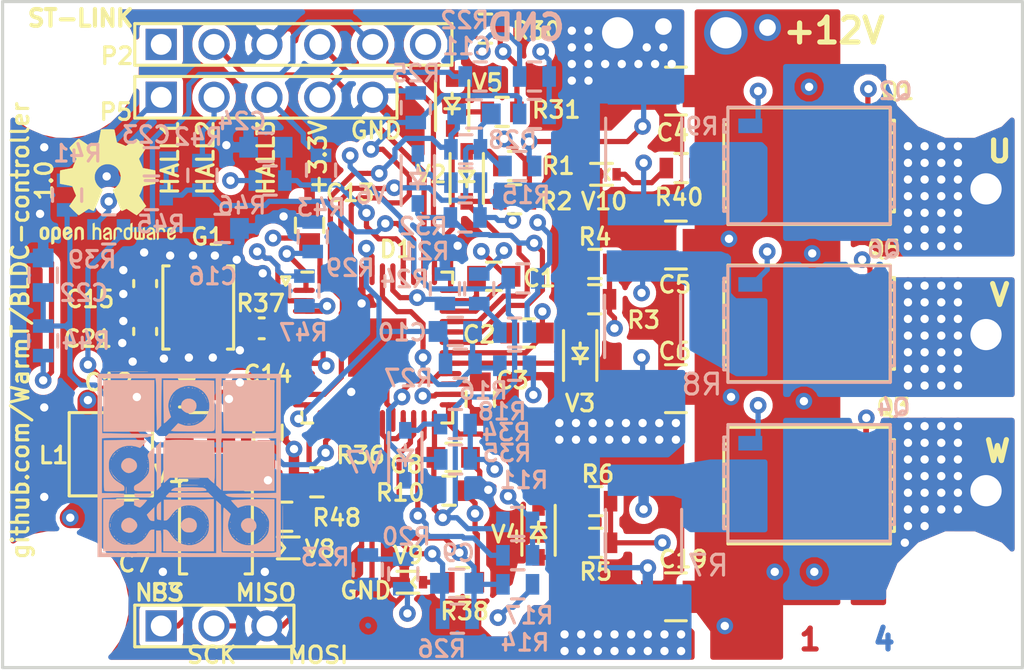
<source format=kicad_pcb>
(kicad_pcb (version 4) (host pcbnew 4.0.6-e0-6349~53~ubuntu16.04.1)
  (title_block (title "BLDC Controller with UART") (date 16.04.2017) (rev 1.0) (company "Helsinki Hacklab") (comment 1 "Tero Kapanen"))
  (layers (0 F.Cu signal) (1 In1.Cu power) (2 In2.Cu power) (31 B.Cu signal) (34 B.Paste user) (35 F.Paste user) (36 B.SilkS user) (37 F.SilkS user) (38 B.Mask user) (39 F.Mask user) (44 Edge.Cuts user))
  (net 0 "")
  (net 1 "Net-(D1-Pad5)")
  (net 2 "Net-(D1-Pad25)")
  (net 3 "Net-(D1-Pad29)")
  (net 4 "Net-(D1-Pad33)")
  (net 5 +12V)
  (net 6 GND)
  (net 7 /OUTW)
  (net 8 /OUTV)
  (net 9 /OUTU)
  (net 10 /LSW)
  (net 11 /LSV)
  (net 12 /LSU)
  (net 13 /HSW)
  (net 14 /HSU)
  (net 15 /HSV)
  (net 16 "Net-(R1-Pad2)")
  (net 17 "Net-(R3-Pad2)")
  (net 18 "Net-(R5-Pad2)")
  (net 19 +3V3)
  (net 20 "Net-(D1-Pad28)")
  (net 21 "Net-(D1-Pad32)")
  (net 22 "Net-(D1-Pad36)")
  (net 23 W_SENSE_P)
  (net 24 U_SENSE_P)
  (net 25 V_SENSE_P)
  (net 26 "Net-(R30-Pad2)")
  (net 27 "Net-(R32-Pad2)")
  (net 28 "Net-(R34-Pad2)")
  (net 29 "Net-(R38-Pad2)")
  (net 30 /OC_COMP)
  (net 31 /NRST)
  (net 32 /SW)
  (net 33 /SWDIO)
  (net 34 /SWCLK)
  (net 35 "Net-(R40-Pad2)")
  (net 36 /W_ADC)
  (net 37 /V_ADC)
  (net 38 /U_ADC)
  (net 39 /OSC_IN)
  (net 40 "Net-(C21-Pad1)")
  (net 41 /HALL1/A+)
  (net 42 /HALL2/B+)
  (net 43 /HALL3/Z+)
  (net 44 "Net-(D1-Pad3)")
  (net 45 "Net-(P5-Pad1)")
  (net 46 "Net-(P5-Pad2)")
  (net 47 "Net-(P5-Pad3)")
  (net 48 /OP1N)
  (net 49 /OP2N)
  (net 50 /OP3N)
  (net 51 /OP4P)
  (net 52 /OP4N)
  (net 53 /OP1P)
  (net 54 /OP2P)
  (net 55 /OP3P)
  (net 56 /VBOOSTU)
  (net 57 /VBOOSTV)
  (net 58 /VBOOSTW)
  (net 59 /PA2_LED)
  (net 60 "Net-(D1-Pad39)")
  (net 61 "Net-(D1-Pad40)")
  (module project_footprints:VIA-0.8mm-0.4mm (layer F.Cu) (at 175 85.1)
    (fp_text reference REF** hide)
    (fp_text value VIA-0.8mm-0.4mm hide)
    (pad 1 thru_hole circle (at 0 0) (size 0.8 0.8) (drill 0.4) (layers *.Cu) (net 5 +12V))
  )
  (module project_footprints:VIA-0.8mm-0.4mm (layer F.Cu) (at 164.4 82.4)
    (fp_text reference REF** hide)
    (fp_text value VIA-0.8mm-0.4mm hide)
    (pad 1 thru_hole circle (at 0 0) (size 0.8 0.8) (drill 0.4) (layers *.Cu) (net 6 GND))
  )
  (module project_footprints:VIA-0.8mm-0.4mm (layer F.Cu) (at 163.6 82.4)
    (fp_text reference REF** hide)
    (fp_text value VIA-0.8mm-0.4mm hide)
    (pad 1 thru_hole circle (at 0 0) (size 0.8 0.8) (drill 0.4) (layers *.Cu) (net 6 GND))
  )
  (module project_footprints:VIA-0.8mm-0.4mm (layer F.Cu) (at 163.6 83.2)
    (fp_text reference REF** hide)
    (fp_text value VIA-0.8mm-0.4mm hide)
    (pad 1 thru_hole circle (at 0 0) (size 0.8 0.8) (drill 0.4) (layers *.Cu) (net 6 GND))
  )
  (module project_footprints:VIA-0.8mm-0.4mm (layer F.Cu) (at 164.4 83.2)
    (fp_text reference REF** hide)
    (fp_text value VIA-0.8mm-0.4mm hide)
    (pad 1 thru_hole circle (at 0 0) (size 0.8 0.8) (drill 0.4) (layers *.Cu) (net 6 GND))
  )
  (module project_footprints:VIA-0.8mm-0.4mm (layer F.Cu) (at 163.6 84.8)
    (fp_text reference REF** hide)
    (fp_text value VIA-0.8mm-0.4mm hide)
    (pad 1 thru_hole circle (at 0 0) (size 0.8 0.8) (drill 0.4) (layers *.Cu) (net 6 GND))
  )
  (module project_footprints:VIA-0.8mm-0.4mm (layer F.Cu) (at 164.4 84.8)
    (fp_text reference REF** hide)
    (fp_text value VIA-0.8mm-0.4mm hide)
    (pad 1 thru_hole circle (at 0 0) (size 0.8 0.8) (drill 0.4) (layers *.Cu) (net 6 GND))
  )
  (module project_footprints:VIA-0.8mm-0.4mm (layer F.Cu) (at 168 83.2)
    (fp_text reference REF** hide)
    (fp_text value VIA-0.8mm-0.4mm hide)
    (pad 1 thru_hole circle (at 0 0) (size 0.8 0.8) (drill 0.4) (layers *.Cu) (net 6 GND))
  )
  (module project_footprints:VIA-0.8mm-0.4mm (layer F.Cu) (at 167.2 83.2)
    (fp_text reference REF** hide)
    (fp_text value VIA-0.8mm-0.4mm hide)
    (pad 1 thru_hole circle (at 0 0) (size 0.8 0.8) (drill 0.4) (layers *.Cu) (net 6 GND))
  )
  (module project_footprints:VIA-0.8mm-0.4mm (layer F.Cu) (at 168.4 84)
    (fp_text reference REF** hide)
    (fp_text value VIA-0.8mm-0.4mm hide)
    (pad 1 thru_hole circle (at 0 0) (size 0.8 0.8) (drill 0.4) (layers *.Cu) (net 6 GND))
  )
  (module project_footprints:VIA-0.8mm-0.4mm (layer F.Cu) (at 167.6 84)
    (fp_text reference REF** hide)
    (fp_text value VIA-0.8mm-0.4mm hide)
    (pad 1 thru_hole circle (at 0 0) (size 0.8 0.8) (drill 0.4) (layers *.Cu) (net 6 GND))
  )
  (module project_footprints:VIA-0.8mm-0.4mm (layer F.Cu) (at 166.8 84)
    (fp_text reference REF** hide)
    (fp_text value VIA-0.8mm-0.4mm hide)
    (pad 1 thru_hole circle (at 0 0) (size 0.8 0.8) (drill 0.4) (layers *.Cu) (net 6 GND))
  )
  (module project_footprints:VIA-0.8mm-0.4mm (layer F.Cu) (at 166 84)
    (fp_text reference REF** hide)
    (fp_text value VIA-0.8mm-0.4mm hide)
    (pad 1 thru_hole circle (at 0 0) (size 0.8 0.8) (drill 0.4) (layers *.Cu) (net 6 GND))
  )
  (module project_footprints:VIA-0.8mm-0.4mm (layer F.Cu) (at 165.2 84)
    (fp_text reference REF** hide)
    (fp_text value VIA-0.8mm-0.4mm hide)
    (pad 1 thru_hole circle (at 0 0) (size 0.8 0.8) (drill 0.4) (layers *.Cu) (net 6 GND))
  )
  (module project_footprints:VIA-0.8mm-0.4mm (layer F.Cu) (at 164.4 84)
    (fp_text reference REF** hide)
    (fp_text value VIA-0.8mm-0.4mm hide)
    (pad 1 thru_hole circle (at 0 0) (size 0.8 0.8) (drill 0.4) (layers *.Cu) (net 6 GND))
  )
  (module project_footprints:VIA-0.8mm-0.4mm (layer F.Cu) (at 163.6 84)
    (fp_text reference REF** hide)
    (fp_text value VIA-0.8mm-0.4mm hide)
    (pad 1 thru_hole circle (at 0 0) (size 0.8 0.8) (drill 0.4) (layers *.Cu) (net 6 GND))
  )
  (module project_footprints:VIA-0.8mm-0.4mm (layer F.Cu) (at 168.6 102.05)
    (fp_text reference REF** hide)
    (fp_text value VIA-0.8mm-0.4mm hide)
    (pad 1 thru_hole circle (at 0 0) (size 0.8 0.8) (drill 0.4) (layers *.Cu) (net 6 GND))
  )
  (module project_footprints:VIA-0.8mm-0.4mm (layer F.Cu) (at 167.8 102.05)
    (fp_text reference REF** hide)
    (fp_text value VIA-0.8mm-0.4mm hide)
    (pad 1 thru_hole circle (at 0 0) (size 0.8 0.8) (drill 0.4) (layers *.Cu) (net 6 GND))
  )
  (module project_footprints:VIA-0.8mm-0.4mm (layer F.Cu) (at 167 102.05)
    (fp_text reference REF** hide)
    (fp_text value VIA-0.8mm-0.4mm hide)
    (pad 1 thru_hole circle (at 0 0) (size 0.8 0.8) (drill 0.4) (layers *.Cu) (net 6 GND))
  )
  (module project_footprints:VIA-0.8mm-0.4mm (layer F.Cu) (at 166.2 102.05)
    (fp_text reference REF** hide)
    (fp_text value VIA-0.8mm-0.4mm hide)
    (pad 1 thru_hole circle (at 0 0) (size 0.8 0.8) (drill 0.4) (layers *.Cu) (net 6 GND))
  )
  (module project_footprints:VIA-0.8mm-0.4mm (layer F.Cu) (at 165.4 102.05)
    (fp_text reference REF** hide)
    (fp_text value VIA-0.8mm-0.4mm hide)
    (pad 1 thru_hole circle (at 0 0) (size 0.8 0.8) (drill 0.4) (layers *.Cu) (net 6 GND))
  )
  (module project_footprints:VIA-0.8mm-0.4mm (layer F.Cu) (at 164.6 102.05)
    (fp_text reference REF** hide)
    (fp_text value VIA-0.8mm-0.4mm hide)
    (pad 1 thru_hole circle (at 0 0) (size 0.8 0.8) (drill 0.4) (layers *.Cu) (net 6 GND))
  )
  (module project_footprints:VIA-0.8mm-0.4mm (layer F.Cu) (at 163.8 102.05)
    (fp_text reference REF** hide)
    (fp_text value VIA-0.8mm-0.4mm hide)
    (pad 1 thru_hole circle (at 0 0) (size 0.8 0.8) (drill 0.4) (layers *.Cu) (net 6 GND))
  )
  (module project_footprints:VIA-0.8mm-0.4mm (layer F.Cu) (at 163 102.05)
    (fp_text reference REF** hide)
    (fp_text value VIA-0.8mm-0.4mm hide)
    (pad 1 thru_hole circle (at 0 0) (size 0.8 0.8) (drill 0.4) (layers *.Cu) (net 6 GND))
  )
  (module project_footprints:VIA-0.8mm-0.4mm (layer F.Cu) (at 168.6 101.25)
    (fp_text reference REF** hide)
    (fp_text value VIA-0.8mm-0.4mm hide)
    (pad 1 thru_hole circle (at 0 0) (size 0.8 0.8) (drill 0.4) (layers *.Cu) (net 6 GND))
  )
  (module project_footprints:VIA-0.8mm-0.4mm (layer F.Cu) (at 167.8 101.25)
    (fp_text reference REF** hide)
    (fp_text value VIA-0.8mm-0.4mm hide)
    (pad 1 thru_hole circle (at 0 0) (size 0.8 0.8) (drill 0.4) (layers *.Cu) (net 6 GND))
  )
  (module project_footprints:VIA-0.8mm-0.4mm (layer F.Cu) (at 167 101.25)
    (fp_text reference REF** hide)
    (fp_text value VIA-0.8mm-0.4mm hide)
    (pad 1 thru_hole circle (at 0 0) (size 0.8 0.8) (drill 0.4) (layers *.Cu) (net 6 GND))
  )
  (module project_footprints:VIA-0.8mm-0.4mm (layer F.Cu) (at 166.2 101.25)
    (fp_text reference REF** hide)
    (fp_text value VIA-0.8mm-0.4mm hide)
    (pad 1 thru_hole circle (at 0 0) (size 0.8 0.8) (drill 0.4) (layers *.Cu) (net 6 GND))
  )
  (module project_footprints:VIA-0.8mm-0.4mm (layer F.Cu) (at 165.4 101.25)
    (fp_text reference REF** hide)
    (fp_text value VIA-0.8mm-0.4mm hide)
    (pad 1 thru_hole circle (at 0 0) (size 0.8 0.8) (drill 0.4) (layers *.Cu) (net 6 GND))
  )
  (module project_footprints:VIA-0.8mm-0.4mm (layer F.Cu) (at 164.6 101.25)
    (fp_text reference REF** hide)
    (fp_text value VIA-0.8mm-0.4mm hide)
    (pad 1 thru_hole circle (at 0 0) (size 0.8 0.8) (drill 0.4) (layers *.Cu) (net 6 GND))
  )
  (module project_footprints:VIA-0.8mm-0.4mm (layer F.Cu) (at 163.8 101.25)
    (fp_text reference REF** hide)
    (fp_text value VIA-0.8mm-0.4mm hide)
    (pad 1 thru_hole circle (at 0 0) (size 0.8 0.8) (drill 0.4) (layers *.Cu) (net 6 GND))
  )
  (module project_footprints:VIA-0.8mm-0.4mm (layer F.Cu) (at 182.15 99.45)
    (fp_text reference REF** hide)
    (fp_text value VIA-0.8mm-0.4mm hide)
    (pad 1 thru_hole circle (at 0 0) (size 0.8 0.8) (drill 0.4) (layers *.Cu) (net 8 /OUTV))
  )
  (module project_footprints:VIA-0.8mm-0.4mm (layer F.Cu) (at 181.35 99.45)
    (fp_text reference REF** hide)
    (fp_text value VIA-0.8mm-0.4mm hide)
    (pad 1 thru_hole circle (at 0 0) (size 0.8 0.8) (drill 0.4) (layers *.Cu) (net 8 /OUTV))
  )
  (module project_footprints:VIA-0.8mm-0.4mm (layer F.Cu) (at 180.55 99.45)
    (fp_text reference REF** hide)
    (fp_text value VIA-0.8mm-0.4mm hide)
    (pad 1 thru_hole circle (at 0 0) (size 0.8 0.8) (drill 0.4) (layers *.Cu) (net 8 /OUTV))
  )
  (module project_footprints:VIA-0.8mm-0.4mm (layer F.Cu) (at 179.75 99.45)
    (fp_text reference REF** hide)
    (fp_text value VIA-0.8mm-0.4mm hide)
    (pad 1 thru_hole circle (at 0 0) (size 0.8 0.8) (drill 0.4) (layers *.Cu) (net 8 /OUTV))
  )
  (module project_footprints:VIA-0.8mm-0.4mm (layer F.Cu) (at 182.15 98.65)
    (fp_text reference REF** hide)
    (fp_text value VIA-0.8mm-0.4mm hide)
    (pad 1 thru_hole circle (at 0 0) (size 0.8 0.8) (drill 0.4) (layers *.Cu) (net 8 /OUTV))
  )
  (module project_footprints:VIA-0.8mm-0.4mm (layer F.Cu) (at 181.35 98.65)
    (fp_text reference REF** hide)
    (fp_text value VIA-0.8mm-0.4mm hide)
    (pad 1 thru_hole circle (at 0 0) (size 0.8 0.8) (drill 0.4) (layers *.Cu) (net 8 /OUTV))
  )
  (module project_footprints:VIA-0.8mm-0.4mm (layer F.Cu) (at 180.55 98.65)
    (fp_text reference REF** hide)
    (fp_text value VIA-0.8mm-0.4mm hide)
    (pad 1 thru_hole circle (at 0 0) (size 0.8 0.8) (drill 0.4) (layers *.Cu) (net 8 /OUTV))
  )
  (module project_footprints:VIA-0.8mm-0.4mm (layer F.Cu) (at 179.75 98.65)
    (fp_text reference REF** hide)
    (fp_text value VIA-0.8mm-0.4mm hide)
    (pad 1 thru_hole circle (at 0 0) (size 0.8 0.8) (drill 0.4) (layers *.Cu) (net 8 /OUTV))
  )
  (module project_footprints:VIA-0.8mm-0.4mm (layer F.Cu) (at 182.15 97.85)
    (fp_text reference REF** hide)
    (fp_text value VIA-0.8mm-0.4mm hide)
    (pad 1 thru_hole circle (at 0 0) (size 0.8 0.8) (drill 0.4) (layers *.Cu) (net 8 /OUTV))
  )
  (module project_footprints:VIA-0.8mm-0.4mm (layer F.Cu) (at 181.35 97.85)
    (fp_text reference REF** hide)
    (fp_text value VIA-0.8mm-0.4mm hide)
    (pad 1 thru_hole circle (at 0 0) (size 0.8 0.8) (drill 0.4) (layers *.Cu) (net 8 /OUTV))
  )
  (module project_footprints:VIA-0.8mm-0.4mm (layer F.Cu) (at 180.55 97.85)
    (fp_text reference REF** hide)
    (fp_text value VIA-0.8mm-0.4mm hide)
    (pad 1 thru_hole circle (at 0 0) (size 0.8 0.8) (drill 0.4) (layers *.Cu) (net 8 /OUTV))
  )
  (module project_footprints:VIA-0.8mm-0.4mm (layer F.Cu) (at 179.75 97.85)
    (fp_text reference REF** hide)
    (fp_text value VIA-0.8mm-0.4mm hide)
    (pad 1 thru_hole circle (at 0 0) (size 0.8 0.8) (drill 0.4) (layers *.Cu) (net 8 /OUTV))
  )
  (module project_footprints:VIA-0.8mm-0.4mm (layer F.Cu) (at 182.15 97.05)
    (fp_text reference REF** hide)
    (fp_text value VIA-0.8mm-0.4mm hide)
    (pad 1 thru_hole circle (at 0 0) (size 0.8 0.8) (drill 0.4) (layers *.Cu) (net 8 /OUTV))
  )
  (module project_footprints:VIA-0.8mm-0.4mm (layer F.Cu) (at 181.35 97.05)
    (fp_text reference REF** hide)
    (fp_text value VIA-0.8mm-0.4mm hide)
    (pad 1 thru_hole circle (at 0 0) (size 0.8 0.8) (drill 0.4) (layers *.Cu) (net 8 /OUTV))
  )
  (module project_footprints:VIA-0.8mm-0.4mm (layer F.Cu) (at 180.55 97.05)
    (fp_text reference REF** hide)
    (fp_text value VIA-0.8mm-0.4mm hide)
    (pad 1 thru_hole circle (at 0 0) (size 0.8 0.8) (drill 0.4) (layers *.Cu) (net 8 /OUTV))
  )
  (module project_footprints:VIA-0.8mm-0.4mm (layer F.Cu) (at 179.75 97.05)
    (fp_text reference REF** hide)
    (fp_text value VIA-0.8mm-0.4mm hide)
    (pad 1 thru_hole circle (at 0 0) (size 0.8 0.8) (drill 0.4) (layers *.Cu) (net 8 /OUTV))
  )
  (module project_footprints:VIA-0.8mm-0.4mm (layer F.Cu) (at 182.15 96.25)
    (fp_text reference REF** hide)
    (fp_text value VIA-0.8mm-0.4mm hide)
    (pad 1 thru_hole circle (at 0 0) (size 0.8 0.8) (drill 0.4) (layers *.Cu) (net 8 /OUTV))
  )
  (module project_footprints:VIA-0.8mm-0.4mm (layer F.Cu) (at 181.35 96.25)
    (fp_text reference REF** hide)
    (fp_text value VIA-0.8mm-0.4mm hide)
    (pad 1 thru_hole circle (at 0 0) (size 0.8 0.8) (drill 0.4) (layers *.Cu) (net 8 /OUTV))
  )
  (module project_footprints:VIA-0.8mm-0.4mm (layer F.Cu) (at 180.55 96.25)
    (fp_text reference REF** hide)
    (fp_text value VIA-0.8mm-0.4mm hide)
    (pad 1 thru_hole circle (at 0 0) (size 0.8 0.8) (drill 0.4) (layers *.Cu) (net 8 /OUTV))
  )
  (module project_footprints:VIA-0.8mm-0.4mm (layer F.Cu) (at 179.75 96.25)
    (fp_text reference REF** hide)
    (fp_text value VIA-0.8mm-0.4mm hide)
    (pad 1 thru_hole circle (at 0 0) (size 0.8 0.8) (drill 0.4) (layers *.Cu) (net 8 /OUTV))
  )
  (module project_footprints:VIA-0.8mm-0.4mm (layer F.Cu) (at 182.15 95.45)
    (fp_text reference REF** hide)
    (fp_text value VIA-0.8mm-0.4mm hide)
    (pad 1 thru_hole circle (at 0 0) (size 0.8 0.8) (drill 0.4) (layers *.Cu) (net 8 /OUTV))
  )
  (module project_footprints:VIA-0.8mm-0.4mm (layer F.Cu) (at 181.35 95.45)
    (fp_text reference REF** hide)
    (fp_text value VIA-0.8mm-0.4mm hide)
    (pad 1 thru_hole circle (at 0 0) (size 0.8 0.8) (drill 0.4) (layers *.Cu) (net 8 /OUTV))
  )
  (module project_footprints:VIA-0.8mm-0.4mm (layer F.Cu) (at 180.55 95.45)
    (fp_text reference REF** hide)
    (fp_text value VIA-0.8mm-0.4mm hide)
    (pad 1 thru_hole circle (at 0 0) (size 0.8 0.8) (drill 0.4) (layers *.Cu) (net 8 /OUTV))
  )
  (module project_footprints:VIA-0.8mm-0.4mm (layer F.Cu) (at 179.75 95.45)
    (fp_text reference REF** hide)
    (fp_text value VIA-0.8mm-0.4mm hide)
    (pad 1 thru_hole circle (at 0 0) (size 0.8 0.8) (drill 0.4) (layers *.Cu) (net 8 /OUTV))
  )
  (module project_footprints:VIA-0.8mm-0.4mm (layer F.Cu) (at 182.15 94.65)
    (fp_text reference REF** hide)
    (fp_text value VIA-0.8mm-0.4mm hide)
    (pad 1 thru_hole circle (at 0 0) (size 0.8 0.8) (drill 0.4) (layers *.Cu) (net 8 /OUTV))
  )
  (module project_footprints:VIA-0.8mm-0.4mm (layer F.Cu) (at 181.35 94.65)
    (fp_text reference REF** hide)
    (fp_text value VIA-0.8mm-0.4mm hide)
    (pad 1 thru_hole circle (at 0 0) (size 0.8 0.8) (drill 0.4) (layers *.Cu) (net 8 /OUTV))
  )
  (module project_footprints:VIA-0.8mm-0.4mm (layer F.Cu) (at 180.55 94.65)
    (fp_text reference REF** hide)
    (fp_text value VIA-0.8mm-0.4mm hide)
    (pad 1 thru_hole circle (at 0 0) (size 0.8 0.8) (drill 0.4) (layers *.Cu) (net 8 /OUTV))
  )
  (module project_footprints:VIA-0.8mm-0.4mm (layer F.Cu) (at 182.15 92.75)
    (fp_text reference REF** hide)
    (fp_text value VIA-0.8mm-0.4mm hide)
    (pad 1 thru_hole circle (at 0 0) (size 0.8 0.8) (drill 0.4) (layers *.Cu) (net 9 /OUTU))
  )
  (module project_footprints:VIA-0.8mm-0.4mm (layer F.Cu) (at 181.35 92.75)
    (fp_text reference REF** hide)
    (fp_text value VIA-0.8mm-0.4mm hide)
    (pad 1 thru_hole circle (at 0 0) (size 0.8 0.8) (drill 0.4) (layers *.Cu) (net 9 /OUTU))
  )
  (module project_footprints:VIA-0.8mm-0.4mm (layer F.Cu) (at 180.55 92.75)
    (fp_text reference REF** hide)
    (fp_text value VIA-0.8mm-0.4mm hide)
    (pad 1 thru_hole circle (at 0 0) (size 0.8 0.8) (drill 0.4) (layers *.Cu) (net 9 /OUTU))
  )
  (module project_footprints:VIA-0.8mm-0.4mm (layer F.Cu) (at 179.75 92.75)
    (fp_text reference REF** hide)
    (fp_text value VIA-0.8mm-0.4mm hide)
    (pad 1 thru_hole circle (at 0 0) (size 0.8 0.8) (drill 0.4) (layers *.Cu) (net 9 /OUTU))
  )
  (module project_footprints:VIA-0.8mm-0.4mm (layer F.Cu) (at 182.15 91.95)
    (fp_text reference REF** hide)
    (fp_text value VIA-0.8mm-0.4mm hide)
    (pad 1 thru_hole circle (at 0 0) (size 0.8 0.8) (drill 0.4) (layers *.Cu) (net 9 /OUTU))
  )
  (module project_footprints:VIA-0.8mm-0.4mm (layer F.Cu) (at 181.35 91.95)
    (fp_text reference REF** hide)
    (fp_text value VIA-0.8mm-0.4mm hide)
    (pad 1 thru_hole circle (at 0 0) (size 0.8 0.8) (drill 0.4) (layers *.Cu) (net 9 /OUTU))
  )
  (module project_footprints:VIA-0.8mm-0.4mm (layer F.Cu) (at 180.55 91.95)
    (fp_text reference REF** hide)
    (fp_text value VIA-0.8mm-0.4mm hide)
    (pad 1 thru_hole circle (at 0 0) (size 0.8 0.8) (drill 0.4) (layers *.Cu) (net 9 /OUTU))
  )
  (module project_footprints:VIA-0.8mm-0.4mm (layer F.Cu) (at 179.75 91.95)
    (fp_text reference REF** hide)
    (fp_text value VIA-0.8mm-0.4mm hide)
    (pad 1 thru_hole circle (at 0 0) (size 0.8 0.8) (drill 0.4) (layers *.Cu) (net 9 /OUTU))
  )
  (module project_footprints:VIA-0.8mm-0.4mm (layer F.Cu) (at 182.15 91.15)
    (fp_text reference REF** hide)
    (fp_text value VIA-0.8mm-0.4mm hide)
    (pad 1 thru_hole circle (at 0 0) (size 0.8 0.8) (drill 0.4) (layers *.Cu) (net 9 /OUTU))
  )
  (module project_footprints:VIA-0.8mm-0.4mm (layer F.Cu) (at 181.35 91.15)
    (fp_text reference REF** hide)
    (fp_text value VIA-0.8mm-0.4mm hide)
    (pad 1 thru_hole circle (at 0 0) (size 0.8 0.8) (drill 0.4) (layers *.Cu) (net 9 /OUTU))
  )
  (module project_footprints:VIA-0.8mm-0.4mm (layer F.Cu) (at 180.55 91.15)
    (fp_text reference REF** hide)
    (fp_text value VIA-0.8mm-0.4mm hide)
    (pad 1 thru_hole circle (at 0 0) (size 0.8 0.8) (drill 0.4) (layers *.Cu) (net 9 /OUTU))
  )
  (module project_footprints:VIA-0.8mm-0.4mm (layer F.Cu) (at 179.75 91.15)
    (fp_text reference REF** hide)
    (fp_text value VIA-0.8mm-0.4mm hide)
    (pad 1 thru_hole circle (at 0 0) (size 0.8 0.8) (drill 0.4) (layers *.Cu) (net 9 /OUTU))
  )
  (module project_footprints:VIA-0.8mm-0.4mm (layer F.Cu) (at 182.15 90.35)
    (fp_text reference REF** hide)
    (fp_text value VIA-0.8mm-0.4mm hide)
    (pad 1 thru_hole circle (at 0 0) (size 0.8 0.8) (drill 0.4) (layers *.Cu) (net 9 /OUTU))
  )
  (module project_footprints:VIA-0.8mm-0.4mm (layer F.Cu) (at 181.35 90.35)
    (fp_text reference REF** hide)
    (fp_text value VIA-0.8mm-0.4mm hide)
    (pad 1 thru_hole circle (at 0 0) (size 0.8 0.8) (drill 0.4) (layers *.Cu) (net 9 /OUTU))
  )
  (module project_footprints:VIA-0.8mm-0.4mm (layer F.Cu) (at 180.55 90.35)
    (fp_text reference REF** hide)
    (fp_text value VIA-0.8mm-0.4mm hide)
    (pad 1 thru_hole circle (at 0 0) (size 0.8 0.8) (drill 0.4) (layers *.Cu) (net 9 /OUTU))
  )
  (module project_footprints:VIA-0.8mm-0.4mm (layer F.Cu) (at 179.75 90.35)
    (fp_text reference REF** hide)
    (fp_text value VIA-0.8mm-0.4mm hide)
    (pad 1 thru_hole circle (at 0 0) (size 0.8 0.8) (drill 0.4) (layers *.Cu) (net 9 /OUTU))
  )
  (module project_footprints:VIA-0.8mm-0.4mm (layer F.Cu) (at 182.15 89.55)
    (fp_text reference REF** hide)
    (fp_text value VIA-0.8mm-0.4mm hide)
    (pad 1 thru_hole circle (at 0 0) (size 0.8 0.8) (drill 0.4) (layers *.Cu) (net 9 /OUTU))
  )
  (module project_footprints:VIA-0.8mm-0.4mm (layer F.Cu) (at 181.35 89.55)
    (fp_text reference REF** hide)
    (fp_text value VIA-0.8mm-0.4mm hide)
    (pad 1 thru_hole circle (at 0 0) (size 0.8 0.8) (drill 0.4) (layers *.Cu) (net 9 /OUTU))
  )
  (module project_footprints:VIA-0.8mm-0.4mm (layer F.Cu) (at 180.55 89.55)
    (fp_text reference REF** hide)
    (fp_text value VIA-0.8mm-0.4mm hide)
    (pad 1 thru_hole circle (at 0 0) (size 0.8 0.8) (drill 0.4) (layers *.Cu) (net 9 /OUTU))
  )
  (module project_footprints:VIA-0.8mm-0.4mm (layer F.Cu) (at 179.75 89.55)
    (fp_text reference REF** hide)
    (fp_text value VIA-0.8mm-0.4mm hide)
    (pad 1 thru_hole circle (at 0 0) (size 0.8 0.8) (drill 0.4) (layers *.Cu) (net 9 /OUTU))
  )
  (module project_footprints:VIA-0.8mm-0.4mm (layer F.Cu) (at 182.15 88.75)
    (fp_text reference REF** hide)
    (fp_text value VIA-0.8mm-0.4mm hide)
    (pad 1 thru_hole circle (at 0 0) (size 0.8 0.8) (drill 0.4) (layers *.Cu) (net 9 /OUTU))
  )
  (module project_footprints:VIA-0.8mm-0.4mm (layer F.Cu) (at 181.35 88.75)
    (fp_text reference REF** hide)
    (fp_text value VIA-0.8mm-0.4mm hide)
    (pad 1 thru_hole circle (at 0 0) (size 0.8 0.8) (drill 0.4) (layers *.Cu) (net 9 /OUTU))
  )
  (module project_footprints:VIA-0.8mm-0.4mm (layer F.Cu) (at 180.55 88.75)
    (fp_text reference REF** hide)
    (fp_text value VIA-0.8mm-0.4mm hide)
    (pad 1 thru_hole circle (at 0 0) (size 0.8 0.8) (drill 0.4) (layers *.Cu) (net 9 /OUTU))
  )
  (module project_footprints:VIA-0.8mm-0.4mm (layer F.Cu) (at 179.75 88.75)
    (fp_text reference REF** hide)
    (fp_text value VIA-0.8mm-0.4mm hide)
    (pad 1 thru_hole circle (at 0 0) (size 0.8 0.8) (drill 0.4) (layers *.Cu) (net 9 /OUTU))
  )
  (module project_footprints:VIA-0.8mm-0.4mm (layer F.Cu) (at 182.15 87.95)
    (fp_text reference REF** hide)
    (fp_text value VIA-0.8mm-0.4mm hide)
    (pad 1 thru_hole circle (at 0 0) (size 0.8 0.8) (drill 0.4) (layers *.Cu) (net 9 /OUTU))
  )
  (module project_footprints:VIA-0.8mm-0.4mm (layer F.Cu) (at 181.35 87.95)
    (fp_text reference REF** hide)
    (fp_text value VIA-0.8mm-0.4mm hide)
    (pad 1 thru_hole circle (at 0 0) (size 0.8 0.8) (drill 0.4) (layers *.Cu) (net 9 /OUTU))
  )
  (module project_footprints:VIA-0.8mm-0.4mm (layer F.Cu) (at 180.55 87.95)
    (fp_text reference REF** hide)
    (fp_text value VIA-0.8mm-0.4mm hide)
    (pad 1 thru_hole circle (at 0 0) (size 0.8 0.8) (drill 0.4) (layers *.Cu) (net 9 /OUTU))
  )
  (module project_footprints:VIA-0.8mm-0.4mm (layer F.Cu) (at 179.6 107)
    (fp_text reference REF** hide)
    (fp_text value VIA-0.8mm-0.4mm hide)
    (pad 1 thru_hole circle (at 0 0) (size 0.8 0.8) (drill 0.4) (layers *.Cu) (net 7 /OUTW))
  )
  (module project_footprints:VIA-0.8mm-0.4mm (layer F.Cu) (at 180.55 106.2)
    (fp_text reference REF** hide)
    (fp_text value VIA-0.8mm-0.4mm hide)
    (pad 1 thru_hole circle (at 0 0) (size 0.8 0.8) (drill 0.4) (layers *.Cu) (net 7 /OUTW))
  )
  (module project_footprints:VIA-0.8mm-0.4mm (layer F.Cu) (at 179.75 106.2)
    (fp_text reference REF** hide)
    (fp_text value VIA-0.8mm-0.4mm hide)
    (pad 1 thru_hole circle (at 0 0) (size 0.8 0.8) (drill 0.4) (layers *.Cu) (net 7 /OUTW))
  )
  (module project_footprints:VIA-0.8mm-0.4mm (layer F.Cu) (at 182.15 105.4)
    (fp_text reference REF** hide)
    (fp_text value VIA-0.8mm-0.4mm hide)
    (pad 1 thru_hole circle (at 0 0) (size 0.8 0.8) (drill 0.4) (layers *.Cu) (net 7 /OUTW))
  )
  (module project_footprints:VIA-0.8mm-0.4mm (layer F.Cu) (at 181.35 105.4)
    (fp_text reference REF** hide)
    (fp_text value VIA-0.8mm-0.4mm hide)
    (pad 1 thru_hole circle (at 0 0) (size 0.8 0.8) (drill 0.4) (layers *.Cu) (net 7 /OUTW))
  )
  (module project_footprints:VIA-0.8mm-0.4mm (layer F.Cu) (at 180.55 105.4)
    (fp_text reference REF** hide)
    (fp_text value VIA-0.8mm-0.4mm hide)
    (pad 1 thru_hole circle (at 0 0) (size 0.8 0.8) (drill 0.4) (layers *.Cu) (net 7 /OUTW))
  )
  (module project_footprints:VIA-0.8mm-0.4mm (layer F.Cu) (at 179.75 105.4)
    (fp_text reference REF** hide)
    (fp_text value VIA-0.8mm-0.4mm hide)
    (pad 1 thru_hole circle (at 0 0) (size 0.8 0.8) (drill 0.4) (layers *.Cu) (net 7 /OUTW))
  )
  (module project_footprints:VIA-0.8mm-0.4mm (layer F.Cu) (at 182.15 104.6)
    (fp_text reference REF** hide)
    (fp_text value VIA-0.8mm-0.4mm hide)
    (pad 1 thru_hole circle (at 0 0) (size 0.8 0.8) (drill 0.4) (layers *.Cu) (net 7 /OUTW))
  )
  (module project_footprints:VIA-0.8mm-0.4mm (layer F.Cu) (at 181.35 104.6)
    (fp_text reference REF** hide)
    (fp_text value VIA-0.8mm-0.4mm hide)
    (pad 1 thru_hole circle (at 0 0) (size 0.8 0.8) (drill 0.4) (layers *.Cu) (net 7 /OUTW))
  )
  (module project_footprints:VIA-0.8mm-0.4mm (layer F.Cu) (at 180.55 104.6)
    (fp_text reference REF** hide)
    (fp_text value VIA-0.8mm-0.4mm hide)
    (pad 1 thru_hole circle (at 0 0) (size 0.8 0.8) (drill 0.4) (layers *.Cu) (net 7 /OUTW))
  )
  (module project_footprints:VIA-0.8mm-0.4mm (layer F.Cu) (at 179.75 104.6)
    (fp_text reference REF** hide)
    (fp_text value VIA-0.8mm-0.4mm hide)
    (pad 1 thru_hole circle (at 0 0) (size 0.8 0.8) (drill 0.4) (layers *.Cu) (net 7 /OUTW))
  )
  (module project_footprints:VIA-0.8mm-0.4mm (layer F.Cu) (at 182.15 103.8)
    (fp_text reference REF** hide)
    (fp_text value VIA-0.8mm-0.4mm hide)
    (pad 1 thru_hole circle (at 0 0) (size 0.8 0.8) (drill 0.4) (layers *.Cu) (net 7 /OUTW))
  )
  (module project_footprints:VIA-0.8mm-0.4mm (layer F.Cu) (at 181.35 103.8)
    (fp_text reference REF** hide)
    (fp_text value VIA-0.8mm-0.4mm hide)
    (pad 1 thru_hole circle (at 0 0) (size 0.8 0.8) (drill 0.4) (layers *.Cu) (net 7 /OUTW))
  )
  (module project_footprints:VIA-0.8mm-0.4mm (layer F.Cu) (at 180.55 103.8)
    (fp_text reference REF** hide)
    (fp_text value VIA-0.8mm-0.4mm hide)
    (pad 1 thru_hole circle (at 0 0) (size 0.8 0.8) (drill 0.4) (layers *.Cu) (net 7 /OUTW))
  )
  (module project_footprints:VIA-0.8mm-0.4mm (layer F.Cu) (at 179.75 103.8)
    (fp_text reference REF** hide)
    (fp_text value VIA-0.8mm-0.4mm hide)
    (pad 1 thru_hole circle (at 0 0) (size 0.8 0.8) (drill 0.4) (layers *.Cu) (net 7 /OUTW))
  )
  (module project_footprints:VIA-0.8mm-0.4mm (layer F.Cu) (at 182.15 103)
    (fp_text reference REF** hide)
    (fp_text value VIA-0.8mm-0.4mm hide)
    (pad 1 thru_hole circle (at 0 0) (size 0.8 0.8) (drill 0.4) (layers *.Cu) (net 7 /OUTW))
  )
  (module project_footprints:VIA-0.8mm-0.4mm (layer F.Cu) (at 181.35 103)
    (fp_text reference REF** hide)
    (fp_text value VIA-0.8mm-0.4mm hide)
    (pad 1 thru_hole circle (at 0 0) (size 0.8 0.8) (drill 0.4) (layers *.Cu) (net 7 /OUTW))
  )
  (module project_footprints:VIA-0.8mm-0.4mm (layer F.Cu) (at 180.55 103)
    (fp_text reference REF** hide)
    (fp_text value VIA-0.8mm-0.4mm hide)
    (pad 1 thru_hole circle (at 0 0) (size 0.8 0.8) (drill 0.4) (layers *.Cu) (net 7 /OUTW))
  )
  (module project_footprints:VIA-0.8mm-0.4mm (layer F.Cu) (at 179.75 103)
    (fp_text reference REF** hide)
    (fp_text value VIA-0.8mm-0.4mm hide)
    (pad 1 thru_hole circle (at 0 0) (size 0.8 0.8) (drill 0.4) (layers *.Cu) (net 7 /OUTW))
  )
  (module project_footprints:VIA-0.8mm-0.4mm (layer F.Cu) (at 182.15 102.2)
    (fp_text reference REF** hide)
    (fp_text value VIA-0.8mm-0.4mm hide)
    (pad 1 thru_hole circle (at 0 0) (size 0.8 0.8) (drill 0.4) (layers *.Cu) (net 7 /OUTW))
  )
  (module project_footprints:VIA-0.8mm-0.4mm (layer F.Cu) (at 181.35 102.2)
    (fp_text reference REF** hide)
    (fp_text value VIA-0.8mm-0.4mm hide)
    (pad 1 thru_hole circle (at 0 0) (size 0.8 0.8) (drill 0.4) (layers *.Cu) (net 7 /OUTW))
  )
  (module project_footprints:VIA-0.8mm-0.4mm (layer F.Cu) (at 180.55 102.2)
    (fp_text reference REF** hide)
    (fp_text value VIA-0.8mm-0.4mm hide)
    (pad 1 thru_hole circle (at 0 0) (size 0.8 0.8) (drill 0.4) (layers *.Cu) (net 7 /OUTW))
  )
  (module project_footprints:VIA-0.8mm-0.4mm (layer F.Cu) (at 179.75 102.2)
    (fp_text reference REF** hide)
    (fp_text value VIA-0.8mm-0.4mm hide)
    (pad 1 thru_hole circle (at 0 0) (size 0.8 0.8) (drill 0.4) (layers *.Cu) (net 7 /OUTW))
  )
  (module project_footprints:VIA-0.8mm-0.4mm (layer F.Cu) (at 182.15 101.4)
    (fp_text reference REF** hide)
    (fp_text value VIA-0.8mm-0.4mm hide)
    (pad 1 thru_hole circle (at 0 0) (size 0.8 0.8) (drill 0.4) (layers *.Cu) (net 7 /OUTW))
  )
  (module project_footprints:VIA-0.8mm-0.4mm (layer F.Cu) (at 181.35 101.4)
    (fp_text reference REF** hide)
    (fp_text value VIA-0.8mm-0.4mm hide)
    (pad 1 thru_hole circle (at 0 0) (size 0.8 0.8) (drill 0.4) (layers *.Cu) (net 7 /OUTW))
  )
  (module project_footprints:VIA-0.8mm-0.4mm (layer F.Cu) (at 180.55 101.4)
    (fp_text reference REF** hide)
    (fp_text value VIA-0.8mm-0.4mm hide)
    (pad 1 thru_hole circle (at 0 0) (size 0.8 0.8) (drill 0.4) (layers *.Cu) (net 7 /OUTW))
  )
  (module project_footprints:VIA-0.8mm-0.4mm (layer F.Cu) (at 168.85 112.205)
    (fp_text reference REF** hide)
    (fp_text value VIA-0.8mm-0.4mm hide)
    (pad 1 thru_hole circle (at 0 0) (size 0.8 0.8) (drill 0.4) (layers *.Cu) (net 6 GND))
  )
  (module project_footprints:VIA-0.8mm-0.4mm (layer F.Cu) (at 168.05 112.205)
    (fp_text reference REF** hide)
    (fp_text value VIA-0.8mm-0.4mm hide)
    (pad 1 thru_hole circle (at 0 0) (size 0.8 0.8) (drill 0.4) (layers *.Cu) (net 6 GND))
  )
  (module project_footprints:VIA-0.8mm-0.4mm (layer F.Cu) (at 167.25 112.205)
    (fp_text reference REF** hide)
    (fp_text value VIA-0.8mm-0.4mm hide)
    (pad 1 thru_hole circle (at 0 0) (size 0.8 0.8) (drill 0.4) (layers *.Cu) (net 6 GND))
  )
  (module project_footprints:VIA-0.8mm-0.4mm (layer F.Cu) (at 166.45 112.205)
    (fp_text reference REF** hide)
    (fp_text value VIA-0.8mm-0.4mm hide)
    (pad 1 thru_hole circle (at 0 0) (size 0.8 0.8) (drill 0.4) (layers *.Cu) (net 6 GND))
  )
  (module project_footprints:VIA-0.8mm-0.4mm (layer F.Cu) (at 165.65 112.205)
    (fp_text reference REF** hide)
    (fp_text value VIA-0.8mm-0.4mm hide)
    (pad 1 thru_hole circle (at 0 0) (size 0.8 0.8) (drill 0.4) (layers *.Cu) (net 6 GND))
  )
  (module project_footprints:VIA-0.8mm-0.4mm (layer F.Cu) (at 164.85 112.205)
    (fp_text reference REF** hide)
    (fp_text value VIA-0.8mm-0.4mm hide)
    (pad 1 thru_hole circle (at 0 0) (size 0.8 0.8) (drill 0.4) (layers *.Cu) (net 6 GND))
  )
  (module project_footprints:VIA-0.8mm-0.4mm (layer F.Cu) (at 164.05 112.205)
    (fp_text reference REF** hide)
    (fp_text value VIA-0.8mm-0.4mm hide)
    (pad 1 thru_hole circle (at 0 0) (size 0.8 0.8) (drill 0.4) (layers *.Cu) (net 6 GND))
  )
  (module project_footprints:VIA-0.8mm-0.4mm (layer F.Cu) (at 163.25 112.205)
    (fp_text reference REF** hide)
    (fp_text value VIA-0.8mm-0.4mm hide)
    (pad 1 thru_hole circle (at 0 0) (size 0.8 0.8) (drill 0.4) (layers *.Cu) (net 6 GND))
  )
  (module project_footprints:VIA-0.8mm-0.4mm (layer F.Cu) (at 168.85 111.405)
    (fp_text reference REF** hide)
    (fp_text value VIA-0.8mm-0.4mm hide)
    (pad 1 thru_hole circle (at 0 0) (size 0.8 0.8) (drill 0.4) (layers *.Cu) (net 6 GND))
  )
  (module project_footprints:VIA-0.8mm-0.4mm (layer F.Cu) (at 168.05 111.405)
    (fp_text reference REF** hide)
    (fp_text value VIA-0.8mm-0.4mm hide)
    (pad 1 thru_hole circle (at 0 0) (size 0.8 0.8) (drill 0.4) (layers *.Cu) (net 6 GND))
  )
  (module project_footprints:VIA-0.8mm-0.4mm (layer F.Cu) (at 167.25 111.405)
    (fp_text reference REF** hide)
    (fp_text value VIA-0.8mm-0.4mm hide)
    (pad 1 thru_hole circle (at 0 0) (size 0.8 0.8) (drill 0.4) (layers *.Cu) (net 6 GND))
  )
  (module project_footprints:VIA-0.8mm-0.4mm (layer F.Cu) (at 166.45 111.405)
    (fp_text reference REF** hide)
    (fp_text value VIA-0.8mm-0.4mm hide)
    (pad 1 thru_hole circle (at 0 0) (size 0.8 0.8) (drill 0.4) (layers *.Cu) (net 6 GND))
  )
  (module project_footprints:VIA-0.8mm-0.4mm (layer F.Cu) (at 165.65 111.405)
    (fp_text reference REF** hide)
    (fp_text value VIA-0.8mm-0.4mm hide)
    (pad 1 thru_hole circle (at 0 0) (size 0.8 0.8) (drill 0.4) (layers *.Cu) (net 6 GND))
  )
  (module project_footprints:VIA-0.8mm-0.4mm (layer F.Cu) (at 164.85 111.405)
    (fp_text reference REF** hide)
    (fp_text value VIA-0.8mm-0.4mm hide)
    (pad 1 thru_hole circle (at 0 0) (size 0.8 0.8) (drill 0.4) (layers *.Cu) (net 6 GND))
  )
  (module project_footprints:VIA-0.8mm-0.4mm (layer F.Cu) (at 164.05 111.405)
    (fp_text reference REF** hide)
    (fp_text value VIA-0.8mm-0.4mm hide)
    (pad 1 thru_hole circle (at 0 0) (size 0.8 0.8) (drill 0.4) (layers *.Cu) (net 6 GND))
  )
  (module project_footprints:VIA-0.8mm-0.4mm (layer F.Cu) (at 170.95 111)
    (fp_text reference REF** hide)
    (fp_text value VIA-0.8mm-0.4mm hide)
    (pad 1 thru_hole circle (at 0 0) (size 0.8 0.8) (drill 0.4) (layers *.Cu) (net 5 +12V))
  )
  (module project_footprints:VIA-0.8mm-0.4mm (layer F.Cu) (at 173.35 108.4)
    (fp_text reference REF** hide)
    (fp_text value VIA-0.8mm-0.4mm hide)
    (pad 1 thru_hole circle (at 0 0) (size 0.8 0.8) (drill 0.4) (layers *.Cu) (net 5 +12V))
  )
  (module project_footprints:VIA-0.8mm-0.4mm (layer F.Cu) (at 175.25 108.4)
    (fp_text reference REF** hide)
    (fp_text value VIA-0.8mm-0.4mm hide)
    (pad 1 thru_hole circle (at 0 0) (size 0.8 0.8) (drill 0.4) (layers *.Cu) (net 5 +12V))
  )
  (module project_footprints:VIA-0.8mm-0.4mm (layer F.Cu) (at 174.75 100.2)
    (fp_text reference REF** hide)
    (fp_text value VIA-0.8mm-0.4mm hide)
    (pad 1 thru_hole circle (at 0 0) (size 0.8 0.8) (drill 0.4) (layers *.Cu) (net 5 +12V))
  )
  (module project_footprints:VIA-0.8mm-0.4mm (layer F.Cu) (at 175.15 93.1)
    (fp_text reference REF** hide)
    (fp_text value VIA-0.8mm-0.4mm hide)
    (pad 1 thru_hole circle (at 0 0) (size 0.8 0.8) (drill 0.4) (layers *.Cu) (net 5 +12V))
  )
  (module project_footprints:VIA-0.8mm-0.4mm (layer F.Cu) (at 171.15 92.4)
    (fp_text reference REF** hide)
    (fp_text value VIA-0.8mm-0.4mm hide)
    (pad 1 thru_hole circle (at 0 0) (size 0.8 0.8) (drill 0.4) (layers *.Cu) (net 5 +12V))
  )
  (module project_footprints:VIA-0.8mm-0.4mm (layer F.Cu) (at 171.25 100)
    (fp_text reference REF** hide)
    (fp_text value VIA-0.8mm-0.4mm hide)
    (pad 1 thru_hole circle (at 0 0) (size 0.8 0.8) (drill 0.4) (layers *.Cu) (net 5 +12V))
  )
  (module project_footprints:VIA-0.8mm-0.4mm (layer F.Cu) (at 179.75 101.4)
    (fp_text reference REF** hide)
    (fp_text value VIA-0.8mm-0.4mm hide)
    (pad 1 thru_hole circle (at 0 0) (size 0.8 0.8) (drill 0.4) (layers *.Cu) (net 7 /OUTW))
  )
  (module project_footprints:VIA-0.8mm-0.4mm (layer F.Cu) (at 179.75 94.65)
    (fp_text reference REF** hide)
    (fp_text value VIA-0.8mm-0.4mm hide)
    (pad 1 thru_hole circle (at 0 0) (size 0.8 0.8) (drill 0.4) (layers *.Cu) (net 8 /OUTV))
  )
  (module project_footprints:VIA-0.8mm-0.4mm (layer F.Cu) (at 179.75 87.95)
    (fp_text reference REF** hide)
    (fp_text value VIA-0.8mm-0.4mm hide)
    (pad 1 thru_hole circle (at 0 0) (size 0.8 0.8) (drill 0.4) (layers *.Cu) (net 9 /OUTU))
  )
  (module project_footprints:PINHEAD1-5 (layer F.Cu) (at 148.95 85.6)
    (fp_text reference P5 (at -7.25 0.7) (layer F.SilkS) (effects (font (size 0.8 0.8))))
    (fp_text value CONN_01X05 hide)
    (pad 1 thru_hole rect (at -5.08 0) (size 1.5 1.5) (drill 1) (layers *.Cu *.Mask) (net 45 "Net-(P5-Pad1)"))
    (pad 2 thru_hole circle (at -2.54 0) (size 1.5 1.5) (drill 1) (layers *.Cu *.Mask) (net 46 "Net-(P5-Pad2)"))
    (pad 3 thru_hole circle (at 0 0) (size 1.5 1.5) (drill 1) (layers *.Cu *.Mask) (net 47 "Net-(P5-Pad3)"))
    (pad 4 thru_hole circle (at 2.54 0) (size 1.5 1.5) (drill 1) (layers *.Cu *.Mask) (net 19 +3V3))
    (pad 5 thru_hole circle (at 5.08 0) (size 1.5 1.5) (drill 1) (layers *.Cu *.Mask) (net 6 GND))
  )
  (module project_footprints:PH_0.8mm (layer F.Cu) (at 168 82.2)
    (fp_text reference REF** hide)
    (fp_text value PH_0.8mm hide)
    (pad 1 thru_hole circle (at 0 0) (size 1.3 1.3) (drill 0.8) (layers *.Cu *.Mask) (net 6 GND))
  )
  (module project_footprints:VIA-0.8mm-0.4mm (layer F.Cu) (at 142.5 98.3)
    (fp_text reference REF** hide)
    (fp_text value VIA-0.8mm-0.4mm hide)
    (pad 1 thru_hole circle (at 0 0) (size 0.8 0.8) (drill 0.4) (layers *.Cu) (net 6 GND))
  )
  (module project_footprints:VIA-0.8mm-0.4mm (layer F.Cu) (at 138.25 88)
    (fp_text reference REF** hide)
    (fp_text value VIA-0.8mm-0.4mm hide)
    (pad 1 thru_hole circle (at 0 0) (size 0.8 0.8) (drill 0.4) (layers *.Cu) (net 6 GND))
  )
  (module project_footprints:VIA-0.8mm-0.4mm (layer F.Cu) (at 138.05 91.2)
    (fp_text reference REF** hide)
    (fp_text value VIA-0.8mm-0.4mm hide)
    (pad 1 thru_hole circle (at 0 0) (size 0.8 0.8) (drill 0.4) (layers *.Cu) (net 6 GND))
  )
  (module project_footprints:VIA-0.8mm-0.4mm (layer F.Cu) (at 138.25 100.5)
    (fp_text reference REF** hide)
    (fp_text value VIA-0.8mm-0.4mm hide)
    (pad 1 thru_hole circle (at 0 0) (size 0.8 0.8) (drill 0.4) (layers *.Cu) (net 6 GND))
  )
  (module project_footprints:VIA-0.8mm-0.4mm (layer F.Cu) (at 138.25 104.8)
    (fp_text reference REF** hide)
    (fp_text value VIA-0.8mm-0.4mm hide)
    (pad 1 thru_hole circle (at 0 0) (size 0.8 0.8) (drill 0.4) (layers *.Cu) (net 6 GND))
  )
  (module project_footprints:VIA-0.8mm-0.4mm (layer F.Cu) (at 163 101.25)
    (fp_text reference REF** hide)
    (fp_text value VIA-0.8mm-0.4mm hide)
    (pad 1 thru_hole circle (at 0 0) (size 0.8 0.8) (drill 0.4) (layers *.Cu) (net 6 GND))
  )
  (module project_footprints:VIA-0.8mm-0.4mm (layer F.Cu) (at 163.25 111.405)
    (fp_text reference REF** hide)
    (fp_text value VIA-0.8mm-0.4mm hide)
    (pad 1 thru_hole circle (at 0 0) (size 0.8 0.8) (drill 0.4) (layers *.Cu) (net 6 GND))
  )
  (module project_footprints:VIA-0.8mm-0.4mm (layer F.Cu) (at 147.65 97.755)
    (fp_text reference REF** hide)
    (fp_text value VIA-0.8mm-0.4mm hide)
    (pad 1 thru_hole circle (at 0 0) (size 0.8 0.8) (drill 0.4) (layers *.Cu) (net 6 GND))
  )
  (module project_footprints:VIA-0.8mm-0.4mm (layer F.Cu) (at 146.35 98.105)
    (fp_text reference REF** hide)
    (fp_text value VIA-0.8mm-0.4mm hide)
    (pad 1 thru_hole circle (at 0 0) (size 0.8 0.8) (drill 0.4) (layers *.Cu) (net 6 GND))
  )
  (module project_footprints:VIA-0.8mm-0.4mm (layer F.Cu) (at 145.2 98.105)
    (fp_text reference REF** hide)
    (fp_text value VIA-0.8mm-0.4mm hide)
    (pad 1 thru_hole circle (at 0 0) (size 0.8 0.8) (drill 0.4) (layers *.Cu) (net 6 GND))
  )
  (module project_footprints:VIA-0.8mm-0.4mm (layer F.Cu) (at 143.05 93.055)
    (fp_text reference REF** hide)
    (fp_text value VIA-0.8mm-0.4mm hide)
    (pad 1 thru_hole circle (at 0 0) (size 0.8 0.8) (drill 0.4) (layers *.Cu) (net 6 GND))
  )
  (module project_footprints:VIA-0.8mm-0.4mm (layer F.Cu) (at 144 98.155)
    (fp_text reference REF** hide)
    (fp_text value VIA-0.8mm-0.4mm hide)
    (pad 1 thru_hole circle (at 0 0) (size 0.8 0.8) (drill 0.4) (layers *.Cu) (net 6 GND))
  )
  (module project_footprints:VIA-0.8mm-0.4mm (layer F.Cu) (at 142 97.405)
    (fp_text reference REF** hide)
    (fp_text value VIA-0.8mm-0.4mm hide)
    (pad 1 thru_hole circle (at 0 0) (size 0.8 0.8) (drill 0.4) (layers *.Cu) (net 6 GND))
  )
  (module project_footprints:VIA-0.8mm-0.4mm (layer F.Cu) (at 142.05 93.905)
    (fp_text reference REF** hide)
    (fp_text value VIA-0.8mm-0.4mm hide)
    (pad 1 thru_hole circle (at 0 0) (size 0.8 0.8) (drill 0.4) (layers *.Cu) (net 6 GND))
  )
  (module project_footprints:VIA-0.8mm-0.4mm (layer F.Cu) (at 148.75 94.055)
    (fp_text reference REF** hide)
    (fp_text value VIA-0.8mm-0.4mm hide)
    (pad 1 thru_hole circle (at 0 0) (size 0.8 0.8) (drill 0.4) (layers *.Cu) (net 6 GND))
  )
  (module project_footprints:VIA-0.8mm-0.4mm (layer F.Cu) (at 147.5 93.405)
    (fp_text reference REF** hide)
    (fp_text value VIA-0.8mm-0.4mm hide)
    (pad 1 thru_hole circle (at 0 0) (size 0.8 0.8) (drill 0.4) (layers *.Cu) (net 6 GND))
  )
  (module project_footprints:VIA-0.8mm-0.4mm (layer F.Cu) (at 146.45 93.205)
    (fp_text reference REF** hide)
    (fp_text value VIA-0.8mm-0.4mm hide)
    (pad 1 thru_hole circle (at 0 0) (size 0.8 0.8) (drill 0.4) (layers *.Cu) (net 6 GND))
  )
  (module project_footprints:VIA-0.8mm-0.4mm (layer F.Cu) (at 145.4 93.205)
    (fp_text reference REF** hide)
    (fp_text value VIA-0.8mm-0.4mm hide)
    (pad 1 thru_hole circle (at 0 0) (size 0.8 0.8) (drill 0.4) (layers *.Cu) (net 6 GND))
  )
  (module project_footprints:BOURNS-SRN3015 (layer F.Cu) (at 141.45 102.75 90)
    (fp_text reference L1 (at -0.05 -2.75 360) (layer F.SilkS) (effects (font (size 0.8 0.8))))
    (fp_text value SRN3015-220M hide)
    (pad 1 smd rect (at 0 -1.1 90) (size 2.7 1) (layers F.Cu F.Paste F.Mask) (net 19 +3V3))
    (pad 2 smd rect (at 0 1.1 90) (size 2.7 1) (layers F.Cu F.Paste F.Mask) (net 32 /SW))
  )
  (module project_footprints:C_0603 (layer F.Cu) (at 159.85 94.2 180)
    (fp_text reference C1 (at -2.2 -0.1 180) (layer F.SilkS) (effects (font (size 0.8 0.8))))
    (fp_text value 100n hide)
    (pad 1 smd rect (at -0.83 0 180) (size 0.9 1) (layers F.Cu F.Paste F.Mask) (net 9 /OUTU))
    (pad 2 smd rect (at 0.83 0 180) (size 0.9 1) (layers F.Cu F.Paste F.Mask) (net 56 /VBOOSTU))
  )
  (module project_footprints:SOD-323 (layer F.Cu) (at 157.85 85.9 90)
    (fp_text reference V5 (at 1 1.7 360) (layer F.SilkS) (effects (font (size 0.8 0.8))))
    (fp_text value 4148WS hide)
    (pad 1 smd rect (at -1.2 0 90) (size 0.8 0.6) (layers F.Cu F.Paste F.Mask) (net 22 "Net-(D1-Pad36)"))
    (pad 2 smd rect (at 1.2 0 90) (size 0.8 0.6) (layers F.Cu F.Paste F.Mask) (net 26 "Net-(R30-Pad2)"))
  )
  (module project_footprints:R_0603 (layer B.Cu) (at 161 109 180)
    (fp_text reference R14 (at -0.35 -2.8 180) (layer B.SilkS) (effects (font (size 0.8 0.8)) (justify mirror)))
    (fp_text value 1k0 hide)
    (pad 1 smd rect (at -0.71 0 180) (size 0.65 0.99) (layers B.Cu B.Paste B.Mask) (net 6 GND))
    (pad 2 smd rect (at 0.71 0 180) (size 0.65 0.99) (layers B.Cu B.Paste B.Mask) (net 48 /OP1N))
  )
  (module project_footprints:R_2512 (layer B.Cu) (at 167.05 106.9 270)
    (fp_text reference R7 (at 1.2 -3.1 360) (layer B.SilkS) (effects (justify mirror)))
    (fp_text value 0R01 hide)
    (pad 1 smd rect (at -2.9 0 270) (size 1.5 3.45) (layers B.Cu B.Paste B.Mask) (net 23 W_SENSE_P))
    (pad 2 smd rect (at 2.9 0 270) (size 1.5 3.45) (layers B.Cu B.Paste B.Mask) (net 6 GND) (thermal_gap 0.4))
  )
  (module project_footprints:SOD-323 (layer B.Cu) (at 156.2 89.5 90)
    (fp_text reference V6 (at -0.8 -2.25 180) (layer B.SilkS) (effects (font (size 0.8 0.8)) (justify mirror)))
    (fp_text value 4148WS hide)
    (pad 1 smd rect (at -1.2 0 90) (size 0.8 0.6) (layers B.Cu B.Paste B.Mask) (net 21 "Net-(D1-Pad32)"))
    (pad 2 smd rect (at 1.2 0 90) (size 0.8 0.6) (layers B.Cu B.Paste B.Mask) (net 27 "Net-(R32-Pad2)"))
  )
  (module project_footprints:SOD-323 (layer B.Cu) (at 155.6 102.8 90)
    (fp_text reference V7 (at -0.35 -2 360) (layer B.SilkS) (effects (justify mirror)))
    (fp_text value 4148WS hide)
    (pad 1 smd rect (at -1.2 0 90) (size 0.8 0.6) (layers B.Cu B.Paste B.Mask) (net 20 "Net-(D1-Pad28)"))
    (pad 2 smd rect (at 1.2 0 90) (size 0.8 0.6) (layers B.Cu B.Paste B.Mask) (net 28 "Net-(R34-Pad2)"))
  )
  (module project_footprints:Crystal_3225 (layer F.Cu) (at 145.65 95.7 270)
    (fp_text reference G1 (at -3.4 -0.45 360) (layer F.SilkS) (effects (font (size 0.8 0.8))))
    (fp_text value NX3225GD hide)
    (pad 2 smd rect (at 0.95 0 270) (size 1.5 2.7) (layers F.Cu F.Paste F.Mask) (net 40 "Net-(C21-Pad1)"))
    (pad 1 smd rect (at -0.95 0 270) (size 1.5 2.7) (layers F.Cu F.Paste F.Mask) (net 39 /OSC_IN))
  )
  (module project_footprints:R_2512 (layer B.Cu) (at 167 96.605 270)
    (fp_text reference R8 (at 2.795 -2.85 360) (layer B.SilkS) (effects (justify mirror)))
    (fp_text value 0R01 hide)
    (pad 1 smd rect (at -2.9 0 270) (size 1.5 3.45) (layers B.Cu B.Paste B.Mask) (net 25 V_SENSE_P))
    (pad 2 smd rect (at 2.9 0 270) (size 1.5 3.45) (layers B.Cu B.Paste B.Mask) (net 6 GND) (thermal_gap 0.4))
  )
  (module project_footprints:LED_0402 (layer F.Cu) (at 165.3 89.3)
    (fp_text reference V10 (at -0.15 1.3) (layer F.SilkS) (effects (font (size 0.8 0.8))))
    (fp_text value LED_ALT hide)
    (pad 1 smd rect (at -0.45 0) (size 0.4 0.6) (layers F.Cu F.Paste F.Mask) (net 6 GND))
    (pad 2 smd rect (at 0.45 0) (size 0.4 0.6) (layers F.Cu F.Paste F.Mask) (net 35 "Net-(R40-Pad2)"))
  )
  (module project_footprints:LED_0402 (layer F.Cu) (at 156 108.9)
    (fp_text reference V9 (at -0.25 -1.3) (layer F.SilkS) (effects (font (size 0.8 0.8))))
    (fp_text value LED_ALT hide)
    (pad 1 smd rect (at -0.45 0) (size 0.4 0.6) (layers F.Cu F.Paste F.Mask) (net 6 GND))
    (pad 2 smd rect (at 0.45 0) (size 0.4 0.6) (layers F.Cu F.Paste F.Mask) (net 29 "Net-(R38-Pad2)"))
  )
  (module project_footprints:SMA (layer F.Cu) (at 146.5 106.25 270)
    (fp_text reference V1 (at -2.55 2.25 360) (layer F.SilkS) (effects (font (size 0.8 0.8))))
    (fp_text value STPS1L60A hide)
    (pad 1 smd rect (at -2.015 0 270) (size 1.4 1.64) (layers F.Cu F.Paste F.Mask) (net 32 /SW))
    (pad 2 smd rect (at 2.015 0 270) (size 1.4 1.64) (layers F.Cu F.Paste F.Mask) (net 6 GND))
  )
  (module project_footprints:SOD-323 (layer F.Cu) (at 158.55 89.4 90)
    (fp_text reference V2 (at 0.1 -1.7 180) (layer F.SilkS) (effects (font (size 0.8 0.8))))
    (fp_text value 4148WS hide)
    (pad 1 smd rect (at -1.2 0 90) (size 0.8 0.6) (layers F.Cu F.Paste F.Mask) (net 4 "Net-(D1-Pad33)"))
    (pad 2 smd rect (at 1.2 0 90) (size 0.8 0.6) (layers F.Cu F.Paste F.Mask) (net 16 "Net-(R1-Pad2)"))
  )
  (module project_footprints:R_2512 (layer B.Cu) (at 167.05 88.1 90)
    (fp_text reference R9 (at 1.1 2.81 180) (layer B.SilkS) (effects (font (size 0.8 0.8)) (justify mirror)))
    (fp_text value 0R01 hide)
    (pad 1 smd rect (at -2.9 0 90) (size 1.5 3.45) (layers B.Cu B.Paste B.Mask) (net 24 U_SENSE_P))
    (pad 2 smd rect (at 2.9 0 90) (size 1.5 3.45) (layers B.Cu B.Paste B.Mask) (net 6 GND) (thermal_gap 0.4))
  )
  (module project_footprints:C_0805 (layer F.Cu) (at 168.6 85.3 180)
    (fp_text reference C4 (at 0.15 -2 360) (layer F.SilkS) (effects (font (size 0.8 0.8))))
    (fp_text value 220n hide)
    (pad 1 smd rect (at -1 0 180) (size 1.35 1.55) (layers F.Cu F.Paste F.Mask) (net 5 +12V))
    (pad 2 smd rect (at 1 0 180) (size 1.35 1.55) (layers F.Cu F.Paste F.Mask) (net 6 GND))
  )
  (module project_footprints:SOD-323 (layer F.Cu) (at 164 97.905 90)
    (fp_text reference V3 (at -2.395 0 180) (layer F.SilkS) (effects (font (size 0.8 0.8))))
    (fp_text value 4148WS hide)
    (pad 1 smd rect (at -1.2 0 90) (size 0.8 0.6) (layers F.Cu F.Paste F.Mask) (net 3 "Net-(D1-Pad29)"))
    (pad 2 smd rect (at 1.2 0 90) (size 0.8 0.6) (layers F.Cu F.Paste F.Mask) (net 17 "Net-(R3-Pad2)"))
  )
  (module project_footprints:SOD-323 (layer F.Cu) (at 162 106.505 270)
    (fp_text reference V4 (at 0.095 1.55 360) (layer F.SilkS) (effects (font (size 0.8 0.8))))
    (fp_text value 4148WS hide)
    (pad 1 smd rect (at -1.2 0 270) (size 0.8 0.6) (layers F.Cu F.Paste F.Mask) (net 2 "Net-(D1-Pad25)"))
    (pad 2 smd rect (at 1.2 0 270) (size 0.8 0.6) (layers F.Cu F.Paste F.Mask) (net 18 "Net-(R5-Pad2)"))
  )
  (module project_footprints:C_0805 (layer F.Cu) (at 168.6 99.6 180)
    (fp_text reference C6 (at 0.05 1.8 180) (layer F.SilkS) (effects (font (size 0.8 0.8))))
    (fp_text value 220n hide)
    (pad 1 smd rect (at -1 0 180) (size 1.35 1.55) (layers F.Cu F.Paste F.Mask) (net 5 +12V) (clearance 0.3))
    (pad 2 smd rect (at 1 0 180) (size 1.35 1.55) (layers F.Cu F.Paste F.Mask) (net 6 GND))
  )
  (module project_footprints:C_0805 (layer F.Cu) (at 142.25 106.1)
    (fp_text reference C7 (at 0.35 1.9 180) (layer F.SilkS) (effects (font (size 0.8 0.8))))
    (fp_text value 47u hide)
    (pad 1 smd rect (at -1 0) (size 1.35 1.55) (layers F.Cu F.Paste F.Mask) (net 19 +3V3))
    (pad 2 smd rect (at 1 0) (size 1.35 1.55) (layers F.Cu F.Paste F.Mask) (net 6 GND))
  )
  (module project_footprints:C_0805 (layer F.Cu) (at 145.75 101.9 180)
    (fp_text reference C17 hide)
    (fp_text value 220n hide)
    (pad 1 smd rect (at -1 0 180) (size 1.35 1.55) (layers F.Cu F.Paste F.Mask) (net 5 +12V))
    (pad 2 smd rect (at 1 0 180) (size 1.35 1.55) (layers F.Cu F.Paste F.Mask) (net 6 GND))
  )
  (module project_footprints:C_0805 (layer F.Cu) (at 168.6 92.7 180)
    (fp_text reference C5 (at 0.05 -1.9 180) (layer F.SilkS) (effects (font (size 0.8 0.8))))
    (fp_text value 220n hide)
    (pad 1 smd rect (at -1 0 180) (size 1.35 1.55) (layers F.Cu F.Paste F.Mask) (net 5 +12V) (thermal_gap 1))
    (pad 2 smd rect (at 1 0 180) (size 1.35 1.55) (layers F.Cu F.Paste F.Mask) (net 6 GND))
  )
  (module project_footprints:C_0805 (layer F.Cu) (at 168.6 109.6 180)
    (fp_text reference C19 (at -0.35 1.8 360) (layer F.SilkS) (effects (font (size 0.8 0.8))))
    (fp_text value 220n hide)
    (pad 1 smd rect (at -1 0 180) (size 1.35 1.55) (layers F.Cu F.Paste F.Mask) (net 5 +12V))
    (pad 2 smd rect (at 1 0 180) (size 1.35 1.55) (layers F.Cu F.Paste F.Mask) (net 6 GND))
  )
  (module project_footprints:PINHEAD1-6 (layer F.Cu) (at 150.22 83.06)
    (fp_text reference P2 (at -8.47 0.555) (layer F.SilkS) (effects (font (size 0.8 0.8))))
    (fp_text value CONN_01X06 hide)
    (pad 1 thru_hole rect (at -6.35 0) (size 1.5 1.5) (drill 1) (layers *.Cu *.Mask) (net 19 +3V3))
    (pad 2 thru_hole circle (at -3.81 0) (size 1.5 1.5) (drill 1) (layers *.Cu *.Mask) (net 34 /SWCLK))
    (pad 3 thru_hole circle (at -1.27 0) (size 1.5 1.5) (drill 1) (layers *.Cu *.Mask) (net 6 GND))
    (pad 4 thru_hole circle (at 1.27 0) (size 1.5 1.5) (drill 1) (layers *.Cu *.Mask) (net 33 /SWDIO))
    (pad 5 thru_hole circle (at 3.81 0) (size 1.5 1.5) (drill 1) (layers *.Cu *.Mask) (net 31 /NRST))
    (pad 6 thru_hole circle (at 6.35 0) (size 1.5 1.5) (drill 1) (layers *.Cu *.Mask))
  )
  (module project_footprints:C_0603 (layer F.Cu) (at 145.1 99.8 180)
    (fp_text reference C12 (at 3.75 0.5 360) (layer F.SilkS) (effects (font (size 0.8 0.8))))
    (fp_text value 100n hide)
    (pad 1 smd rect (at -0.83 0 180) (size 0.9 1) (layers F.Cu F.Paste F.Mask) (net 5 +12V))
    (pad 2 smd rect (at 0.83 0 180) (size 0.9 1) (layers F.Cu F.Paste F.Mask) (net 6 GND))
  )
  (module project_footprints:C_0603 (layer F.Cu) (at 151 91.75 90)
    (fp_text reference C13 (at 1.55 1.95 180) (layer F.SilkS) (effects (font (size 0.8 0.8))))
    (fp_text value 100n hide)
    (pad 1 smd rect (at -0.83 0 90) (size 0.9 1) (layers F.Cu F.Paste F.Mask) (net 19 +3V3))
    (pad 2 smd rect (at 0.83 0 90) (size 0.9 1) (layers F.Cu F.Paste F.Mask) (net 6 GND))
  )
  (module project_footprints:C_0603 (layer F.Cu) (at 149 101.7 270)
    (fp_text reference C14 (at -2.8 0 360) (layer F.SilkS) (effects (font (size 0.8 0.8))))
    (fp_text value 100n hide)
    (pad 1 smd rect (at -0.83 0 270) (size 0.9 1) (layers F.Cu F.Paste F.Mask) (net 19 +3V3))
    (pad 2 smd rect (at 0.83 0 270) (size 0.9 1) (layers F.Cu F.Paste F.Mask) (net 6 GND))
  )
  (module project_footprints:C_0603 (layer F.Cu) (at 161.45 96.925 180)
    (fp_text reference C2 (at 2.3 -0.075 180) (layer F.SilkS) (effects (font (size 0.8 0.8))))
    (fp_text value 100n hide)
    (pad 1 smd rect (at -0.83 0 180) (size 0.9 1) (layers F.Cu F.Paste F.Mask) (net 8 /OUTV))
    (pad 2 smd rect (at 0.83 0 180) (size 0.9 1) (layers F.Cu F.Paste F.Mask) (net 57 /VBOOSTV))
  )
  (module project_footprints:C_0603 (layer F.Cu) (at 159.2 100.1 90)
    (fp_text reference C3 (at 0.895 1.55 180) (layer F.SilkS) (effects (font (size 0.8 0.8))))
    (fp_text value 100n hide)
    (pad 1 smd rect (at -0.83 0 90) (size 0.9 1) (layers F.Cu F.Paste F.Mask) (net 7 /OUTW))
    (pad 2 smd rect (at 0.83 0 90) (size 0.9 1) (layers F.Cu F.Paste F.Mask) (net 58 /VBOOSTW))
  )
  (module project_footprints:R_0603 (layer F.Cu) (at 160.85 88.9 180)
    (fp_text reference R1 (at -2.1 0 180) (layer F.SilkS) (effects (font (size 0.8 0.8))))
    (fp_text value 10R hide)
    (pad 1 smd rect (at -0.71 0 180) (size 0.65 0.99) (layers F.Cu F.Paste F.Mask) (net 14 /HSU))
    (pad 2 smd rect (at 0.71 0 180) (size 0.65 0.99) (layers F.Cu F.Paste F.Mask) (net 16 "Net-(R1-Pad2)"))
  )
  (module project_footprints:R_0603 (layer F.Cu) (at 160.85 90.5 180)
    (fp_text reference R2 (at -2 -0.1 180) (layer F.SilkS) (effects (font (size 0.8 0.8))))
    (fp_text value 62R hide)
    (pad 1 smd rect (at -0.71 0 180) (size 0.65 0.99) (layers F.Cu F.Paste F.Mask) (net 14 /HSU))
    (pad 2 smd rect (at 0.71 0 180) (size 0.65 0.99) (layers F.Cu F.Paste F.Mask) (net 4 "Net-(D1-Pad33)"))
  )
  (module project_footprints:R_0603 (layer F.Cu) (at 164.7 95.305 180)
    (fp_text reference R3 (at -2.35 -0.995 180) (layer F.SilkS) (effects (font (size 0.8 0.8))))
    (fp_text value 10R hide)
    (pad 1 smd rect (at -0.71 0 180) (size 0.65 0.99) (layers F.Cu F.Paste F.Mask) (net 15 /HSV))
    (pad 2 smd rect (at 0.71 0 180) (size 0.65 0.99) (layers F.Cu F.Paste F.Mask) (net 17 "Net-(R3-Pad2)"))
  )
  (module project_footprints:R_0603 (layer F.Cu) (at 164.71 93.605 180)
    (fp_text reference R4 (at 0 1.3 180) (layer F.SilkS) (effects (font (size 0.8 0.8))))
    (fp_text value 62R hide)
    (pad 1 smd rect (at -0.71 0 180) (size 0.65 0.99) (layers F.Cu F.Paste F.Mask) (net 15 /HSV))
    (pad 2 smd rect (at 0.71 0 180) (size 0.65 0.99) (layers F.Cu F.Paste F.Mask) (net 3 "Net-(D1-Pad29)"))
  )
  (module project_footprints:R_0603 (layer F.Cu) (at 164.75 107.005 180)
    (fp_text reference R5 (at 0 -1.395 180) (layer F.SilkS) (effects (font (size 0.8 0.8))))
    (fp_text value 10R hide)
    (pad 1 smd rect (at -0.71 0 180) (size 0.65 0.99) (layers F.Cu F.Paste F.Mask) (net 13 /HSW))
    (pad 2 smd rect (at 0.71 0 180) (size 0.65 0.99) (layers F.Cu F.Paste F.Mask) (net 18 "Net-(R5-Pad2)"))
  )
  (module project_footprints:R_0603 (layer F.Cu) (at 164.75 105.005 180)
    (fp_text reference R6 (at -0.1 1.305 180) (layer F.SilkS) (effects (font (size 0.8 0.8))))
    (fp_text value 62R hide)
    (pad 1 smd rect (at -0.71 0 180) (size 0.65 0.99) (layers F.Cu F.Paste F.Mask) (net 13 /HSW))
    (pad 2 smd rect (at 0.71 0 180) (size 0.65 0.99) (layers F.Cu F.Paste F.Mask) (net 2 "Net-(D1-Pad25)"))
  )
  (module project_footprints:R_0603 (layer F.Cu) (at 159.45 82.3 180)
    (fp_text reference R30 (at -2.45 -0.1 180) (layer F.SilkS) (effects (font (size 0.8 0.8))))
    (fp_text value 10R hide)
    (pad 1 smd rect (at -0.71 0 180) (size 0.65 0.99) (layers F.Cu F.Paste F.Mask) (net 12 /LSU))
    (pad 2 smd rect (at 0.71 0 180) (size 0.65 0.99) (layers F.Cu F.Paste F.Mask) (net 26 "Net-(R30-Pad2)"))
  )
  (module project_footprints:R_0603 (layer F.Cu) (at 160.25 86.3 180)
    (fp_text reference R31 (at -2.6 0.1 180) (layer F.SilkS) (effects (font (size 0.8 0.8))))
    (fp_text value 62R hide)
    (pad 1 smd rect (at -0.71 0 180) (size 0.65 0.99) (layers F.Cu F.Paste F.Mask) (net 12 /LSU))
    (pad 2 smd rect (at 0.71 0 180) (size 0.65 0.99) (layers F.Cu F.Paste F.Mask) (net 22 "Net-(D1-Pad36)"))
  )
  (module project_footprints:R_0603 (layer B.Cu) (at 158.5 89.7 180)
    (fp_text reference R32 (at 2.04 -2.1 180) (layer B.SilkS) (effects (font (size 0.8 0.8)) (justify mirror)))
    (fp_text value 10R hide)
    (pad 1 smd rect (at -0.71 0 180) (size 0.65 0.99) (layers B.Cu B.Paste B.Mask) (net 11 /LSV))
    (pad 2 smd rect (at 0.71 0 180) (size 0.65 0.99) (layers B.Cu B.Paste B.Mask) (net 27 "Net-(R32-Pad2)"))
  )
  (module project_footprints:R_0603 (layer B.Cu) (at 158.475 91.375 180)
    (fp_text reference R33 hide)
    (fp_text value 62R hide)
    (pad 1 smd rect (at -0.71 0 180) (size 0.65 0.99) (layers B.Cu B.Paste B.Mask) (net 11 /LSV))
    (pad 2 smd rect (at 0.71 0 180) (size 0.65 0.99) (layers B.Cu B.Paste B.Mask) (net 21 "Net-(D1-Pad32)"))
  )
  (module project_footprints:R_0603 (layer B.Cu) (at 158 101.3 180)
    (fp_text reference R34 (at -2.45 -0.4 180) (layer B.SilkS) (effects (font (size 0.8 0.8)) (justify mirror)))
    (fp_text value 10R hide)
    (pad 1 smd rect (at -0.71 0 180) (size 0.65 0.99) (layers B.Cu B.Paste B.Mask) (net 10 /LSW))
    (pad 2 smd rect (at 0.71 0 180) (size 0.65 0.99) (layers B.Cu B.Paste B.Mask) (net 28 "Net-(R34-Pad2)"))
  )
  (module project_footprints:R_0603 (layer B.Cu) (at 158.01 103 180)
    (fp_text reference R35 (at -2.48 0.3 180) (layer B.SilkS) (effects (font (size 0.8 0.8)) (justify mirror)))
    (fp_text value 62R hide)
    (pad 1 smd rect (at -0.71 0 180) (size 0.65 0.99) (layers B.Cu B.Paste B.Mask) (net 10 /LSW))
    (pad 2 smd rect (at 0.71 0 180) (size 0.65 0.99) (layers B.Cu B.Paste B.Mask) (net 20 "Net-(D1-Pad28)"))
  )
  (module project_footprints:R_0603 (layer F.Cu) (at 168.85 89 180)
    (fp_text reference R40 (at 0.1 -1.4 180) (layer F.SilkS) (effects (font (size 0.8 0.8))))
    (fp_text value 2k2 hide)
    (pad 1 smd rect (at -0.71 0 180) (size 0.65 0.99) (layers F.Cu F.Paste F.Mask) (net 5 +12V))
    (pad 2 smd rect (at 0.71 0 180) (size 0.65 0.99) (layers F.Cu F.Paste F.Mask) (net 35 "Net-(R40-Pad2)"))
  )
  (module project_footprints:R_0603 (layer B.Cu) (at 161.1 88.9 180)
    (fp_text reference R15 (at -0.3 -1.4 180) (layer B.SilkS) (effects (font (size 0.8 0.8)) (justify mirror)))
    (fp_text value 1k0 hide)
    (pad 1 smd rect (at -0.71 0 180) (size 0.65 0.99) (layers B.Cu B.Paste B.Mask) (net 6 GND))
    (pad 2 smd rect (at 0.71 0 180) (size 0.65 0.99) (layers B.Cu B.Paste B.Mask) (net 50 /OP3N))
  )
  (module project_footprints:R_0603 (layer B.Cu) (at 160.85 98.5 180)
    (fp_text reference R16 (at 1.5 -1.2 180) (layer B.SilkS) (effects (font (size 0.8 0.8)) (justify mirror)))
    (fp_text value 1k0 hide)
    (pad 1 smd rect (at -0.71 0 180) (size 0.65 0.99) (layers B.Cu B.Paste B.Mask) (net 6 GND))
    (pad 2 smd rect (at 0.71 0 180) (size 0.65 0.99) (layers B.Cu B.Paste B.Mask) (net 49 /OP2N))
  )
  (module project_footprints:R_0603 (layer B.Cu) (at 161 107.605)
    (fp_text reference R17 (at 0.55 2.895) (layer B.SilkS) (effects (font (size 0.8 0.8)) (justify mirror)))
    (fp_text value 560R hide)
    (pad 1 smd rect (at -0.71 0) (size 0.65 0.99) (layers B.Cu B.Paste B.Mask) (net 53 /OP1P))
    (pad 2 smd rect (at 0.71 0) (size 0.65 0.99) (layers B.Cu B.Paste B.Mask) (net 23 W_SENSE_P))
  )
  (module project_footprints:R_0603 (layer B.Cu) (at 160.85 96.905)
    (fp_text reference R18 (at -0.6 3.795) (layer B.SilkS) (effects (font (size 0.8 0.8)) (justify mirror)))
    (fp_text value 560R hide)
    (pad 1 smd rect (at -0.71 0) (size 0.65 0.99) (layers B.Cu B.Paste B.Mask) (net 54 /OP2P))
    (pad 2 smd rect (at 0.71 0) (size 0.65 0.99) (layers B.Cu B.Paste B.Mask) (net 25 V_SENSE_P))
  )
  (module project_footprints:R_0603 (layer B.Cu) (at 161.8 86.4)
    (fp_text reference R19 hide)
    (fp_text value 560R hide)
    (pad 1 smd rect (at -0.71 0) (size 0.65 0.99) (layers B.Cu B.Paste B.Mask) (net 55 /OP3P))
    (pad 2 smd rect (at 0.71 0) (size 0.65 0.99) (layers B.Cu B.Paste B.Mask) (net 24 U_SENSE_P))
  )
  (module project_footprints:R_0603 (layer B.Cu) (at 155.5 108.5 90)
    (fp_text reference R20 (at 1.795 0.15 180) (layer B.SilkS) (effects (font (size 0.8 0.8)) (justify mirror)))
    (fp_text value 8k2 hide)
    (pad 1 smd rect (at -0.71 0 90) (size 0.65 0.99) (layers B.Cu B.Paste B.Mask) (net 19 +3V3))
    (pad 2 smd rect (at 0.71 0 90) (size 0.65 0.99) (layers B.Cu B.Paste B.Mask) (net 53 /OP1P))
  )
  (module project_footprints:R_0603 (layer B.Cu) (at 159.15 94.8 270)
    (fp_text reference R21 (at -1.8 2.6 360) (layer B.SilkS) (effects (font (size 0.8 0.8)) (justify mirror)))
    (fp_text value 8k2 hide)
    (pad 1 smd rect (at -0.71 0 270) (size 0.65 0.99) (layers B.Cu B.Paste B.Mask) (net 19 +3V3))
    (pad 2 smd rect (at 0.71 0 270) (size 0.65 0.99) (layers B.Cu B.Paste B.Mask) (net 54 /OP2P))
  )
  (module project_footprints:R_0603 (layer B.Cu) (at 153.8 108.3 270)
    (fp_text reference R23 (at -0.6 2.05 360) (layer B.SilkS) (effects (font (size 0.8 0.8)) (justify mirror)))
    (fp_text value 560R hide)
    (pad 1 smd rect (at -0.71 0 270) (size 0.65 0.99) (layers B.Cu B.Paste B.Mask) (net 53 /OP1P))
    (pad 2 smd rect (at 0.71 0 270) (size 0.65 0.99) (layers B.Cu B.Paste B.Mask) (net 6 GND))
  )
  (module project_footprints:R_0603 (layer B.Cu) (at 157.5 94.8 90)
    (fp_text reference R24 (at 0.46 -1.95 180) (layer B.SilkS) (effects (font (size 0.8 0.8)) (justify mirror)))
    (fp_text value 560R hide)
    (pad 1 smd rect (at -0.71 0 90) (size 0.65 0.99) (layers B.Cu B.Paste B.Mask) (net 54 /OP2P))
    (pad 2 smd rect (at 0.71 0 90) (size 0.65 0.99) (layers B.Cu B.Paste B.Mask) (net 6 GND))
  )
  (module project_footprints:R_0603 (layer B.Cu) (at 156.1 86.1 90)
    (fp_text reference R25 (at 1.65 0 360) (layer B.SilkS) (effects (font (size 0.8 0.8)) (justify mirror)))
    (fp_text value 560R hide)
    (pad 1 smd rect (at -0.71 0 90) (size 0.65 0.99) (layers B.Cu B.Paste B.Mask) (net 55 /OP3P))
    (pad 2 smd rect (at 0.71 0 90) (size 0.65 0.99) (layers B.Cu B.Paste B.Mask) (net 6 GND))
  )
  (module project_footprints:R_0603 (layer B.Cu) (at 158.1 110.65)
    (fp_text reference R26 (at -0.75 1.45) (layer B.SilkS) (effects (font (size 0.8 0.8)) (justify mirror)))
    (fp_text value 15k hide)
    (pad 1 smd rect (at -0.71 0) (size 0.65 0.99) (layers B.Cu B.Paste B.Mask) (net 36 /W_ADC))
    (pad 2 smd rect (at 0.71 0) (size 0.65 0.99) (layers B.Cu B.Paste B.Mask) (net 48 /OP1N))
  )
  (module project_footprints:R_0603 (layer B.Cu) (at 158.24 98.4)
    (fp_text reference R27 (at -2.49 0.7) (layer B.SilkS) (effects (font (size 0.8 0.8)) (justify mirror)))
    (fp_text value 15k hide)
    (pad 1 smd rect (at -0.71 0) (size 0.65 0.99) (layers B.Cu B.Paste B.Mask) (net 37 /V_ADC))
    (pad 2 smd rect (at 0.71 0) (size 0.65 0.99) (layers B.Cu B.Paste B.Mask) (net 49 /OP2N))
  )
  (module project_footprints:R_0603 (layer B.Cu) (at 158.5 88.1)
    (fp_text reference R28 (at 2.25 -0.45 180) (layer B.SilkS) (effects (font (size 0.8 0.8)) (justify mirror)))
    (fp_text value 15k hide)
    (pad 1 smd rect (at -0.71 0) (size 0.65 0.99) (layers B.Cu B.Paste B.Mask) (net 38 /U_ADC))
    (pad 2 smd rect (at 0.71 0) (size 0.65 0.99) (layers B.Cu B.Paste B.Mask) (net 50 /OP3N))
  )
  (module project_footprints:R_0603 (layer B.Cu) (at 151.15 92.3 90)
    (fp_text reference R29 (at -1.5 1.8 180) (layer B.SilkS) (effects (font (size 0.8 0.8)) (justify mirror)))
    (fp_text value 2k2 hide)
    (pad 1 smd rect (at -0.71 0 90) (size 0.65 0.99) (layers B.Cu B.Paste B.Mask) (net 51 /OP4P))
    (pad 2 smd rect (at 0.71 0 90) (size 0.65 0.99) (layers B.Cu B.Paste B.Mask) (net 6 GND))
  )
  (module project_footprints:C_0603 (layer B.Cu) (at 158.07 108.95)
    (fp_text reference C9 (at 0.08 -1.45) (layer B.SilkS) (effects (font (size 0.8 0.8)) (justify mirror)))
    (fp_text value 100p hide)
    (pad 1 smd rect (at -0.83 0) (size 0.9 1) (layers B.Cu B.Paste B.Mask) (net 36 /W_ADC))
    (pad 2 smd rect (at 0.83 0) (size 0.9 1) (layers B.Cu B.Paste B.Mask) (net 48 /OP1N))
  )
  (module project_footprints:C_0603 (layer B.Cu) (at 158 96.85)
    (fp_text reference C10 (at -2.55 0.05) (layer B.SilkS) (effects (font (size 0.8 0.8)) (justify mirror)))
    (fp_text value 100p hide)
    (pad 1 smd rect (at -0.83 0) (size 0.9 1) (layers B.Cu B.Paste B.Mask) (net 37 /V_ADC))
    (pad 2 smd rect (at 0.83 0) (size 0.9 1) (layers B.Cu B.Paste B.Mask) (net 49 /OP2N))
  )
  (module project_footprints:C_0603 (layer B.Cu) (at 158.9 86.4)
    (fp_text reference C11 (at -0.35 -3.25) (layer B.SilkS) (effects (font (size 0.8 0.8)) (justify mirror)))
    (fp_text value 100p hide)
    (pad 1 smd rect (at -0.83 0) (size 0.9 1) (layers B.Cu B.Paste B.Mask) (net 38 /U_ADC))
    (pad 2 smd rect (at 0.83 0) (size 0.9 1) (layers B.Cu B.Paste B.Mask) (net 50 /OP3N))
  )
  (module project_footprints:R_0603 (layer F.Cu) (at 157.7 104.5)
    (fp_text reference R10 (at -2.35 0.1) (layer F.SilkS) (effects (font (size 0.8 0.8))))
    (fp_text value 46k4 hide)
    (pad 1 smd rect (at -0.71 0) (size 0.65 0.99) (layers F.Cu F.Paste F.Mask) (net 30 /OC_COMP))
    (pad 2 smd rect (at 0.71 0) (size 0.65 0.99) (layers F.Cu F.Paste F.Mask) (net 19 +3V3))
  )
  (module project_footprints:R_0603 (layer B.Cu) (at 161 106 180)
    (fp_text reference R11 (at -0.3 2.005 180) (layer B.SilkS) (effects (font (size 0.8 0.8)) (justify mirror)))
    (fp_text value 2k2 hide)
    (pad 1 smd rect (at -0.71 0 180) (size 0.65 0.99) (layers B.Cu B.Paste B.Mask) (net 23 W_SENSE_P))
    (pad 2 smd rect (at 0.71 0 180) (size 0.65 0.99) (layers B.Cu B.Paste B.Mask) (net 30 /OC_COMP))
  )
  (module project_footprints:R_0603 (layer B.Cu) (at 161.25 94.3 180)
    (fp_text reference R12 hide)
    (fp_text value 2k2 hide)
    (pad 1 smd rect (at -0.71 0 180) (size 0.65 0.99) (layers B.Cu B.Paste B.Mask) (net 25 V_SENSE_P))
    (pad 2 smd rect (at 0.71 0 180) (size 0.65 0.99) (layers B.Cu B.Paste B.Mask) (net 30 /OC_COMP))
  )
  (module project_footprints:R_0603 (layer B.Cu) (at 161.8 84.6 180)
    (fp_text reference R13 hide)
    (fp_text value 2k2 hide)
    (pad 1 smd rect (at -0.71 0 180) (size 0.65 0.99) (layers B.Cu B.Paste B.Mask) (net 24 U_SENSE_P))
    (pad 2 smd rect (at 0.71 0 180) (size 0.65 0.99) (layers B.Cu B.Paste B.Mask) (net 30 /OC_COMP))
  )
  (module project_footprints:C_0603 (layer F.Cu) (at 157.9 102.9)
    (fp_text reference C8 (at -2.25 0.35) (layer F.SilkS) (effects (font (size 0.8 0.8))))
    (fp_text value 1n0 hide)
    (pad 1 smd rect (at -0.83 0) (size 0.9 1) (layers F.Cu F.Paste F.Mask) (net 30 /OC_COMP))
    (pad 2 smd rect (at 0.83 0) (size 0.9 1) (layers F.Cu F.Paste F.Mask) (net 6 GND))
  )
  (module project_footprints:C_0603 (layer B.Cu) (at 138.2 94.15 90)
    (fp_text reference C22 (at -0.85 1.95 180) (layer B.SilkS) (effects (font (size 0.8 0.8)) (justify mirror)))
    (fp_text value 10p hide)
    (pad 1 smd rect (at -0.83 0 90) (size 0.9 1) (layers B.Cu B.Paste B.Mask) (net 41 /HALL1/A+))
    (pad 2 smd rect (at 0.83 0 90) (size 0.9 1) (layers B.Cu B.Paste B.Mask) (net 6 GND))
  )
  (module project_footprints:C_0603 (layer B.Cu) (at 143.4 88.7 180)
    (fp_text reference C23 (at 0.25 1.3 360) (layer B.SilkS) (effects (font (size 0.8 0.8)) (justify mirror)))
    (fp_text value 10p hide)
    (pad 1 smd rect (at -0.83 0 180) (size 0.9 1) (layers B.Cu B.Paste B.Mask) (net 42 /HALL2/B+))
    (pad 2 smd rect (at 0.83 0 180) (size 0.9 1) (layers B.Cu B.Paste B.Mask) (net 6 GND))
  )
  (module project_footprints:C_0603 (layer B.Cu) (at 148.9 88 180)
    (fp_text reference C24 (at 1.15 1.25 180) (layer B.SilkS) (effects (font (size 0.8 0.8)) (justify mirror)))
    (fp_text value 10p hide)
    (pad 1 smd rect (at -0.83 0 180) (size 0.9 1) (layers B.Cu B.Paste B.Mask) (net 43 /HALL3/Z+))
    (pad 2 smd rect (at 0.83 0 180) (size 0.9 1) (layers B.Cu B.Paste B.Mask) (net 6 GND))
  )
  (module project_footprints:R_0603 (layer F.Cu) (at 151.35 104.1)
    (fp_text reference R36 (at 2.1 -1.3) (layer F.SilkS) (effects (font (size 0.8 0.8))))
    (fp_text value 2k2 hide)
    (pad 1 smd rect (at -0.71 0) (size 0.65 0.99) (layers F.Cu F.Paste F.Mask) (net 19 +3V3))
    (pad 2 smd rect (at 0.71 0) (size 0.65 0.99) (layers F.Cu F.Paste F.Mask))
  )
  (module project_footprints:R_0603 (layer F.Cu) (at 158.35 108.9 180)
    (fp_text reference R38 (at -0.1 -1.4 180) (layer F.SilkS) (effects (font (size 0.8 0.8))))
    (fp_text value 330R hide)
    (pad 1 smd rect (at -0.71 0 180) (size 0.65 0.99) (layers F.Cu F.Paste F.Mask) (net 19 +3V3))
    (pad 2 smd rect (at 0.71 0 180) (size 0.65 0.99) (layers F.Cu F.Paste F.Mask) (net 29 "Net-(R38-Pad2)"))
  )
  (module project_footprints:R_0603 (layer B.Cu) (at 141.35 91.95)
    (fp_text reference R39 (at -0.8 1.45) (layer B.SilkS) (effects (font (size 0.8 0.8)) (justify mirror)))
    (fp_text value 39k hide)
    (pad 1 smd rect (at -0.71 0) (size 0.65 0.99) (layers B.Cu B.Paste B.Mask) (net 19 +3V3))
    (pad 2 smd rect (at 0.71 0) (size 0.65 0.99) (layers B.Cu B.Paste B.Mask) (net 31 /NRST))
  )
  (module project_footprints:R_0603 (layer B.Cu) (at 139.35 90.3 90)
    (fp_text reference R41 (at 2 0.5 180) (layer B.SilkS) (effects (font (size 0.8 0.8)) (justify mirror)))
    (fp_text value 1k0 hide)
    (pad 1 smd rect (at -0.71 0 90) (size 0.65 0.99) (layers B.Cu B.Paste B.Mask) (net 41 /HALL1/A+))
    (pad 2 smd rect (at 0.71 0 90) (size 0.65 0.99) (layers B.Cu B.Paste B.Mask) (net 45 "Net-(P5-Pad1)"))
  )
  (module project_footprints:R_0603 (layer B.Cu) (at 145.85 89.35 90)
    (fp_text reference R42 (at 1.85 -0.2 180) (layer B.SilkS) (effects (font (size 0.8 0.8)) (justify mirror)))
    (fp_text value 1k0 hide)
    (pad 1 smd rect (at -0.71 0 90) (size 0.65 0.99) (layers B.Cu B.Paste B.Mask) (net 42 /HALL2/B+))
    (pad 2 smd rect (at 0.71 0 90) (size 0.65 0.99) (layers B.Cu B.Paste B.Mask) (net 46 "Net-(P5-Pad2)"))
  )
  (module project_footprints:R_0603 (layer B.Cu) (at 151.55 89.1 90)
    (fp_text reference R43 (at -1.8 0 180) (layer B.SilkS) (effects (font (size 0.8 0.8)) (justify mirror)))
    (fp_text value 1k0 hide)
    (pad 1 smd rect (at -0.71 0 90) (size 0.65 0.99) (layers B.Cu B.Paste B.Mask) (net 43 /HALL3/Z+))
    (pad 2 smd rect (at 0.71 0 90) (size 0.65 0.99) (layers B.Cu B.Paste B.Mask) (net 47 "Net-(P5-Pad3)"))
  )
  (module project_footprints:R_0603 (layer B.Cu) (at 138.2 97.3 90)
    (fp_text reference R44 (at 0 2.05 180) (layer B.SilkS) (effects (font (size 0.8 0.8)) (justify mirror)))
    (fp_text value 10k hide)
    (pad 1 smd rect (at -0.71 0 90) (size 0.65 0.99) (layers B.Cu B.Paste B.Mask) (net 19 +3V3))
    (pad 2 smd rect (at 0.71 0 90) (size 0.65 0.99) (layers B.Cu B.Paste B.Mask) (net 41 /HALL1/A+))
  )
  (module project_footprints:R_0603 (layer B.Cu) (at 143.4 90.3)
    (fp_text reference R45 (at 0.45 1.4) (layer B.SilkS) (effects (font (size 0.8 0.8)) (justify mirror)))
    (fp_text value 10k hide)
    (pad 1 smd rect (at -0.71 0) (size 0.65 0.99) (layers B.Cu B.Paste B.Mask) (net 19 +3V3))
    (pad 2 smd rect (at 0.71 0) (size 0.65 0.99) (layers B.Cu B.Paste B.Mask) (net 42 /HALL2/B+))
  )
  (module project_footprints:R_0603 (layer B.Cu) (at 149.1 89.6)
    (fp_text reference R46 (at -1.35 1.2 180) (layer B.SilkS) (effects (font (size 0.8 0.8)) (justify mirror)))
    (fp_text value 10k hide)
    (pad 1 smd rect (at -0.71 0) (size 0.65 0.99) (layers B.Cu B.Paste B.Mask) (net 19 +3V3))
    (pad 2 smd rect (at 0.71 0) (size 0.65 0.99) (layers B.Cu B.Paste B.Mask) (net 43 /HALL3/Z+))
  )
  (module project_footprints:R_0603 (layer B.Cu) (at 150.75 94.9 90)
    (fp_text reference R47 (at -2.005 -0.05 180) (layer B.SilkS) (effects (font (size 0.8 0.8)) (justify mirror)))
    (fp_text value 10R hide)
    (pad 1 smd rect (at -0.71 0 90) (size 0.65 0.99) (layers B.Cu B.Paste B.Mask) (net 44 "Net-(D1-Pad3)"))
    (pad 2 smd rect (at 0.71 0 90) (size 0.65 0.99) (layers B.Cu B.Paste B.Mask) (net 52 /OP4N))
  )
  (module project_footprints:C_0603 (layer B.Cu) (at 146.8 91.9)
    (fp_text reference C16 (at -0.45 2.3) (layer B.SilkS) (effects (font (size 0.8 0.8)) (justify mirror)))
    (fp_text value 3n3 hide)
    (pad 1 smd rect (at -0.83 0) (size 0.9 1) (layers B.Cu B.Paste B.Mask) (net 31 /NRST))
    (pad 2 smd rect (at 0.83 0) (size 0.9 1) (layers B.Cu B.Paste B.Mask) (net 6 GND))
  )
  (module project_footprints:C_0402 (layer F.Cu) (at 143.1 94.55 270)
    (fp_text reference C15 (at 0.75 2.65 540) (layer F.SilkS) (effects (font (size 0.8 0.8))))
    (fp_text value 10p hide)
    (pad 1 smd rect (at -0.5 0 270) (size 0.72 0.72) (layers F.Cu F.Paste F.Mask) (net 39 /OSC_IN))
    (pad 2 smd rect (at 0.5 0 270) (size 0.72 0.72) (layers F.Cu F.Paste F.Mask) (net 6 GND))
  )
  (module project_footprints:C_0402 (layer F.Cu) (at 143.1 96.85 90)
    (fp_text reference C21 (at -0.355 -2.75 180) (layer F.SilkS) (effects (font (size 0.8 0.8))))
    (fp_text value 10p hide)
    (pad 1 smd rect (at -0.5 0 90) (size 0.72 0.72) (layers F.Cu F.Paste F.Mask) (net 40 "Net-(C21-Pad1)"))
    (pad 2 smd rect (at 0.5 0 90) (size 0.72 0.72) (layers F.Cu F.Paste F.Mask) (net 6 GND))
  )
  (module project_footprints:R_0402_MOST (layer F.Cu) (at 148.7 96.7 180)
    (fp_text reference R37 (at 0.05 1.2 180) (layer F.SilkS) (effects (font (size 0.8 0.8))))
    (fp_text value 10R hide)
    (pad 1 smd rect (at -0.54 0 180) (size 0.64 0.72) (layers F.Cu F.Paste F.Mask) (net 1 "Net-(D1-Pad5)"))
    (pad 2 smd rect (at 0.54 0 180) (size 0.64 0.72) (layers F.Cu F.Paste F.Mask) (net 40 "Net-(C21-Pad1)"))
  )
  (module project_footprints:VIA-0.8mm-0.4mm (layer F.Cu) (at 144.3 93.205)
    (fp_text reference REF** hide)
    (fp_text value VIA-0.8mm-0.4mm hide)
    (pad 1 thru_hole circle (at 0 0) (size 0.8 0.8) (drill 0.4) (layers *.Cu) (net 6 GND))
  )
  (module Symbols:OSHW-Logo2_7.3x6mm_SilkScreen (layer F.Cu) (at 141.3 89.9)
    (fp_text reference REF*** hide)
    (fp_text value OSHW-Logo2_7.3x6mm_SilkScreen hide)
  )
  (module project_footprints:PH_0.8mm (layer F.Cu) (at 173 82.25)
    (fp_text reference REF** hide)
    (fp_text value PH_0.8mm hide)
    (pad 1 thru_hole circle (at 0 0) (size 1.3 1.3) (drill 0.8) (layers *.Cu *.Mask) (net 5 +12V))
  )
  (module project_footprints:MountingHole_2.7mm (layer F.Cu) (at 138.75 110)
    (fp_text reference REF** hide)
    (fp_text value MountingHole_2.7mm hide)
    (pad "" np_thru_hole circle (at 0 0) (size 2.7 2.7) (drill 2.7) (layers *.Cu *.Mask) (clearance 2.2))
  )
  (module project_footprints:MountingHole_2.7mm (layer F.Cu) (at 182.25 110)
    (fp_text reference REF** hide)
    (fp_text value MountingHole_2.7mm hide)
    (pad "" np_thru_hole circle (at 0 0) (size 2.7 2.7) (drill 2.7) (layers *.Cu *.Mask) (clearance 2.2))
  )
  (module project_footprints:MountingHole_2.7mm (layer F.Cu) (at 182.25 84)
    (fp_text reference REF** hide)
    (fp_text value MountingHole_2.7mm hide)
    (pad "" np_thru_hole circle (at 0 0) (size 2.7 2.7) (drill 2.7) (layers *.Cu *.Mask) (clearance 2.2))
  )
  (module project_footprints:MountingHole_2.7mm (layer F.Cu) (at 139.25 84)
    (fp_text reference REF** hide)
    (fp_text value MountingHole_2.7mm hide)
    (pad "" np_thru_hole circle (at 0 0) (size 2.7 2.7) (drill 2.7) (layers *.Cu *.Mask) (clearance 2.2))
  )
  (module project_footprints:R_0603 (layer F.Cu) (at 149.85 105.75 180)
    (fp_text reference R48 (at -2.45 -0.05 360) (layer F.SilkS) (effects (font (size 0.8 0.8))))
    (fp_text value 560R hide)
    (pad 1 smd rect (at -0.71 0 180) (size 0.65 0.99) (layers F.Cu F.Paste F.Mask))
    (pad 2 smd rect (at 0.71 0 180) (size 0.65 0.99) (layers F.Cu F.Paste F.Mask) (net 59 /PA2_LED))
  )
  (module project_footprints:LED_0402 (layer F.Cu) (at 149.7 107.25 180)
    (fp_text reference V8 (at -1.8 -0.05 360) (layer F.SilkS) (effects (font (size 0.8 0.8))))
    (fp_text value LED_ALT hide)
    (pad 1 smd rect (at -0.45 0 180) (size 0.4 0.6) (layers F.Cu F.Paste F.Mask) (net 6 GND))
    (pad 2 smd rect (at 0.45 0 180) (size 0.4 0.6) (layers F.Cu F.Paste F.Mask) (net 59 /PA2_LED))
  )
  (module project_footprints:SOT-669_LFPAK56 (layer F.Cu) (at 175 88.905 90)
    (fp_text reference Q1 (at 3.605 4.25 180) (layer F.SilkS) (effects (font (size 0.8 0.8))))
    (fp_text value PSMN2R0-30YLD hide)
    (pad 5 smd rect (at -1.15 -0.2 180) (size 0.6 0.9) (layers F.Cu F.Paste) (net 5 +12V))
    (pad 5 smd rect (at -1.15 0.65 180) (size 0.6 0.9) (layers F.Cu F.Paste) (net 5 +12V))
    (pad 5 smd rect (at -1.15 -1.05 180) (size 0.6 0.9) (layers F.Cu F.Paste) (net 5 +12V))
    (pad 5 smd rect (at 1.15 -0.2 180) (size 0.6 0.9) (layers F.Cu F.Paste) (net 5 +12V))
    (pad 5 smd rect (at 1.15 0.65 180) (size 0.6 0.9) (layers F.Cu F.Paste) (net 5 +12V))
    (pad 5 smd rect (at 1.15 -1.05 180) (size 0.6 0.9) (layers F.Cu F.Paste) (net 5 +12V))
    (pad 5 smd rect (at 0 -1.05 180) (size 0.6 0.9) (layers F.Cu F.Paste) (net 5 +12V))
    (pad 5 smd rect (at 0 0.65 180) (size 0.6 0.9) (layers F.Cu F.Paste) (net 5 +12V))
    (pad 5 smd rect (at -1.875 -2.9 90) (size 0.6 0.9) (layers F.Cu F.Paste) (net 5 +12V))
    (pad 5 smd rect (at 1.875 -2.9 90) (size 0.6 0.9) (layers F.Cu F.Paste) (net 5 +12V))
    (pad 5 smd rect (at -0.6 -2.9 90) (size 0.6 0.9) (layers F.Cu F.Paste) (net 5 +12V))
    (pad 2 smd rect (at -0.635 2.825 90) (size 0.7 1.15) (layers F.Cu F.Paste F.Mask) (net 9 /OUTU))
    (pad 1 smd rect (at -1.905 2.825 90) (size 0.7 1.15) (layers F.Cu F.Paste F.Mask) (net 9 /OUTU))
    (pad 3 smd rect (at 0.635 2.825 90) (size 0.7 1.15) (layers F.Cu F.Paste F.Mask) (net 9 /OUTU))
    (pad 5 smd rect (at 0 -2.67 90) (size 4.7 1.5) (layers F.Cu F.Mask) (net 5 +12V))
    (pad 5 smd rect (at 0 -0.67 90) (size 4.2 3.6) (layers F.Cu F.Mask) (net 5 +12V))
    (pad 4 smd rect (at 1.905 2.825 90) (size 0.7 1.15) (layers F.Cu F.Paste F.Mask) (net 14 /HSU))
    (pad 5 smd rect (at 0.6 -2.9 90) (size 0.6 0.9) (layers F.Cu F.Paste) (net 5 +12V))
    (pad 5 smd rect (at 0 -0.2 180) (size 0.6 0.9) (layers F.Cu F.Paste) (net 5 +12V))
  )
  (module project_footprints:SOT-669_LFPAK56 (layer F.Cu) (at 175 96.465 90)
    (fp_text reference Q5 (at 3.565 3.6 180) (layer F.SilkS) (effects (font (size 0.8 0.8))))
    (fp_text value PSMN2R0-30YLD hide)
    (pad 5 smd rect (at -1.15 -0.2 180) (size 0.6 0.9) (layers F.Cu F.Paste) (net 5 +12V))
    (pad 5 smd rect (at -1.15 0.65 180) (size 0.6 0.9) (layers F.Cu F.Paste) (net 5 +12V))
    (pad 5 smd rect (at -1.15 -1.05 180) (size 0.6 0.9) (layers F.Cu F.Paste) (net 5 +12V))
    (pad 5 smd rect (at 1.15 -0.2 180) (size 0.6 0.9) (layers F.Cu F.Paste) (net 5 +12V))
    (pad 5 smd rect (at 1.15 0.65 180) (size 0.6 0.9) (layers F.Cu F.Paste) (net 5 +12V))
    (pad 5 smd rect (at 1.15 -1.05 180) (size 0.6 0.9) (layers F.Cu F.Paste) (net 5 +12V))
    (pad 5 smd rect (at 0 -1.05 180) (size 0.6 0.9) (layers F.Cu F.Paste) (net 5 +12V))
    (pad 5 smd rect (at 0 0.65 180) (size 0.6 0.9) (layers F.Cu F.Paste) (net 5 +12V))
    (pad 5 smd rect (at -1.875 -2.9 90) (size 0.6 0.9) (layers F.Cu F.Paste) (net 5 +12V))
    (pad 5 smd rect (at 1.875 -2.9 90) (size 0.6 0.9) (layers F.Cu F.Paste) (net 5 +12V))
    (pad 5 smd rect (at -0.6 -2.9 90) (size 0.6 0.9) (layers F.Cu F.Paste) (net 5 +12V))
    (pad 2 smd rect (at -0.635 2.825 90) (size 0.7 1.15) (layers F.Cu F.Paste F.Mask) (net 8 /OUTV))
    (pad 1 smd rect (at -1.905 2.825 90) (size 0.7 1.15) (layers F.Cu F.Paste F.Mask) (net 8 /OUTV))
    (pad 3 smd rect (at 0.635 2.825 90) (size 0.7 1.15) (layers F.Cu F.Paste F.Mask) (net 8 /OUTV))
    (pad 5 smd rect (at 0 -2.67 90) (size 4.7 1.5) (layers F.Cu F.Mask) (net 5 +12V))
    (pad 5 smd rect (at 0 -0.67 90) (size 4.2 3.6) (layers F.Cu F.Mask) (net 5 +12V))
    (pad 4 smd rect (at 1.905 2.825 90) (size 0.7 1.15) (layers F.Cu F.Paste F.Mask) (net 15 /HSV))
    (pad 5 smd rect (at 0.6 -2.9 90) (size 0.6 0.9) (layers F.Cu F.Paste) (net 5 +12V))
    (pad 5 smd rect (at 0 -0.2 180) (size 0.6 0.9) (layers F.Cu F.Paste) (net 5 +12V))
  )
  (module project_footprints:SOT-669_LFPAK56 (layer F.Cu) (at 175 104.255 90)
    (fp_text reference Q3 (at 3.755 4.05 180) (layer F.SilkS) (effects (font (size 0.8 0.8))))
    (fp_text value PSMN2R0-30YLD hide)
    (pad 5 smd rect (at -1.15 -0.2 180) (size 0.6 0.9) (layers F.Cu F.Paste) (net 5 +12V))
    (pad 5 smd rect (at -1.15 0.65 180) (size 0.6 0.9) (layers F.Cu F.Paste) (net 5 +12V))
    (pad 5 smd rect (at -1.15 -1.05 180) (size 0.6 0.9) (layers F.Cu F.Paste) (net 5 +12V))
    (pad 5 smd rect (at 1.15 -0.2 180) (size 0.6 0.9) (layers F.Cu F.Paste) (net 5 +12V))
    (pad 5 smd rect (at 1.15 0.65 180) (size 0.6 0.9) (layers F.Cu F.Paste) (net 5 +12V))
    (pad 5 smd rect (at 1.15 -1.05 180) (size 0.6 0.9) (layers F.Cu F.Paste) (net 5 +12V))
    (pad 5 smd rect (at 0 -1.05 180) (size 0.6 0.9) (layers F.Cu F.Paste) (net 5 +12V))
    (pad 5 smd rect (at 0 0.65 180) (size 0.6 0.9) (layers F.Cu F.Paste) (net 5 +12V))
    (pad 5 smd rect (at -1.875 -2.9 90) (size 0.6 0.9) (layers F.Cu F.Paste) (net 5 +12V))
    (pad 5 smd rect (at 1.875 -2.9 90) (size 0.6 0.9) (layers F.Cu F.Paste) (net 5 +12V))
    (pad 5 smd rect (at -0.6 -2.9 90) (size 0.6 0.9) (layers F.Cu F.Paste) (net 5 +12V))
    (pad 2 smd rect (at -0.635 2.825 90) (size 0.7 1.15) (layers F.Cu F.Paste F.Mask) (net 7 /OUTW))
    (pad 1 smd rect (at -1.905 2.825 90) (size 0.7 1.15) (layers F.Cu F.Paste F.Mask) (net 7 /OUTW))
    (pad 3 smd rect (at 0.635 2.825 90) (size 0.7 1.15) (layers F.Cu F.Paste F.Mask) (net 7 /OUTW))
    (pad 5 smd rect (at 0 -2.67 90) (size 4.7 1.5) (layers F.Cu F.Mask) (net 5 +12V))
    (pad 5 smd rect (at 0 -0.67 90) (size 4.2 3.6) (layers F.Cu F.Mask) (net 5 +12V))
    (pad 4 smd rect (at 1.905 2.825 90) (size 0.7 1.15) (layers F.Cu F.Paste F.Mask) (net 13 /HSW))
    (pad 5 smd rect (at 0.6 -2.9 90) (size 0.6 0.9) (layers F.Cu F.Paste) (net 5 +12V))
    (pad 5 smd rect (at 0 -0.2 180) (size 0.6 0.9) (layers F.Cu F.Paste) (net 5 +12V))
  )
  (module project_footprints:SOT-669_LFPAK56 (layer B.Cu) (at 175 88.875 90)
    (fp_text reference Q2 (at 3.575 4.15 180) (layer B.SilkS) (effects (font (size 0.8 0.8)) (justify mirror)))
    (fp_text value PSMN2R0-30YLD hide)
    (pad 5 smd rect (at -1.15 0.2) (size 0.6 0.9) (layers B.Cu B.Paste) (net 9 /OUTU))
    (pad 5 smd rect (at -1.15 -0.65) (size 0.6 0.9) (layers B.Cu B.Paste) (net 9 /OUTU))
    (pad 5 smd rect (at -1.15 1.05) (size 0.6 0.9) (layers B.Cu B.Paste) (net 9 /OUTU))
    (pad 5 smd rect (at 1.15 0.2) (size 0.6 0.9) (layers B.Cu B.Paste) (net 9 /OUTU))
    (pad 5 smd rect (at 1.15 -0.65) (size 0.6 0.9) (layers B.Cu B.Paste) (net 9 /OUTU))
    (pad 5 smd rect (at 1.15 1.05) (size 0.6 0.9) (layers B.Cu B.Paste) (net 9 /OUTU))
    (pad 5 smd rect (at 0 1.05) (size 0.6 0.9) (layers B.Cu B.Paste) (net 9 /OUTU))
    (pad 5 smd rect (at 0 -0.65) (size 0.6 0.9) (layers B.Cu B.Paste) (net 9 /OUTU))
    (pad 5 smd rect (at -1.875 2.9 90) (size 0.6 0.9) (layers B.Cu B.Paste) (net 9 /OUTU))
    (pad 5 smd rect (at 1.875 2.9 90) (size 0.6 0.9) (layers B.Cu B.Paste) (net 9 /OUTU))
    (pad 5 smd rect (at -0.6 2.9 90) (size 0.6 0.9) (layers B.Cu B.Paste) (net 9 /OUTU))
    (pad 2 smd rect (at -0.635 -2.825 90) (size 0.7 1.15) (layers B.Cu B.Paste B.Mask) (net 24 U_SENSE_P))
    (pad 1 smd rect (at -1.905 -2.825 90) (size 0.7 1.15) (layers B.Cu B.Paste B.Mask) (net 24 U_SENSE_P))
    (pad 3 smd rect (at 0.635 -2.825 90) (size 0.7 1.15) (layers B.Cu B.Paste B.Mask) (net 24 U_SENSE_P))
    (pad 5 smd rect (at 0 2.67 90) (size 4.7 1.5) (layers B.Cu B.Mask) (net 9 /OUTU))
    (pad 5 smd rect (at 0 0.67 90) (size 4.2 3.6) (layers B.Cu B.Mask) (net 9 /OUTU))
    (pad 4 smd rect (at 1.905 -2.825 90) (size 0.7 1.15) (layers B.Cu B.Paste B.Mask) (net 12 /LSU))
    (pad 5 smd rect (at 0.6 2.9 90) (size 0.6 0.9) (layers B.Cu B.Paste) (net 9 /OUTU))
    (pad 5 smd rect (at 0 0.2) (size 0.6 0.9) (layers B.Cu B.Paste) (net 9 /OUTU))
  )
  (module project_footprints:SOT-669_LFPAK56 (layer B.Cu) (at 175 96.495 90)
    (fp_text reference Q6 (at 3.595 3.6 180) (layer B.SilkS) (effects (font (size 0.8 0.8)) (justify mirror)))
    (fp_text value PSMN2R0-30YLD hide)
    (pad 5 smd rect (at -1.15 0.2) (size 0.6 0.9) (layers B.Cu B.Paste) (net 8 /OUTV))
    (pad 5 smd rect (at -1.15 -0.65) (size 0.6 0.9) (layers B.Cu B.Paste) (net 8 /OUTV))
    (pad 5 smd rect (at -1.15 1.05) (size 0.6 0.9) (layers B.Cu B.Paste) (net 8 /OUTV))
    (pad 5 smd rect (at 1.15 0.2) (size 0.6 0.9) (layers B.Cu B.Paste) (net 8 /OUTV))
    (pad 5 smd rect (at 1.15 -0.65) (size 0.6 0.9) (layers B.Cu B.Paste) (net 8 /OUTV))
    (pad 5 smd rect (at 1.15 1.05) (size 0.6 0.9) (layers B.Cu B.Paste) (net 8 /OUTV))
    (pad 5 smd rect (at 0 1.05) (size 0.6 0.9) (layers B.Cu B.Paste) (net 8 /OUTV))
    (pad 5 smd rect (at 0 -0.65) (size 0.6 0.9) (layers B.Cu B.Paste) (net 8 /OUTV))
    (pad 5 smd rect (at -1.875 2.9 90) (size 0.6 0.9) (layers B.Cu B.Paste) (net 8 /OUTV))
    (pad 5 smd rect (at 1.875 2.9 90) (size 0.6 0.9) (layers B.Cu B.Paste) (net 8 /OUTV))
    (pad 5 smd rect (at -0.6 2.9 90) (size 0.6 0.9) (layers B.Cu B.Paste) (net 8 /OUTV))
    (pad 2 smd rect (at -0.635 -2.825 90) (size 0.7 1.15) (layers B.Cu B.Paste B.Mask) (net 25 V_SENSE_P))
    (pad 1 smd rect (at -1.905 -2.825 90) (size 0.7 1.15) (layers B.Cu B.Paste B.Mask) (net 25 V_SENSE_P))
    (pad 3 smd rect (at 0.635 -2.825 90) (size 0.7 1.15) (layers B.Cu B.Paste B.Mask) (net 25 V_SENSE_P))
    (pad 5 smd rect (at 0 2.67 90) (size 4.7 1.5) (layers B.Cu B.Mask) (net 8 /OUTV))
    (pad 5 smd rect (at 0 0.67 90) (size 4.2 3.6) (layers B.Cu B.Mask) (net 8 /OUTV))
    (pad 4 smd rect (at 1.905 -2.825 90) (size 0.7 1.15) (layers B.Cu B.Paste B.Mask) (net 11 /LSV))
    (pad 5 smd rect (at 0.6 2.9 90) (size 0.6 0.9) (layers B.Cu B.Paste) (net 8 /OUTV))
    (pad 5 smd rect (at 0 0.2) (size 0.6 0.9) (layers B.Cu B.Paste) (net 8 /OUTV))
  )
  (module project_footprints:SOT-669_LFPAK56 (layer B.Cu) (at 175 104.125 90)
    (fp_text reference Q4 (at 3.625 4.05 180) (layer B.SilkS) (effects (font (size 0.8 0.8)) (justify mirror)))
    (fp_text value PSMN2R0-30YLD hide)
    (pad 5 smd rect (at -1.15 0.2) (size 0.6 0.9) (layers B.Cu B.Paste) (net 7 /OUTW))
    (pad 5 smd rect (at -1.15 -0.65) (size 0.6 0.9) (layers B.Cu B.Paste) (net 7 /OUTW))
    (pad 5 smd rect (at -1.15 1.05) (size 0.6 0.9) (layers B.Cu B.Paste) (net 7 /OUTW))
    (pad 5 smd rect (at 1.15 0.2) (size 0.6 0.9) (layers B.Cu B.Paste) (net 7 /OUTW))
    (pad 5 smd rect (at 1.15 -0.65) (size 0.6 0.9) (layers B.Cu B.Paste) (net 7 /OUTW))
    (pad 5 smd rect (at 1.15 1.05) (size 0.6 0.9) (layers B.Cu B.Paste) (net 7 /OUTW))
    (pad 5 smd rect (at 0 1.05) (size 0.6 0.9) (layers B.Cu B.Paste) (net 7 /OUTW))
    (pad 5 smd rect (at 0 -0.65) (size 0.6 0.9) (layers B.Cu B.Paste) (net 7 /OUTW))
    (pad 5 smd rect (at -1.875 2.9 90) (size 0.6 0.9) (layers B.Cu B.Paste) (net 7 /OUTW))
    (pad 5 smd rect (at 1.875 2.9 90) (size 0.6 0.9) (layers B.Cu B.Paste) (net 7 /OUTW))
    (pad 5 smd rect (at -0.6 2.9 90) (size 0.6 0.9) (layers B.Cu B.Paste) (net 7 /OUTW))
    (pad 2 smd rect (at -0.635 -2.825 90) (size 0.7 1.15) (layers B.Cu B.Paste B.Mask) (net 23 W_SENSE_P))
    (pad 1 smd rect (at -1.905 -2.825 90) (size 0.7 1.15) (layers B.Cu B.Paste B.Mask) (net 23 W_SENSE_P))
    (pad 3 smd rect (at 0.635 -2.825 90) (size 0.7 1.15) (layers B.Cu B.Paste B.Mask) (net 23 W_SENSE_P))
    (pad 5 smd rect (at 0 2.67 90) (size 4.7 1.5) (layers B.Cu B.Mask) (net 7 /OUTW))
    (pad 5 smd rect (at 0 0.67 90) (size 4.2 3.6) (layers B.Cu B.Mask) (net 7 /OUTW))
    (pad 4 smd rect (at 1.905 -2.825 90) (size 0.7 1.15) (layers B.Cu B.Paste B.Mask) (net 10 /LSW))
    (pad 5 smd rect (at 0.6 2.9 90) (size 0.6 0.9) (layers B.Cu B.Paste) (net 7 /OUTW))
    (pad 5 smd rect (at 0 0.2) (size 0.6 0.9) (layers B.Cu B.Paste) (net 7 /OUTW))
  )
  (module project_footprints:PH_1.5mm (layer F.Cu) (at 183.5 90)
    (fp_text reference REF** hide)
    (fp_text value PH_1.5mm hide)
    (pad 1 thru_hole circle (at 0 0) (size 2.1 2.1) (drill 1.5) (layers *.Cu *.Mask) (net 9 /OUTU))
  )
  (module project_footprints:PH_1.5mm (layer F.Cu) (at 183.5 97)
    (fp_text reference REF** hide)
    (fp_text value PH_1.5mm hide)
    (pad 1 thru_hole circle (at 0 0) (size 2.1 2.1) (drill 1.5) (layers *.Cu *.Mask) (net 8 /OUTV))
  )
  (module project_footprints:PH_1.5mm (layer F.Cu) (at 183.5 104.5)
    (fp_text reference REF** hide)
    (fp_text value PH_1.5mm hide)
    (pad 1 thru_hole circle (at 0 0) (size 2.1 2.1) (drill 1.5) (layers *.Cu *.Mask) (net 7 /OUTW))
  )
  (module project_footprints:PH_1.5mm (layer F.Cu) (at 171 82.5)
    (fp_text reference REF** hide)
    (fp_text value PH_1.5mm hide)
    (pad 1 thru_hole circle (at 0 0) (size 2.1 2.1) (drill 1.5) (layers *.Cu *.Mask) (net 5 +12V))
  )
  (module project_footprints:PH_1.5mm (layer F.Cu) (at 165.8 82.5)
    (fp_text reference REF** hide)
    (fp_text value PH_1.5mm hide)
    (pad 1 thru_hole circle (at 0 0) (size 2.1 2.1) (drill 1.5) (layers *.Cu *.Mask) (net 6 GND))
  )
  (module project_footprints:QFN-48-1EP_7x7mm_Pitch0.5mm (layer F.Cu) (at 154.25 97.625)
    (fp_text reference D1 (at 0.9 -4.725) (layer F.SilkS) (effects (font (size 0.8 0.8))))
    (fp_text value STSPIN32F0 hide)
    (pad 49 smd rect (at 0.65 0.65) (size 1.5 1.5) (layers F.Cu F.Paste F.Mask) (net 6 GND))
    (pad 49 smd rect (at -0.65 0.65) (size 1.5 1.5) (layers F.Cu F.Paste F.Mask) (net 6 GND))
    (pad 49 smd rect (at 0.65 -0.65) (size 1.5 1.5) (layers F.Cu F.Paste F.Mask) (net 6 GND))
    (pad 1 smd oval (at -3.525 -2.75) (size 1.05 0.25) (layers F.Cu F.Paste F.Mask) (net 51 /OP4P))
    (pad 2 smd oval (at -3.525 -2.25) (size 1.05 0.25) (layers F.Cu F.Paste F.Mask) (net 52 /OP4N))
    (pad 3 smd oval (at -3.525 -1.75) (size 1.05 0.25) (layers F.Cu F.Paste F.Mask) (net 44 "Net-(D1-Pad3)"))
    (pad 4 smd oval (at -3.525 -1.25) (size 1.05 0.25) (layers F.Cu F.Paste F.Mask) (net 39 /OSC_IN))
    (pad 5 smd oval (at -3.525 -0.75) (size 1.05 0.25) (layers F.Cu F.Paste F.Mask) (net 1 "Net-(D1-Pad5)"))
    (pad 6 smd oval (at -3.525 -0.25) (size 1.05 0.25) (layers F.Cu F.Paste F.Mask) (net 5 +12V))
    (pad 7 smd oval (at -3.525 0.25) (size 1.05 0.25) (layers F.Cu F.Paste F.Mask) (net 31 /NRST))
    (pad 8 smd oval (at -3.525 0.75) (size 1.05 0.25) (layers F.Cu F.Paste F.Mask) (net 5 +12V))
    (pad 9 smd oval (at -3.525 1.25) (size 1.05 0.25) (layers F.Cu F.Paste F.Mask) (net 32 /SW))
    (pad 10 smd oval (at -3.525 1.75) (size 1.05 0.25) (layers F.Cu F.Paste F.Mask) (net 19 +3V3))
    (pad 11 smd oval (at -3.525 2.25) (size 1.05 0.25) (layers F.Cu F.Paste F.Mask) (net 41 /HALL1/A+))
    (pad 12 smd oval (at -3.525 2.75) (size 1.05 0.25) (layers F.Cu F.Paste F.Mask) (net 42 /HALL2/B+))
    (pad 13 smd oval (at -2.75 3.525 90) (size 1.05 0.25) (layers F.Cu F.Paste F.Mask) (net 43 /HALL3/Z+))
    (pad 14 smd oval (at -2.25 3.525 90) (size 1.05 0.25) (layers F.Cu F.Paste F.Mask) (net 36 /W_ADC))
    (pad 15 smd oval (at -1.75 3.525 90) (size 1.05 0.25) (layers F.Cu F.Paste F.Mask) (net 37 /V_ADC))
    (pad 16 smd oval (at -1.25 3.525 90) (size 1.05 0.25) (layers F.Cu F.Paste F.Mask) (net 38 /U_ADC))
    (pad 17 smd oval (at -0.75 3.525 90) (size 1.05 0.25) (layers F.Cu F.Paste F.Mask))
    (pad 18 smd oval (at -0.25 3.525 90) (size 1.05 0.25) (layers F.Cu F.Paste F.Mask))
    (pad 19 smd oval (at 0.25 3.525 90) (size 1.05 0.25) (layers F.Cu F.Paste F.Mask))
    (pad 20 smd oval (at 0.75 3.525 90) (size 1.05 0.25) (layers F.Cu F.Paste F.Mask) (net 6 GND))
    (pad 21 smd oval (at 1.25 3.525 90) (size 1.05 0.25) (layers F.Cu F.Paste F.Mask) (net 36 /W_ADC))
    (pad 22 smd oval (at 1.75 3.525 90) (size 1.05 0.25) (layers F.Cu F.Paste F.Mask) (net 48 /OP1N))
    (pad 23 smd oval (at 2.25 3.525 90) (size 1.05 0.25) (layers F.Cu F.Paste F.Mask) (net 53 /OP1P))
    (pad 24 smd oval (at 2.75 3.525 90) (size 1.05 0.25) (layers F.Cu F.Paste F.Mask) (net 30 /OC_COMP))
    (pad 25 smd oval (at 3.525 2.75) (size 1.05 0.25) (layers F.Cu F.Paste F.Mask) (net 2 "Net-(D1-Pad25)"))
    (pad 26 smd oval (at 3.525 2.25) (size 1.05 0.25) (layers F.Cu F.Paste F.Mask) (net 7 /OUTW))
    (pad 27 smd oval (at 3.525 1.75) (size 1.05 0.25) (layers F.Cu F.Paste F.Mask) (net 58 /VBOOSTW))
    (pad 28 smd oval (at 3.525 1.25) (size 1.05 0.25) (layers F.Cu F.Paste F.Mask) (net 20 "Net-(D1-Pad28)"))
    (pad 29 smd oval (at 3.525 0.75) (size 1.05 0.25) (layers F.Cu F.Paste F.Mask) (net 3 "Net-(D1-Pad29)"))
    (pad 30 smd oval (at 3.525 0.25) (size 1.05 0.25) (layers F.Cu F.Paste F.Mask) (net 8 /OUTV))
    (pad 31 smd oval (at 3.525 -0.25) (size 1.05 0.25) (layers F.Cu F.Paste F.Mask) (net 57 /VBOOSTV))
    (pad 32 smd oval (at 3.525 -0.75) (size 1.05 0.25) (layers F.Cu F.Paste F.Mask) (net 21 "Net-(D1-Pad32)"))
    (pad 33 smd oval (at 3.525 -1.25) (size 1.05 0.25) (layers F.Cu F.Paste F.Mask) (net 4 "Net-(D1-Pad33)"))
    (pad 34 smd oval (at 3.525 -1.75) (size 1.05 0.25) (layers F.Cu F.Paste F.Mask) (net 9 /OUTU))
    (pad 35 smd oval (at 3.525 -2.25) (size 1.05 0.25) (layers F.Cu F.Paste F.Mask) (net 56 /VBOOSTU))
    (pad 36 smd oval (at 3.525 -2.75) (size 1.05 0.25) (layers F.Cu F.Paste F.Mask) (net 22 "Net-(D1-Pad36)"))
    (pad 37 smd oval (at 2.75 -3.525 90) (size 1.05 0.25) (layers F.Cu F.Paste F.Mask) (net 33 /SWDIO))
    (pad 38 smd oval (at 2.25 -3.525 90) (size 1.05 0.25) (layers F.Cu F.Paste F.Mask) (net 34 /SWCLK))
    (pad 39 smd oval (at 1.75 -3.525 90) (size 1.05 0.25) (layers F.Cu F.Paste F.Mask) (net 60 "Net-(D1-Pad39)"))
    (pad 40 smd oval (at 1.25 -3.525 90) (size 1.05 0.25) (layers F.Cu F.Paste F.Mask) (net 61 "Net-(D1-Pad40)"))
    (pad 41 smd oval (at 0.75 -3.525 90) (size 1.05 0.25) (layers F.Cu F.Paste F.Mask) (net 54 /OP2P))
    (pad 42 smd oval (at 0.25 -3.525 90) (size 1.05 0.25) (layers F.Cu F.Paste F.Mask) (net 49 /OP2N))
    (pad 43 smd oval (at -0.25 -3.525 90) (size 1.05 0.25) (layers F.Cu F.Paste F.Mask) (net 37 /V_ADC))
    (pad 44 smd oval (at -0.75 -3.525 90) (size 1.05 0.25) (layers F.Cu F.Paste F.Mask) (net 6 GND))
    (pad 45 smd oval (at -1.25 -3.525 90) (size 1.05 0.25) (layers F.Cu F.Paste F.Mask) (net 55 /OP3P))
    (pad 46 smd oval (at -1.75 -3.525 90) (size 1.05 0.25) (layers F.Cu F.Paste F.Mask) (net 50 /OP3N))
    (pad 47 smd oval (at -2.25 -3.525 90) (size 1.05 0.25) (layers F.Cu F.Paste F.Mask) (net 38 /U_ADC))
    (pad 48 smd oval (at -2.75 -3.525 90) (size 1.05 0.25) (layers F.Cu F.Paste F.Mask) (net 19 +3V3))
    (pad 49 smd rect (at -0.65 -0.65) (size 1.5 1.5) (layers F.Cu F.Paste F.Mask) (net 6 GND))
  )
  (module project_footprints:R_0603 (layer B.Cu) (at 159.19 84.6)
    (fp_text reference R22 (at -0.74 -2.7) (layer B.SilkS) (effects (font (size 0.8 0.8)) (justify mirror)))
    (fp_text value 8k2 hide)
    (pad 1 smd rect (at -0.71 0) (size 0.65 0.99) (layers B.Cu B.Paste B.Mask) (net 19 +3V3))
    (pad 2 smd rect (at 0.71 0) (size 0.65 0.99) (layers B.Cu B.Paste B.Mask) (net 55 /OP3P))
  )
  (module graphics:Logo_Helsinki_Hacklab (layer B.Cu) (at 145.2 103.3 180)
    (fp_text reference G*** hide)
    (fp_text value LOGO hide)
  )
  (module project_footprints:PINHEAD1-3 (layer F.Cu) (at 148.95 111)
    (fp_text reference P3 (at -4.8 -1.6) (layer F.SilkS) (effects (font (size 0.8 0.8))))
    (fp_text value CONN_01X03 hide)
    (pad 1 thru_hole rect (at -5.08 0) (size 1.5 1.5) (drill 1) (layers *.Cu *.Mask) (net 60 "Net-(D1-Pad39)"))
    (pad 2 thru_hole circle (at -2.54 0) (size 1.5 1.5) (drill 1) (layers *.Cu *.Mask) (net 61 "Net-(D1-Pad40)"))
    (pad 3 thru_hole circle (at 0 0) (size 1.5 1.5) (drill 1) (layers *.Cu *.Mask) (net 6 GND))
  )
  (gr_text 1.0 (at 138.25 89.6 90) (layer F.SilkS) (effects (font (size 0.8 0.8))))
  (gr_text HALL2 (at 146 88.5 90) (layer F.SilkS) (effects (font (size 0.8 0.8))))
  (gr_text GND (at 153.7 109.3) (layer F.SilkS) (effects (font (size 0.8 0.8))))
  (gr_text MOSI (at 151.4 112.4) (layer F.SilkS) (effects (font (size 0.8 0.8))))
  (gr_text SCK (at 146.3 112.4) (layer F.SilkS) (effects (font (size 0.8 0.8))))
  (gr_text NSS (at 143.8 109.4) (layer F.SilkS) (effects (font (size 0.8 0.8))))
  (gr_text MISO (at 148.9 109.4) (layer F.SilkS) (effects (font (size 0.8 0.8))))
  (gr_text GND (at 154.2 87.2) (layer F.SilkS) (effects (font (size 0.8 0.8))))
  (gr_text +3.3V (at 151.4 88.5 90) (layer F.SilkS) (effects (font (size 0.8 0.8))))
  (gr_text HALL3 (at 148.9 88.5 90) (layer F.SilkS) (effects (font (size 0.8 0.8))))
  (gr_text HALL1 (at 144.3 88.5 90) (layer F.SilkS) (effects (font (size 0.8 0.8))))
  (gr_text ST-LINK (at 140 81.8) (layer F.SilkS) (effects (font (size 0.8 0.8) (thickness 0.2))))
  (gr_text GND (at 161.4 82.25) (layer B.SilkS) (effects (font (size 1.2 1.2) (thickness 0.25)) (justify mirror)))
  (gr_text +12V (at 176.2 82.4) (layer F.SilkS) (effects (font (size 1.2 1.2) (thickness 0.25))))
  (gr_text W (at 184.05 102.6) (layer F.SilkS) (effects (font (size 1 1) (thickness 0.25))))
  (gr_text V (at 184.15 95.1) (layer F.SilkS) (effects (font (size 1 1) (thickness 0.25))))
  (gr_text U (at 184.15 88.2) (layer F.SilkS) (effects (font (size 1 1) (thickness 0.25))))
  (gr_text 4 (at 178.6 111.655) (layer B.Cu) (effects (font (size 1 1) (thickness 0.25))))
  (gr_text 1 (at 175.05 111.655) (layer F.Cu) (effects (font (size 1 1) (thickness 0.25))))
  (gr_text github.com/WarmT/BLDC-controller (at 137.1 96.8 90) (layer F.SilkS) (effects (font (size 0.8 0.8))))
  (gr_line (start 136.25 113) (end 136.25 81) (angle 90) (layer Edge.Cuts) (width 0.15))
  (gr_line (start 185.25 113) (end 136.25 113) (angle 90) (layer Edge.Cuts) (width 0.15))
  (gr_line (start 185.25 81) (end 185.25 113) (angle 90) (layer Edge.Cuts) (width 0.15))
  (gr_line (start 136.25 81) (end 185.25 81) (angle 90) (layer Edge.Cuts) (width 0.15))
  (segment (start 150.95 107.45) (end 150.85 107.45) (width 0.25) (layer F.Cu) (net 0))
  (segment (start 153.8 110.97) (end 153.83 111) (width 0.25) (layer B.Cu) (net 0))
  (segment (start 154 101.05) (end 154 108.7) (width 0.25) (layer F.Cu) (net 0))
  (segment (start 151.59 110.9) (end 151.49 111) (width 0.25) (layer F.Cu) (net 0))
  (segment (start 154 108.7) (end 152.7 110) (width 0.25) (layer F.Cu) (net 0))
  (segment (start 152.7 110) (end 152.7 110.6) (width 0.25) (layer F.Cu) (net 0))
  (segment (start 152.7 110.6) (end 152.4 110.9) (width 0.25) (layer F.Cu) (net 0))
  (segment (start 152.4 110.9) (end 151.59 110.9) (width 0.25) (layer F.Cu) (net 0))
  (segment (start 149.415 96.875) (end 149.24 96.7) (width 0.25) (layer F.Cu) (net 1))
  (segment (start 150.825 96.875) (end 149.415 96.875) (width 0.25) (layer F.Cu) (net 1))
  (segment (start 157.675 101.275) (end 158.179999 101.779999) (width 0.25) (layer F.Cu) (net 2))
  (segment (start 162 104.533088) (end 162 105.305) (width 0.25) (layer F.Cu) (net 2))
  (segment (start 157.675 100.375) (end 157.675 101.275) (width 0.25) (layer F.Cu) (net 2))
  (segment (start 158.179999 101.779999) (end 159.246911 101.779999) (width 0.25) (layer F.Cu) (net 2))
  (segment (start 159.246911 101.779999) (end 162 104.533088) (width 0.25) (layer F.Cu) (net 2))
  (segment (start 162.45 105.305) (end 162.75 105.005) (width 0.25) (layer F.Cu) (net 2))
  (segment (start 162.75 105.005) (end 164.04 105.005) (width 0.25) (layer F.Cu) (net 2))
  (segment (start 162 105.305) (end 162.45 105.305) (width 0.25) (layer F.Cu) (net 2))
  (segment (start 163.84 104.805) (end 164.04 105.005) (width 0.25) (layer F.Cu) (net 2))
  (segment (start 164 99.105) (end 163.605 99.105) (width 0.25) (layer F.Cu) (net 3))
  (segment (start 163.605 99.105) (end 162.875 98.375) (width 0.25) (layer F.Cu) (net 3))
  (segment (start 162.875 98.375) (end 157.6 98.375) (width 0.25) (layer F.Cu) (net 3))
  (segment (start 164 98.455) (end 164 99.105) (width 0.25) (layer F.Cu) (net 3))
  (segment (start 164.7 94.475) (end 164.7 96.231962) (width 0.25) (layer F.Cu) (net 3))
  (segment (start 164 93.775) (end 164.7 94.475) (width 0.25) (layer F.Cu) (net 3))
  (segment (start 164 93.605) (end 164 93.775) (width 0.25) (layer F.Cu) (net 3))
  (segment (start 164.625001 96.306961) (end 164.625001 97.829999) (width 0.25) (layer F.Cu) (net 3))
  (segment (start 164.7 96.231962) (end 164.625001 96.306961) (width 0.25) (layer F.Cu) (net 3))
  (segment (start 164.625001 97.829999) (end 164 98.455) (width 0.25) (layer F.Cu) (net 3))
  (segment (start 161.062015 92.613694) (end 160.685015 92.236694) (width 0.25) (layer F.Cu) (net 4))
  (segment (start 157.6 96.375) (end 159.11141 96.375) (width 0.25) (layer F.Cu) (net 4))
  (segment (start 158.55 90.7) (end 158.55 90.6) (width 0.25) (layer F.Cu) (net 4))
  (segment (start 160.3364 95.150011) (end 161.264991 95.150011) (width 0.25) (layer F.Cu) (net 4))
  (segment (start 161.455001 94.960001) (end 161.455001 93.502753) (width 0.25) (layer F.Cu) (net 4))
  (segment (start 160.086694 92.236694) (end 158.55 90.7) (width 0.25) (layer F.Cu) (net 4))
  (segment (start 160.685015 92.236694) (end 160.086694 92.236694) (width 0.25) (layer F.Cu) (net 4))
  (segment (start 161.264991 95.150011) (end 161.455001 94.960001) (width 0.25) (layer F.Cu) (net 4))
  (segment (start 159.11141 96.375) (end 160.3364 95.150011) (width 0.25) (layer F.Cu) (net 4))
  (segment (start 161.062015 93.109767) (end 161.062015 92.613694) (width 0.25) (layer F.Cu) (net 4))
  (segment (start 161.455001 93.502753) (end 161.062015 93.109767) (width 0.25) (layer F.Cu) (net 4))
  (segment (start 158.55 90.6) (end 160.04 90.6) (width 0.25) (layer F.Cu) (net 4))
  (segment (start 160.04 90.6) (end 160.14 90.5) (width 0.25) (layer F.Cu) (net 4))
  (segment (start 169.6 109.6) (end 171 111) (width 0.5) (layer F.Cu) (net 5))
  (segment (start 169.6 85) (end 171 85) (width 0.5) (layer F.Cu) (net 5))
  (segment (start 173 83) (end 173 82.25) (width 0.5) (layer F.Cu) (net 5))
  (segment (start 171 85) (end 173 83) (width 0.5) (layer F.Cu) (net 5))
  (segment (start 169.6 99.6) (end 170.85 99.6) (width 0.5) (layer F.Cu) (net 5))
  (segment (start 170.85 99.6) (end 171.25 100) (width 0.5) (layer F.Cu) (net 5))
  (segment (start 169.6 92.7) (end 170.85 92.7) (width 0.5) (layer F.Cu) (net 5))
  (segment (start 170.85 92.7) (end 171.15 92.4) (width 0.5) (layer F.Cu) (net 5))
  (segment (start 169.56 89) (end 172.235 89) (width 0.3) (layer F.Cu) (net 5))
  (segment (start 172.235 89) (end 172.33 88.905) (width 0.25) (layer F.Cu) (net 5))
  (segment (start 170.25 91.75) (end 172.085 91.75) (width 0.25) (layer F.Cu) (net 5))
  (segment (start 172.085 91.75) (end 172.33 91.505) (width 0.25) (layer F.Cu) (net 5))
  (segment (start 172.33 91.505) (end 172.33 88.905) (width 0.25) (layer F.Cu) (net 5))
  (segment (start 150.725 98.375) (end 151.674861 98.375) (width 0.25) (layer F.Cu) (net 5))
  (segment (start 151.674861 98.375) (end 151.799861 98.5) (width 0.25) (layer F.Cu) (net 5))
  (segment (start 147.125365 100.659541) (end 147.125365 100.093856) (width 0.5) (layer F.Cu) (net 5))
  (segment (start 146.83151 99.800001) (end 147.125365 100.093856) (width 0.25) (layer F.Cu) (net 5))
  (segment (start 146.8 102.1) (end 147.125365 101.774635) (width 0.5) (layer F.Cu) (net 5))
  (segment (start 146.799999 99.800001) (end 146.83151 99.800001) (width 0.25) (layer F.Cu) (net 5))
  (segment (start 147.125365 101.774635) (end 147.125365 100.659541) (width 0.5) (layer F.Cu) (net 5))
  (segment (start 146.7 99.9) (end 146.799999 99.800001) (width 0.25) (layer F.Cu) (net 5))
  (segment (start 147.150001 100.06922) (end 147.125365 100.093856) (width 0.5) (layer F.Cu) (net 5))
  (segment (start 147.150001 99.699999) (end 147.150001 100.06922) (width 0.5) (layer F.Cu) (net 5))
  (via (at 147.125365 100.093856) (size 0.8) (drill 0.4) (layers F.Cu B.Cu) (net 5))
  (segment (start 147.915685 99.3) (end 147.649988 99.3) (width 0.4) (layer F.Cu) (net 5))
  (segment (start 148.6 98.615685) (end 147.915685 99.3) (width 0.4) (layer F.Cu) (net 5))
  (segment (start 148.6 98.6) (end 148.6 98.615685) (width 0.4) (layer F.Cu) (net 5))
  (via (at 147.649988 99.3) (size 0.8) (drill 0.4) (layers F.Cu B.Cu) (net 5))
  (segment (start 147.150001 99.699999) (end 147.249989 99.699999) (width 0.5) (layer F.Cu) (net 5))
  (segment (start 146.7 99.9) (end 146.95 99.9) (width 0.5) (layer F.Cu) (net 5))
  (segment (start 147.249989 99.699999) (end 147.649988 99.3) (width 0.5) (layer F.Cu) (net 5))
  (segment (start 146.95 99.9) (end 147.150001 99.699999) (width 0.5) (layer F.Cu) (net 5))
  (segment (start 151.25 98.375) (end 150.725 98.375) (width 0.25) (layer F.Cu) (net 5))
  (segment (start 151.5 98.375) (end 151.25 98.375) (width 0.25) (layer F.Cu) (net 5))
  (segment (start 151.25 98.375) (end 151.674861 98.375) (width 0.25) (layer F.Cu) (net 5))
  (segment (start 151.65 98.225) (end 151.799861 98.374861) (width 0.25) (layer F.Cu) (net 5))
  (segment (start 151.799861 98.374861) (end 151.799861 98.5) (width 0.25) (layer F.Cu) (net 5))
  (via (at 151.799861 98.5) (size 0.8) (drill 0.4) (layers F.Cu B.Cu) (net 5))
  (segment (start 150.725 97.375) (end 151.5 97.375) (width 0.25) (layer F.Cu) (net 5))
  (segment (start 151.5 97.375) (end 151.65 97.525) (width 0.25) (layer F.Cu) (net 5))
  (segment (start 151.65 97.525) (end 151.65 98.225) (width 0.25) (layer F.Cu) (net 5))
  (segment (start 151.65 98.225) (end 151.5 98.375) (width 0.25) (layer F.Cu) (net 5))
  (segment (start 150.825 98.375) (end 148.825 98.375) (width 0.25) (layer F.Cu) (net 5))
  (segment (start 148.825 98.375) (end 148.6 98.6) (width 0.25) (layer F.Cu) (net 5))
  (segment (start 145.93 99.9) (end 146.7 99.9) (width 0.5) (layer F.Cu) (net 5))
  (segment (start 145.93 99.85) (end 145.93 99.9) (width 0.25) (layer F.Cu) (net 5))
  (segment (start 161.56 98.5) (end 161.75 98.69) (width 0.25) (layer B.Cu) (net 6))
  (segment (start 161.75 98.69) (end 161.75 99.9) (width 0.25) (layer B.Cu) (net 6))
  (segment (start 161.55 87.72501) (end 161.55 88.64) (width 0.25) (layer B.Cu) (net 6))
  (segment (start 161.55 88.64) (end 161.81 88.9) (width 0.25) (layer B.Cu) (net 6))
  (segment (start 161.71 109) (end 161.71 109.17) (width 0.25) (layer B.Cu) (net 6))
  (segment (start 161.71 109.17) (end 160.78 110.1) (width 0.25) (layer B.Cu) (net 6))
  (segment (start 160.78 110.1) (end 160.55 110.1) (width 0.25) (layer B.Cu) (net 6))
  (segment (start 160.55 110.1) (end 160.05 110.6) (width 0.25) (layer B.Cu) (net 6))
  (segment (start 159.186423 104.058278) (end 159.586422 104.458277) (width 0.25) (layer F.Cu) (net 6))
  (segment (start 158.63 103.035) (end 159.175977 103.580977) (width 0.25) (layer F.Cu) (net 6))
  (segment (start 158.63 102.9) (end 158.63 103.035) (width 0.25) (layer F.Cu) (net 6))
  (via (at 159.586422 104.458277) (size 0.8) (drill 0.4) (layers F.Cu B.Cu) (net 6))
  (segment (start 159.175977 104.047832) (end 159.186423 104.058278) (width 0.25) (layer F.Cu) (net 6))
  (segment (start 159.175977 103.580977) (end 159.175977 104.047832) (width 0.25) (layer F.Cu) (net 6))
  (segment (start 157.714032 93.133029) (end 158.114031 92.73303) (width 0.25) (layer B.Cu) (net 6))
  (via (at 158.114031 92.73303) (size 0.8) (drill 0.4) (layers F.Cu B.Cu) (net 6))
  (segment (start 157.5 93.347061) (end 157.714032 93.133029) (width 0.25) (layer B.Cu) (net 6))
  (segment (start 157.5 94.09) (end 157.5 93.347061) (width 0.25) (layer B.Cu) (net 6))
  (segment (start 147 87.9) (end 147.97 87.9) (width 0.25) (layer B.Cu) (net 6))
  (segment (start 147.97 87.9) (end 148.07 88) (width 0.25) (layer B.Cu) (net 6))
  (segment (start 154.03 111) (end 155.55 109.48) (width 0.25) (layer F.Cu) (net 6))
  (segment (start 155.55 109.48) (end 155.55 108.9) (width 0.25) (layer F.Cu) (net 6))
  (segment (start 156.1 85.29) (end 154.34 85.29) (width 0.25) (layer B.Cu) (net 6))
  (segment (start 154.34 85.29) (end 154.03 85.6) (width 0.25) (layer B.Cu) (net 6))
  (segment (start 150.315685 91.32501) (end 149.75 91.32501) (width 0.25) (layer B.Cu) (net 6))
  (segment (start 150.89 91.39) (end 150.82501 91.32501) (width 0.25) (layer B.Cu) (net 6))
  (segment (start 149.65 91.4) (end 149.72499 91.32501) (width 0.25) (layer B.Cu) (net 6))
  (segment (start 149.72499 91.32501) (end 149.75 91.32501) (width 0.25) (layer B.Cu) (net 6))
  (segment (start 150.15501 90.92) (end 150.149999 90.925011) (width 0.25) (layer F.Cu) (net 6))
  (segment (start 151 90.92) (end 150.15501 90.92) (width 0.25) (layer F.Cu) (net 6))
  (segment (start 150.149999 90.925011) (end 149.75 91.32501) (width 0.25) (layer F.Cu) (net 6))
  (via (at 149.75 91.32501) (size 0.8) (drill 0.4) (layers F.Cu B.Cu) (net 6))
  (segment (start 150.82501 91.32501) (end 150.315685 91.32501) (width 0.25) (layer B.Cu) (net 6))
  (segment (start 167.05 86.95) (end 167 87) (width 0.25) (layer B.Cu) (net 6))
  (segment (start 167.05 85.2) (end 167.05 86.95) (width 0.25) (layer B.Cu) (net 6))
  (segment (start 166.600001 87.399999) (end 167 87) (width 0.25) (layer F.Cu) (net 6))
  (segment (start 166.27499 87.72501) (end 166.600001 87.399999) (width 0.25) (layer F.Cu) (net 6))
  (segment (start 161.55 87.72501) (end 166.27499 87.72501) (width 0.25) (layer F.Cu) (net 6))
  (via (at 167 87) (size 0.8) (drill 0.4) (layers F.Cu B.Cu) (net 6))
  (segment (start 167.25 108.2) (end 166.75 108.2) (width 0.25) (layer B.Cu) (net 6))
  (segment (start 167.25 108.2) (end 164.05 108.2) (width 0.25) (layer B.Cu) (net 6))
  (via (at 149 104) (size 0.8) (drill 0.4) (layers F.Cu B.Cu) (net 6))
  (segment (start 167 98.149994) (end 166.950006 98.1) (width 0.25) (layer B.Cu) (net 6))
  (segment (start 167 99.505) (end 167 98.149994) (width 0.25) (layer B.Cu) (net 6))
  (via (at 166.950006 98.1) (size 0.8) (drill 0.4) (layers F.Cu B.Cu) (net 6))
  (via (at 160.05 110.6) (size 0.8) (drill 0.4) (layers F.Cu B.Cu) (net 6))
  (segment (start 150.15 107.25) (end 150.15 107.45) (width 0.25) (layer F.Cu) (net 6))
  (segment (start 149.415685 108.184315) (end 149.415685 108.4) (width 0.25) (layer F.Cu) (net 6))
  (segment (start 149.415685 108.4) (end 148.85 108.4) (width 0.25) (layer F.Cu) (net 6))
  (segment (start 142.57 88.7) (end 141.95 88.7) (width 0.25) (layer B.Cu) (net 6))
  (segment (start 141.95 88.7) (end 141.25 89.4) (width 0.25) (layer B.Cu) (net 6))
  (via (at 141.25 89.4) (size 0.8) (drill 0.4) (layers F.Cu B.Cu) (net 6))
  (segment (start 154.71281 99.51219) (end 154.95 99.275) (width 0.25) (layer F.Cu) (net 6))
  (segment (start 155 101.05) (end 155 100.61359) (width 0.25) (layer F.Cu) (net 6))
  (segment (start 155 100.61359) (end 154.71281 100.3264) (width 0.25) (layer F.Cu) (net 6))
  (segment (start 154.71281 100.3264) (end 154.71281 99.51219) (width 0.25) (layer F.Cu) (net 6))
  (segment (start 154.95 99.275) (end 154.95 98.325) (width 0.25) (layer F.Cu) (net 6))
  (via (at 161.75 99.9) (size 0.8) (drill 0.4) (layers F.Cu B.Cu) (net 6))
  (segment (start 161.56 87.73501) (end 161.55 87.72501) (width 0.25) (layer B.Cu) (net 6))
  (via (at 161.55 87.72501) (size 0.8) (drill 0.4) (layers F.Cu B.Cu) (net 6))
  (segment (start 143.265685 100) (end 142.7 100) (width 1) (layer F.Cu) (net 6))
  (segment (start 143.315685 100.15) (end 143.315685 100.05) (width 1) (layer F.Cu) (net 6))
  (segment (start 144.75 101.584315) (end 143.315685 100.15) (width 1) (layer F.Cu) (net 6))
  (via (at 142.7 100) (size 0.8) (drill 0.4) (layers F.Cu B.Cu) (net 6))
  (segment (start 144.8 102.1) (end 142.7 100) (width 0.5) (layer F.Cu) (net 6))
  (segment (start 144.75 101.9) (end 144.75 101.584315) (width 1) (layer F.Cu) (net 6))
  (segment (start 144.27 99.8) (end 143.92 100.15) (width 1) (layer F.Cu) (net 6))
  (segment (start 143.315685 100.05) (end 143.265685 100) (width 1) (layer F.Cu) (net 6))
  (segment (start 143.92 100.15) (end 143.315685 100.15) (width 1) (layer F.Cu) (net 6))
  (segment (start 148.17 87.9) (end 148.02 88.05) (width 0.25) (layer B.Cu) (net 6))
  (via (at 147 87.9) (size 0.8) (drill 0.4) (layers F.Cu B.Cu) (net 6))
  (segment (start 143.95 108.39999) (end 143.95 107.3) (width 1) (layer F.Cu) (net 6))
  (segment (start 143.95 107.3) (end 143.25 106.6) (width 1) (layer F.Cu) (net 6))
  (segment (start 146.5 108.33) (end 144.01999 108.33) (width 1) (layer F.Cu) (net 6))
  (segment (start 144.01999 108.33) (end 143.95 108.39999) (width 1) (layer F.Cu) (net 6))
  (segment (start 148.85 108.4) (end 146.57 108.4) (width 1) (layer F.Cu) (net 6))
  (segment (start 146.57 108.4) (end 146.5 108.33) (width 1) (layer F.Cu) (net 6))
  (segment (start 148.84999 108.39999) (end 148.85 108.4) (width 0.5) (layer F.Cu) (net 6))
  (segment (start 149.9 108.4) (end 149.415685 108.4) (width 0.25) (layer F.Cu) (net 6))
  (segment (start 148.9 108.45) (end 148.85 108.4) (width 0.5) (layer F.Cu) (net 6))
  (via (at 148.85 108.4) (size 0.8) (drill 0.4) (layers F.Cu B.Cu) (net 6))
  (via (at 143.95 108.39999) (size 0.8) (drill 0.4) (layers F.Cu B.Cu) (net 6))
  (segment (start 167.25 108.2) (end 167.25 109.6) (width 0.5) (layer B.Cu) (net 6))
  (segment (start 167.25 109.6) (end 167.05 109.8) (width 0.5) (layer B.Cu) (net 6))
  (via (at 167.25 108.2) (size 0.8) (drill 0.4) (layers F.Cu B.Cu) (net 6))
  (segment (start 148.15 97.4) (end 148.105001 97.355001) (width 0.25) (layer B.Cu) (net 6))
  (segment (start 148.105001 97.355001) (end 148.049999 97.355001) (width 0.25) (layer B.Cu) (net 6))
  (segment (start 148.049999 97.355001) (end 147.65 97.755) (width 0.25) (layer B.Cu) (net 6))
  (segment (start 147.65 97.755) (end 147.895 97.755) (width 0.25) (layer B.Cu) (net 6))
  (segment (start 147.895 97.755) (end 148.05 97.6) (width 0.25) (layer B.Cu) (net 6))
  (segment (start 148.15 97.4) (end 149.35 97.4) (width 0.25) (layer B.Cu) (net 6))
  (segment (start 143.1 97.4) (end 148.15 97.4) (width 0.25) (layer B.Cu) (net 6))
  (segment (start 148.75 94.055) (end 148.75 95) (width 0.25) (layer F.Cu) (net 6))
  (segment (start 149.1 102.83) (end 149.1 104.25) (width 0.5) (layer F.Cu) (net 6))
  (segment (start 149.1 104.25) (end 149.25 104.4) (width 0.5) (layer F.Cu) (net 6))
  (segment (start 153.5 95.505) (end 153.5 96.875) (width 0.25) (layer F.Cu) (net 6))
  (via (at 153.5 95.505) (size 0.8) (drill 0.4) (layers F.Cu B.Cu) (net 6))
  (segment (start 153.5 94.2) (end 153.5 95.505) (width 0.25) (layer F.Cu) (net 6))
  (segment (start 153.55 98.325) (end 153.55 99.205) (width 0.25) (layer F.Cu) (net 6))
  (segment (start 153.55 99.205) (end 153 99.755) (width 0.25) (layer F.Cu) (net 6))
  (via (at 153 99.755) (size 0.8) (drill 0.4) (layers F.Cu B.Cu) (net 6))
  (segment (start 142.05 96.35) (end 142.05 97.75) (width 0.25) (layer F.Cu) (net 6))
  (segment (start 142.05 97.75) (end 142.374998 98.074998) (width 0.25) (layer F.Cu) (net 6))
  (segment (start 142.374998 98.074998) (end 144.788591 98.074998) (width 0.25) (layer F.Cu) (net 6))
  (segment (start 144.788591 98.074998) (end 145.013598 97.849991) (width 0.25) (layer F.Cu) (net 6))
  (segment (start 145.013598 97.849991) (end 147.450009 97.849991) (width 0.25) (layer F.Cu) (net 6))
  (segment (start 142.05 96.35) (end 143.1 97.4) (width 0.25) (layer B.Cu) (net 6))
  (segment (start 142.05 95.05) (end 142.05 96.35) (width 0.25) (layer F.Cu) (net 6))
  (segment (start 146.935001 93.364999) (end 147.570002 94) (width 0.25) (layer F.Cu) (net 6))
  (segment (start 142.05 93.75) (end 142.435001 93.364999) (width 0.25) (layer F.Cu) (net 6))
  (segment (start 142.435001 93.364999) (end 146.935001 93.364999) (width 0.25) (layer F.Cu) (net 6))
  (segment (start 142.05 95.05) (end 142.05 93.75) (width 0.25) (layer F.Cu) (net 6))
  (segment (start 148.9 94.45) (end 149.7 95.25) (width 0.25) (layer B.Cu) (net 6))
  (segment (start 147.7 94.45) (end 148.9 94.45) (width 0.25) (layer B.Cu) (net 6))
  (segment (start 147.6 94.35) (end 147.7 94.45) (width 0.25) (layer B.Cu) (net 6))
  (segment (start 147.6 94) (end 147.6 94.35) (width 0.25) (layer B.Cu) (net 6))
  (segment (start 146.95 93.35) (end 147.6 94) (width 0.25) (layer B.Cu) (net 6))
  (segment (start 142.45 93.35) (end 146.95 93.35) (width 0.25) (layer B.Cu) (net 6))
  (segment (start 142.05 93.75) (end 142.45 93.35) (width 0.25) (layer B.Cu) (net 6))
  (segment (start 142.05 95.05) (end 142.05 93.75) (width 0.25) (layer B.Cu) (net 6))
  (segment (start 143.1 96.35) (end 142.05 96.35) (width 0.25) (layer F.Cu) (net 6))
  (via (at 142.05 96.35) (size 0.8) (drill 0.4) (layers F.Cu B.Cu) (net 6))
  (segment (start 143.1 95.05) (end 142.05 95.05) (width 0.25) (layer F.Cu) (net 6))
  (via (at 142.05 95.05) (size 0.8) (drill 0.4) (layers F.Cu B.Cu) (net 6))
  (segment (start 153.5 96.875) (end 153.55 96.925) (width 0.25) (layer F.Cu) (net 6))
  (segment (start 153.425 96.875) (end 153.475 96.925) (width 0.25) (layer F.Cu) (net 6))
  (segment (start 154.925 98.375) (end 154.875 98.325) (width 0.25) (layer F.Cu) (net 6))
  (segment (start 149.7 111) (end 148.95 111) (width 0.25) (layer F.Cu) (net 6))
  (segment (start 153.5 101.05) (end 153.5 107.2) (width 0.25) (layer F.Cu) (net 6))
  (segment (start 153.5 107.2) (end 149.7 111) (width 0.25) (layer F.Cu) (net 6))
  (via (at 156.436664 99.950012) (size 0.8) (drill 0.4) (layers F.Cu B.Cu) (net 7))
  (segment (start 157.077361 99.875) (end 157.002349 99.950012) (width 0.25) (layer F.Cu) (net 7))
  (segment (start 158.375 99.875) (end 157.077361 99.875) (width 0.25) (layer F.Cu) (net 7))
  (segment (start 157.002349 99.950012) (end 156.436664 99.950012) (width 0.25) (layer F.Cu) (net 7))
  (segment (start 179.3 105.405) (end 179.4 105.305) (width 0.5) (layer B.Cu) (net 7))
  (segment (start 183.75 102.75) (end 183.75 104.605) (width 0.5) (layer B.Cu) (net 7))
  (segment (start 158.375 99.875) (end 157.775 99.875) (width 0.25) (layer F.Cu) (net 7))
  (segment (start 158.375 99.875) (end 158.67 100.17) (width 0.25) (layer F.Cu) (net 7))
  (segment (start 158.67 100.17) (end 158.67 100.4) (width 0.25) (layer F.Cu) (net 7))
  (segment (start 158.67 100.4) (end 159.2 100.93) (width 0.25) (layer F.Cu) (net 7))
  (segment (start 162.185865 95.890868) (end 162.185865 96.830865) (width 0.25) (layer F.Cu) (net 8))
  (segment (start 162.185865 96.830865) (end 162.28 96.925) (width 0.25) (layer F.Cu) (net 8))
  (segment (start 157.675 97.875) (end 161.38 97.875) (width 0.25) (layer F.Cu) (net 8))
  (segment (start 161.38 97.875) (end 162.28 96.975) (width 0.25) (layer F.Cu) (net 8))
  (segment (start 162.28 96.975) (end 162.28 96.925) (width 0.25) (layer F.Cu) (net 8))
  (via (at 162.185865 95.890868) (size 0.8) (drill 0.4) (layers F.Cu B.Cu) (net 8))
  (segment (start 160.68 94.2) (end 160.449992 94.2) (width 0.25) (layer F.Cu) (net 9))
  (segment (start 160.449992 94.2) (end 159.649999 93.400007) (width 0.25) (layer F.Cu) (net 9))
  (segment (start 159.649999 93.400007) (end 159.25 93.000008) (width 0.25) (layer F.Cu) (net 9))
  (via (at 159.25 93.000008) (size 0.8) (drill 0.4) (layers F.Cu B.Cu) (net 9))
  (segment (start 157.6 95.875) (end 158.975 95.875) (width 0.25) (layer F.Cu) (net 9))
  (segment (start 158.975 95.875) (end 160.15 94.7) (width 0.25) (layer F.Cu) (net 9))
  (segment (start 160.15 94.7) (end 160.18 94.7) (width 0.25) (layer F.Cu) (net 9))
  (segment (start 160.18 94.7) (end 160.68 94.2) (width 0.25) (layer F.Cu) (net 9))
  (segment (start 172.55 101.945) (end 172.55 100.965685) (width 0.25) (layer B.Cu) (net 10))
  (segment (start 172.275 102.22) (end 172.55 101.945) (width 0.25) (layer B.Cu) (net 10))
  (segment (start 172.55 100.965685) (end 172.55 100.4) (width 0.25) (layer B.Cu) (net 10))
  (via (at 172.55 100.4) (size 0.8) (drill 0.4) (layers F.Cu B.Cu) (net 10))
  (via (at 159.893199 103.474992) (size 0.8) (drill 0.4) (layers F.Cu B.Cu) (net 10))
  (segment (start 158.72 103) (end 159.418207 103) (width 0.25) (layer B.Cu) (net 10))
  (segment (start 159.418207 103) (end 159.893199 103.474992) (width 0.25) (layer B.Cu) (net 10))
  (segment (start 158.72 103) (end 158.72 101.31) (width 0.25) (layer B.Cu) (net 10))
  (segment (start 158.72 101.31) (end 158.71 101.3) (width 0.25) (layer B.Cu) (net 10))
  (segment (start 159.185 91.375) (end 159.925 91.375) (width 0.25) (layer B.Cu) (net 11))
  (segment (start 159.925 91.375) (end 160.065871 91.515871) (width 0.25) (layer B.Cu) (net 11))
  (segment (start 160.065871 91.515871) (end 160.762821 91.515871) (width 0.25) (layer B.Cu) (net 11))
  (via (at 160.762821 91.515871) (size 0.8) (drill 0.4) (layers F.Cu B.Cu) (net 11))
  (segment (start 159.21 89.7) (end 159.21 91.35) (width 0.25) (layer B.Cu) (net 11))
  (segment (start 159.21 91.35) (end 159.185 91.375) (width 0.25) (layer B.Cu) (net 11))
  (via (at 172.987345 93.012664) (size 0.8) (drill 0.4) (layers F.Cu B.Cu) (net 11))
  (segment (start 172.275 94.59) (end 172.987345 93.877655) (width 0.25) (layer B.Cu) (net 11))
  (segment (start 172.987345 93.877655) (end 172.987345 93.578349) (width 0.25) (layer B.Cu) (net 11))
  (segment (start 172.987345 93.578349) (end 172.987345 93.012664) (width 0.25) (layer B.Cu) (net 11))
  (segment (start 159.185 91.375) (end 159.185 91.035) (width 0.25) (layer B.Cu) (net 11))
  (segment (start 159.185 91.375) (end 159.185 91.22) (width 0.25) (layer B.Cu) (net 11))
  (segment (start 160.700012 83.799999) (end 160.300013 83.4) (width 0.25) (layer F.Cu) (net 12))
  (segment (start 160.96 84.059987) (end 160.700012 83.799999) (width 0.25) (layer F.Cu) (net 12))
  (segment (start 160.96 86.3) (end 160.96 84.059987) (width 0.25) (layer F.Cu) (net 12))
  (segment (start 160.16 82.3) (end 160.16 83.259987) (width 0.25) (layer F.Cu) (net 12))
  (segment (start 160.09 83.4) (end 160.300013 83.4) (width 0.25) (layer F.Cu) (net 12))
  (segment (start 160.16 83.259987) (end 160.300013 83.4) (width 0.25) (layer F.Cu) (net 12))
  (via (at 160.300013 83.4) (size 0.8) (drill 0.4) (layers F.Cu B.Cu) (net 12))
  (segment (start 172.55 86.695) (end 172.55 85.865685) (width 0.25) (layer B.Cu) (net 12))
  (segment (start 172.55 85.865685) (end 172.55 85.3) (width 0.25) (layer B.Cu) (net 12))
  (segment (start 172.275 86.97) (end 172.55 86.695) (width 0.25) (layer B.Cu) (net 12))
  (via (at 172.55 85.3) (size 0.8) (drill 0.4) (layers F.Cu B.Cu) (net 12))
  (segment (start 167.945 107.005) (end 167.95 107) (width 0.25) (layer F.Cu) (net 13))
  (segment (start 165.46 107.005) (end 167.945 107.005) (width 0.25) (layer F.Cu) (net 13))
  (via (at 167.95 107) (size 0.8) (drill 0.4) (layers F.Cu B.Cu) (net 13))
  (segment (start 177.725 102.35) (end 177.725 101.025) (width 0.25) (layer F.Cu) (net 13))
  (segment (start 177.725 101.025) (end 177.75 101) (width 0.25) (layer F.Cu) (net 13))
  (via (at 177.75 101) (size 0.8) (drill 0.4) (layers F.Cu B.Cu) (net 13))
  (segment (start 177.75 102.325) (end 177.75 101) (width 0.25) (layer F.Cu) (net 13))
  (segment (start 165.46 105.005) (end 165.46 107.005) (width 0.25) (layer F.Cu) (net 13))
  (segment (start 177.825 87) (end 177.825 85.225) (width 0.25) (layer F.Cu) (net 14))
  (segment (start 177.825 85.225) (end 177.85 85.2) (width 0.25) (layer F.Cu) (net 14))
  (via (at 177.85 85.2) (size 0.8) (drill 0.4) (layers F.Cu B.Cu) (net 14))
  (segment (start 161.56 88.9) (end 161.56 88.81) (width 0.25) (layer F.Cu) (net 14))
  (segment (start 161.56 88.81) (end 160.35 87.6) (width 0.25) (layer F.Cu) (net 14))
  (via (at 160.35 87.6) (size 0.8) (drill 0.4) (layers F.Cu B.Cu) (net 14))
  (segment (start 161.56 90.5) (end 161.56 88.9) (width 0.25) (layer F.Cu) (net 14))
  (segment (start 165.65 96.7) (end 165.65 96.2) (width 0.25) (layer F.Cu) (net 15))
  (segment (start 165.65 96.2) (end 165.41 95.96) (width 0.25) (layer F.Cu) (net 15))
  (segment (start 165.41 95.96) (end 165.41 95.305) (width 0.25) (layer F.Cu) (net 15))
  (via (at 165.65 96.7) (size 0.8) (drill 0.4) (layers F.Cu B.Cu) (net 15))
  (segment (start 177.925 93.774996) (end 177.55 93.399996) (width 0.25) (layer F.Cu) (net 15))
  (segment (start 177.925 94.56) (end 177.925 93.774996) (width 0.25) (layer F.Cu) (net 15))
  (via (at 177.55 93.399996) (size 0.8) (drill 0.4) (layers F.Cu B.Cu) (net 15))
  (segment (start 165.41 95.305) (end 165.41 93.615) (width 0.25) (layer F.Cu) (net 15))
  (segment (start 165.41 93.615) (end 165.42 93.605) (width 0.25) (layer F.Cu) (net 15))
  (segment (start 160.14 88.9) (end 160.14 88.69) (width 0.25) (layer F.Cu) (net 16))
  (segment (start 160.14 88.69) (end 159.65 88.2) (width 0.25) (layer F.Cu) (net 16))
  (segment (start 159.65 88.2) (end 158.55 88.2) (width 0.25) (layer F.Cu) (net 16))
  (segment (start 164 96.705) (end 164 95.315) (width 0.25) (layer F.Cu) (net 17))
  (segment (start 164 95.315) (end 163.99 95.305) (width 0.25) (layer F.Cu) (net 17))
  (segment (start 162 107.705) (end 162.55 107.705) (width 0.25) (layer F.Cu) (net 18))
  (segment (start 162.55 107.705) (end 163.25 107.005) (width 0.25) (layer F.Cu) (net 18))
  (segment (start 163.25 107.005) (end 164.04 107.005) (width 0.25) (layer F.Cu) (net 18))
  (segment (start 155.5 109.21) (end 155.7 109.41) (width 0.25) (layer B.Cu) (net 19))
  (segment (start 155.7 109.41) (end 155.7 110.4) (width 0.25) (layer B.Cu) (net 19))
  (segment (start 159.05 106.6) (end 158.95 106.5) (width 0.25) (layer F.Cu) (net 19))
  (segment (start 158.95 106.5) (end 158.95 105.6) (width 0.25) (layer F.Cu) (net 19))
  (segment (start 159.06 108.9) (end 159.06 106.6) (width 0.25) (layer F.Cu) (net 19))
  (segment (start 159.06 106.6) (end 159.05 106.6) (width 0.25) (layer F.Cu) (net 19))
  (segment (start 158.41 104.5) (end 158.41 104.56) (width 0.25) (layer F.Cu) (net 19))
  (segment (start 158.41 104.56) (end 158.95 105.1) (width 0.25) (layer F.Cu) (net 19))
  (segment (start 158.95 105.1) (end 158.95 105.6) (width 0.25) (layer F.Cu) (net 19))
  (via (at 158.95 105.6) (size 0.8) (drill 0.4) (layers F.Cu B.Cu) (net 19))
  (segment (start 160.337014 93.072986) (end 160.337014 92.961695) (width 0.25) (layer B.Cu) (net 19))
  (segment (start 159.32 94.09) (end 160.337014 93.072986) (width 0.25) (layer B.Cu) (net 19))
  (segment (start 159.15 94.09) (end 159.32 94.09) (width 0.25) (layer B.Cu) (net 19))
  (via (at 160.337014 92.961695) (size 0.8) (drill 0.4) (layers F.Cu B.Cu) (net 19))
  (segment (start 157.705 84.4) (end 152.69 84.4) (width 0.25) (layer B.Cu) (net 19))
  (segment (start 152.69 84.4) (end 151.49 85.6) (width 0.25) (layer B.Cu) (net 19))
  (segment (start 158.48 84.6) (end 157.905 84.6) (width 0.25) (layer B.Cu) (net 19))
  (segment (start 157.905 84.6) (end 157.705 84.4) (width 0.25) (layer B.Cu) (net 19))
  (segment (start 150.25 103.065685) (end 150.25 102.5) (width 0.5) (layer F.Cu) (net 19))
  (segment (start 149.850001 102.100001) (end 150.25 102.5) (width 0.3) (layer F.Cu) (net 19))
  (segment (start 149.850001 101.670001) (end 149.850001 102.100001) (width 0.3) (layer F.Cu) (net 19))
  (segment (start 149.05 100.87) (end 149.850001 101.670001) (width 0.3) (layer F.Cu) (net 19))
  (via (at 150.25 102.5) (size 0.8) (drill 0.4) (layers F.Cu B.Cu) (net 19))
  (segment (start 150.64 104.1) (end 150.25 103.71) (width 0.5) (layer F.Cu) (net 19))
  (segment (start 150.25 103.71) (end 150.25 103.065685) (width 0.5) (layer F.Cu) (net 19))
  (segment (start 142.69 90.3) (end 141.650006 90.3) (width 0.25) (layer B.Cu) (net 19))
  (segment (start 141.650006 90.3) (end 141.35 90.600006) (width 0.25) (layer B.Cu) (net 19))
  (segment (start 140.64 91.95) (end 140.64 91.78) (width 0.25) (layer B.Cu) (net 19))
  (segment (start 140.64 91.78) (end 141.35 91.07) (width 0.25) (layer B.Cu) (net 19))
  (segment (start 141.35 91.07) (end 141.35 90.600006) (width 0.25) (layer B.Cu) (net 19))
  (via (at 141.35 90.600006) (size 0.8) (drill 0.4) (layers F.Cu B.Cu) (net 19))
  (segment (start 140.35 105.1) (end 140.35 104.45) (width 1) (layer F.Cu) (net 19))
  (segment (start 140.35 104.45) (end 140.35 102.75) (width 1) (layer F.Cu) (net 19))
  (segment (start 139.5 105.8) (end 140.35 104.95) (width 1) (layer F.Cu) (net 19))
  (segment (start 140.35 104.95) (end 140.35 104.45) (width 1) (layer F.Cu) (net 19))
  (segment (start 140.65 106.1) (end 140.35 105.8) (width 1) (layer F.Cu) (net 19))
  (segment (start 140.35 105.8) (end 139.5 105.8) (width 1) (layer F.Cu) (net 19))
  (segment (start 141.25 106.1) (end 140.65 106.1) (width 1) (layer F.Cu) (net 19))
  (segment (start 140.35 102.75) (end 140.35 100.15) (width 1) (layer F.Cu) (net 19))
  (segment (start 141.25 105.75) (end 141 105.75) (width 1) (layer F.Cu) (net 19))
  (segment (start 141 105.75) (end 140.35 105.1) (width 1) (layer F.Cu) (net 19))
  (segment (start 141.25 106.1) (end 141.25 105.75) (width 1) (layer F.Cu) (net 19))
  (via (at 140.35 100.15) (size 0.8) (drill 0.4) (layers F.Cu B.Cu) (net 19))
  (via (at 139.5 105.8) (size 0.8) (drill 0.4) (layers F.Cu B.Cu) (net 19))
  (segment (start 138.2 93.2) (end 138.2 93.35) (width 0.25) (layer F.Cu) (net 19))
  (segment (start 138.3 93.25) (end 138.25 93.25) (width 0.25) (layer F.Cu) (net 19))
  (segment (start 138.25 93.25) (end 138.2 93.2) (width 0.25) (layer F.Cu) (net 19))
  (segment (start 138.599999 93.549999) (end 138.3 93.25) (width 0.25) (layer F.Cu) (net 19))
  (segment (start 138.2 99.2) (end 138.599999 98.800001) (width 0.25) (layer F.Cu) (net 19))
  (segment (start 138.599999 98.800001) (end 138.599999 93.549999) (width 0.25) (layer F.Cu) (net 19))
  (segment (start 138.2 98.01) (end 138.2 99.2) (width 0.25) (layer B.Cu) (net 19))
  (via (at 138.2 99.2) (size 0.8) (drill 0.4) (layers F.Cu B.Cu) (net 19))
  (segment (start 140.44 91.95) (end 140.44 91.78) (width 0.25) (layer B.Cu) (net 19))
  (segment (start 151 92.58) (end 150.782557 92.362557) (width 0.25) (layer F.Cu) (net 19))
  (segment (start 150.782557 92.362557) (end 149.809699 92.362557) (width 0.25) (layer F.Cu) (net 19))
  (via (at 149.244014 92.362557) (size 0.8) (drill 0.4) (layers F.Cu B.Cu) (net 19))
  (segment (start 149.809699 92.362557) (end 149.244014 92.362557) (width 0.25) (layer F.Cu) (net 19))
  (segment (start 149.15 100.2) (end 149.15 100.77) (width 0.5) (layer F.Cu) (net 19))
  (segment (start 149.15 100.77) (end 149.05 100.87) (width 0.5) (layer F.Cu) (net 19))
  (segment (start 149.55 99.8) (end 149.55 99.799976) (width 0.5) (layer F.Cu) (net 19))
  (segment (start 149.15 100.2) (end 149.55 99.8) (width 0.5) (layer F.Cu) (net 19))
  (segment (start 149.974976 99.375) (end 149.949999 99.399977) (width 0.25) (layer F.Cu) (net 19))
  (segment (start 150.175 99.375) (end 149.974976 99.375) (width 0.25) (layer F.Cu) (net 19))
  (segment (start 149.55 99.775) (end 149.55 99.799976) (width 0.25) (layer F.Cu) (net 19))
  (segment (start 149.95 99.375) (end 149.55 99.775) (width 0.25) (layer F.Cu) (net 19))
  (segment (start 150.725 99.375) (end 149.95 99.375) (width 0.25) (layer F.Cu) (net 19))
  (segment (start 149.949999 99.399977) (end 149.55 99.799976) (width 0.25) (layer F.Cu) (net 19))
  (segment (start 151.5 94.1) (end 151.5 93.08) (width 0.25) (layer F.Cu) (net 19))
  (segment (start 151.5 93.08) (end 151 92.58) (width 0.25) (layer F.Cu) (net 19))
  (segment (start 150.825 99.375) (end 150.375 99.375) (width 0.25) (layer F.Cu) (net 19))
  (segment (start 148.39 89.6) (end 147.2 89.6) (width 0.25) (layer B.Cu) (net 19))
  (via (at 147.2 89.6) (size 0.8) (drill 0.4) (layers F.Cu B.Cu) (net 19))
  (via (at 155.7 110.4) (size 0.8) (drill 0.4) (layers F.Cu B.Cu) (net 19))
  (via (at 155.437812 99.998167) (size 0.8) (drill 0.4) (layers F.Cu B.Cu) (net 20))
  (segment (start 155.437812 99.744184) (end 155.437812 99.998167) (width 0.25) (layer F.Cu) (net 20))
  (segment (start 155.6 103) (end 154.8 102.2) (width 0.25) (layer B.Cu) (net 20))
  (segment (start 154.8 102.2) (end 154.8 100.635979) (width 0.25) (layer B.Cu) (net 20))
  (segment (start 155.037813 100.398166) (end 155.437812 99.998167) (width 0.25) (layer B.Cu) (net 20))
  (segment (start 157.23859 98.875) (end 156.888588 99.225002) (width 0.25) (layer F.Cu) (net 20))
  (segment (start 157.6 98.875) (end 157.23859 98.875) (width 0.25) (layer F.Cu) (net 20))
  (segment (start 154.8 100.635979) (end 155.037813 100.398166) (width 0.25) (layer B.Cu) (net 20))
  (segment (start 156.888588 99.225002) (end 155.956994 99.225002) (width 0.25) (layer F.Cu) (net 20))
  (segment (start 155.956994 99.225002) (end 155.437812 99.744184) (width 0.25) (layer F.Cu) (net 20))
  (segment (start 157.3 103) (end 155.6 103) (width 0.25) (layer B.Cu) (net 20))
  (segment (start 155.6 103) (end 155.6 104) (width 0.25) (layer B.Cu) (net 20))
  (segment (start 161.221259 92.602845) (end 161.786944 92.602845) (width 0.25) (layer B.Cu) (net 21))
  (segment (start 159.659696 92.236694) (end 160.685015 92.236694) (width 0.25) (layer B.Cu) (net 21))
  (segment (start 159.618003 92.195001) (end 159.659696 92.236694) (width 0.25) (layer B.Cu) (net 21))
  (segment (start 158.599999 92.195001) (end 159.618003 92.195001) (width 0.25) (layer B.Cu) (net 21))
  (segment (start 160.685015 92.236694) (end 161.051166 92.602845) (width 0.25) (layer B.Cu) (net 21))
  (segment (start 157.765 91.375) (end 157.779998 91.375) (width 0.25) (layer B.Cu) (net 21))
  (segment (start 161.051166 92.602845) (end 161.221259 92.602845) (width 0.25) (layer B.Cu) (net 21))
  (segment (start 157.779998 91.375) (end 158.599999 92.195001) (width 0.25) (layer B.Cu) (net 21))
  (segment (start 159.247822 96.875) (end 160.5228 95.600022) (width 0.25) (layer F.Cu) (net 21))
  (segment (start 157.6 96.875) (end 159.247822 96.875) (width 0.25) (layer F.Cu) (net 21))
  (segment (start 162.186943 93.002844) (end 161.786944 92.602845) (width 0.25) (layer F.Cu) (net 21))
  (segment (start 160.5228 95.600022) (end 161.451391 95.600022) (width 0.25) (layer F.Cu) (net 21))
  (segment (start 161.451391 95.600022) (end 162.186943 94.86447) (width 0.25) (layer F.Cu) (net 21))
  (segment (start 162.186943 94.86447) (end 162.186943 93.002844) (width 0.25) (layer F.Cu) (net 21))
  (via (at 161.786944 92.602845) (size 0.8) (drill 0.4) (layers F.Cu B.Cu) (net 21))
  (segment (start 157.765 91.375) (end 156.375 91.375) (width 0.25) (layer B.Cu) (net 21))
  (segment (start 156.375 91.375) (end 156.2 91.2) (width 0.25) (layer B.Cu) (net 21))
  (segment (start 156.2 91.2) (end 156.2 90.7) (width 0.25) (layer B.Cu) (net 21))
  (segment (start 157.38903 93.081031) (end 157.38903 92.385029) (width 0.25) (layer F.Cu) (net 22))
  (segment (start 157.38903 92.385029) (end 157.85 91.924059) (width 0.25) (layer F.Cu) (net 22))
  (segment (start 157.85 87.75) (end 157.85 87.1) (width 0.25) (layer F.Cu) (net 22))
  (segment (start 157.775 94.875) (end 157.775 93.467001) (width 0.25) (layer F.Cu) (net 22))
  (segment (start 157.85 91.924059) (end 157.85 87.75) (width 0.25) (layer F.Cu) (net 22))
  (segment (start 157.775 93.467001) (end 157.38903 93.081031) (width 0.25) (layer F.Cu) (net 22))
  (segment (start 159.54 86.3) (end 158.55 86.3) (width 0.25) (layer F.Cu) (net 22))
  (segment (start 158.55 86.3) (end 157.85 87) (width 0.25) (layer F.Cu) (net 22))
  (segment (start 157.85 87) (end 157.85 87.1) (width 0.25) (layer F.Cu) (net 22))
  (segment (start 161.71 107.605) (end 161.71 105.9403) (width 0.25) (layer B.Cu) (net 23))
  (segment (start 160.937368 105.167668) (end 160.537369 104.767669) (width 0.25) (layer B.Cu) (net 23))
  (segment (start 161.71 105.9403) (end 160.937368 105.167668) (width 0.25) (layer B.Cu) (net 23))
  (via (at 160.537369 104.767669) (size 0.8) (drill 0.4) (layers F.Cu B.Cu) (net 23))
  (segment (start 167.050004 105.4) (end 167.050004 104.000004) (width 0.5) (layer B.Cu) (net 23))
  (segment (start 167.050004 104.000004) (end 167.05 104) (width 0.5) (layer B.Cu) (net 23))
  (via (at 167.050004 105.4) (size 0.8) (drill 0.4) (layers F.Cu B.Cu) (net 23))
  (segment (start 170.06 103.49) (end 169.55 104) (width 0.5) (layer B.Cu) (net 23))
  (segment (start 169.55 104) (end 167.05 104) (width 0.5) (layer B.Cu) (net 23))
  (segment (start 172.275 103.49) (end 170.06 103.49) (width 0.5) (layer B.Cu) (net 23))
  (segment (start 172.275 104.76) (end 172.275 103.49) (width 0.5) (layer B.Cu) (net 23))
  (segment (start 172.275 106.03) (end 172.275 104.76) (width 0.5) (layer B.Cu) (net 23))
  (segment (start 162.51 84.6) (end 162.51 86.4) (width 0.25) (layer B.Cu) (net 24))
  (segment (start 162.1 83.4) (end 162.51 83.81) (width 0.25) (layer B.Cu) (net 24))
  (segment (start 162.51 83.81) (end 162.51 84.6) (width 0.25) (layer B.Cu) (net 24))
  (via (at 162.1 83.4) (size 0.8) (drill 0.4) (layers F.Cu B.Cu) (net 24))
  (segment (start 162.04 83.4) (end 162.1 83.4) (width 0.25) (layer B.Cu) (net 24))
  (segment (start 172.275 90.78) (end 167.27 90.78) (width 0.5) (layer B.Cu) (net 24))
  (segment (start 167.27 90.78) (end 167.05 91) (width 0.5) (layer B.Cu) (net 24))
  (segment (start 172.275 89.51) (end 172.275 90.78) (width 0.5) (layer B.Cu) (net 24))
  (segment (start 172.275 88.24) (end 172.275 89.51) (width 0.5) (layer B.Cu) (net 24))
  (via (at 167.05 88.75) (size 0.8) (drill 0.4) (layers F.Cu B.Cu) (net 24))
  (segment (start 167.05 91) (end 167.05 88.75) (width 0.25) (layer B.Cu) (net 24))
  (segment (start 162.535 93.555) (end 162.535 92.194683) (width 0.25) (layer B.Cu) (net 25))
  (via (at 161.957865 91.617548) (size 0.8) (drill 0.4) (layers F.Cu B.Cu) (net 25))
  (segment (start 162.357864 92.017547) (end 161.957865 91.617548) (width 0.25) (layer B.Cu) (net 25))
  (segment (start 161.96 94.13) (end 162.535 93.555) (width 0.25) (layer B.Cu) (net 25))
  (segment (start 162.535 92.194683) (end 162.357864 92.017547) (width 0.25) (layer B.Cu) (net 25))
  (segment (start 161.96 94.3) (end 161.96 94.13) (width 0.25) (layer B.Cu) (net 25))
  (segment (start 161.56 96.905) (end 161.56 96.31) (width 0.25) (layer B.Cu) (net 25))
  (segment (start 161.56 96.31) (end 161.45 96.2) (width 0.25) (layer B.Cu) (net 25))
  (segment (start 161.45 96.2) (end 161.45 95.5) (width 0.25) (layer B.Cu) (net 25))
  (segment (start 161.45 95.5) (end 161.96 94.99) (width 0.25) (layer B.Cu) (net 25))
  (segment (start 161.96 94.99) (end 161.96 94.3) (width 0.25) (layer B.Cu) (net 25))
  (segment (start 167 94.95) (end 166.95 95) (width 0.25) (layer B.Cu) (net 25))
  (segment (start 167 93.705) (end 167 94.95) (width 0.25) (layer B.Cu) (net 25))
  (via (at 166.95 95) (size 0.8) (drill 0.4) (layers F.Cu B.Cu) (net 25))
  (segment (start 172.275 95.86) (end 171.38 95.86) (width 0.5) (layer B.Cu) (net 25))
  (segment (start 171.38 95.86) (end 169.225 93.705) (width 0.5) (layer B.Cu) (net 25))
  (segment (start 169.225 93.705) (end 167 93.705) (width 0.5) (layer B.Cu) (net 25))
  (segment (start 172.275 98.4) (end 172.275 95.86) (width 0.5) (layer B.Cu) (net 25))
  (segment (start 172.275 95.86) (end 172.05 95.86) (width 0.25) (layer B.Cu) (net 25))
  (segment (start 172.275 97.13) (end 172.275 95.86) (width 0.25) (layer B.Cu) (net 25))
  (segment (start 172.275 98.4) (end 172.275 97.13) (width 0.25) (layer B.Cu) (net 25))
  (segment (start 157.85 83.19) (end 157.85 84.7) (width 0.25) (layer F.Cu) (net 26))
  (segment (start 157.85 83.19) (end 158.74 82.3) (width 0.25) (layer F.Cu) (net 26))
  (segment (start 157.48 89.7) (end 157.2 89.7) (width 0.25) (layer B.Cu) (net 27))
  (segment (start 157.2 89.7) (end 156.8 89.3) (width 0.25) (layer B.Cu) (net 27))
  (segment (start 156.8 89.3) (end 156.55 89.3) (width 0.25) (layer B.Cu) (net 27))
  (segment (start 156.55 89.3) (end 156.2 88.95) (width 0.25) (layer B.Cu) (net 27))
  (segment (start 156.2 88.95) (end 156.2 88.3) (width 0.25) (layer B.Cu) (net 27))
  (segment (start 156.2 101.6) (end 155.6 101.6) (width 0.25) (layer B.Cu) (net 28))
  (segment (start 156.5 101.3) (end 156.2 101.6) (width 0.25) (layer B.Cu) (net 28))
  (segment (start 157.29 101.3) (end 156.5 101.3) (width 0.25) (layer B.Cu) (net 28))
  (segment (start 156.45 108.9) (end 157.64 108.9) (width 0.25) (layer F.Cu) (net 29))
  (segment (start 157.54 109.005) (end 157.64 109.105) (width 0.25) (layer F.Cu) (net 29))
  (segment (start 158.601999 106.325001) (end 158.076998 105.8) (width 0.25) (layer B.Cu) (net 30))
  (segment (start 157.965685 105.8) (end 157.4 105.8) (width 0.25) (layer B.Cu) (net 30))
  (segment (start 159.869999 106.325001) (end 158.601999 106.325001) (width 0.25) (layer B.Cu) (net 30))
  (segment (start 160.29 105.905) (end 159.869999 106.325001) (width 0.25) (layer B.Cu) (net 30))
  (segment (start 158.076998 105.8) (end 157.965685 105.8) (width 0.25) (layer B.Cu) (net 30))
  (segment (start 161.09 84.6) (end 161.09 83.116996) (width 0.25) (layer B.Cu) (net 30))
  (segment (start 161.09 83.116996) (end 160.573004 82.6) (width 0.25) (layer B.Cu) (net 30))
  (segment (start 159.7 82.6) (end 159.299998 83.000002) (width 0.25) (layer B.Cu) (net 30))
  (segment (start 160.573004 82.6) (end 159.7 82.6) (width 0.25) (layer B.Cu) (net 30))
  (segment (start 159.299998 83.000002) (end 159.299998 83.4) (width 0.25) (layer B.Cu) (net 30))
  (via (at 159.299998 83.4) (size 0.8) (drill 0.4) (layers F.Cu B.Cu) (net 30))
  (segment (start 155.4 91.4) (end 152.95 88.95) (width 0.25) (layer B.Cu) (net 30))
  (segment (start 156.009998 94.005) (end 156.009998 92.6) (width 0.25) (layer B.Cu) (net 30))
  (segment (start 155.4 91.4) (end 155.4 91.990002) (width 0.25) (layer B.Cu) (net 30))
  (segment (start 155.4 91.990002) (end 156.009998 92.6) (width 0.25) (layer B.Cu) (net 30))
  (segment (start 160.63 94.3) (end 160.63 94.32) (width 0.25) (layer B.Cu) (net 30))
  (segment (start 160.63 94.32) (end 160.145 94.805) (width 0.25) (layer B.Cu) (net 30))
  (segment (start 160.145 94.805) (end 156.809998 94.805) (width 0.25) (layer B.Cu) (net 30))
  (segment (start 152.95 88.95) (end 152.95 88.4) (width 0.25) (layer B.Cu) (net 30))
  (segment (start 156.809998 94.805) (end 156.009998 94.005) (width 0.25) (layer B.Cu) (net 30))
  (via (at 152.95 88.4) (size 0.8) (drill 0.4) (layers F.Cu B.Cu) (net 30))
  (segment (start 160.55 95.125) (end 160.54 95.115) (width 0.25) (layer B.Cu) (net 30))
  (segment (start 160.54 95.115) (end 160.54 94.3) (width 0.25) (layer B.Cu) (net 30))
  (segment (start 157.4 105.8) (end 158 105.2) (width 0.25) (layer B.Cu) (net 30))
  (segment (start 158 105.2) (end 158 100.5) (width 0.25) (layer B.Cu) (net 30))
  (segment (start 158 100.5) (end 158.5 100) (width 0.25) (layer B.Cu) (net 30))
  (segment (start 158.5 100) (end 160.15 100) (width 0.25) (layer B.Cu) (net 30))
  (segment (start 160.15 100) (end 160.85 99.3) (width 0.25) (layer B.Cu) (net 30))
  (segment (start 160.85 99.3) (end 160.85 96.3) (width 0.25) (layer B.Cu) (net 30))
  (segment (start 160.85 96.3) (end 160.55 96) (width 0.25) (layer B.Cu) (net 30))
  (segment (start 160.55 96) (end 160.55 95.125) (width 0.25) (layer B.Cu) (net 30))
  (via (at 157.4 105.8) (size 0.8) (drill 0.4) (layers F.Cu B.Cu) (net 30))
  (segment (start 156.99 104.4) (end 156.99 105.39) (width 0.25) (layer F.Cu) (net 30))
  (segment (start 156.99 105.39) (end 157.4 105.8) (width 0.25) (layer F.Cu) (net 30))
  (segment (start 156.97 102.8) (end 156.97 104.38) (width 0.25) (layer F.Cu) (net 30))
  (segment (start 156.97 104.38) (end 156.99 104.4) (width 0.25) (layer F.Cu) (net 30))
  (segment (start 157 101.05) (end 157 102.77) (width 0.25) (layer F.Cu) (net 30))
  (segment (start 157 102.77) (end 156.97 102.8) (width 0.25) (layer F.Cu) (net 30))
  (segment (start 157 101.05) (end 157 101.325) (width 0.25) (layer F.Cu) (net 30))
  (segment (start 154.03 83.06) (end 152.954999 81.984999) (width 0.25) (layer B.Cu) (net 31))
  (segment (start 150.2 82.7) (end 150.2 83.9) (width 0.25) (layer B.Cu) (net 31))
  (segment (start 152.954999 81.984999) (end 150.915001 81.984999) (width 0.25) (layer B.Cu) (net 31))
  (segment (start 150.915001 81.984999) (end 150.2 82.7) (width 0.25) (layer B.Cu) (net 31))
  (segment (start 145.2 85) (end 145.2 86.355002) (width 0.25) (layer B.Cu) (net 31))
  (segment (start 150.2 83.9) (end 149.6 84.5) (width 0.25) (layer B.Cu) (net 31))
  (segment (start 149.6 84.5) (end 145.7 84.5) (width 0.25) (layer B.Cu) (net 31))
  (segment (start 145.7 84.5) (end 145.2 85) (width 0.25) (layer B.Cu) (net 31))
  (segment (start 145.2 86.355002) (end 144.555002 87) (width 0.25) (layer B.Cu) (net 31))
  (segment (start 144.1 87) (end 143.45 87.65) (width 0.25) (layer B.Cu) (net 31))
  (segment (start 144.555002 87) (end 144.1 87) (width 0.25) (layer B.Cu) (net 31))
  (segment (start 143.45 87.65) (end 143.45 91.7) (width 0.25) (layer B.Cu) (net 31))
  (segment (start 142.06 91.95) (end 143.25 91.95) (width 0.25) (layer B.Cu) (net 31))
  (segment (start 143.25 91.95) (end 143.45 91.95) (width 0.25) (layer B.Cu) (net 31))
  (segment (start 143.45 91.7) (end 143.45 91.75) (width 0.25) (layer B.Cu) (net 31))
  (segment (start 143.45 91.75) (end 143.25 91.95) (width 0.25) (layer B.Cu) (net 31))
  (segment (start 143.45 91.95) (end 143.45 91.7) (width 0.25) (layer B.Cu) (net 31))
  (segment (start 143.45 91.95) (end 143.65 91.95) (width 0.25) (layer B.Cu) (net 31))
  (segment (start 143.65 91.95) (end 145.92 91.95) (width 0.25) (layer B.Cu) (net 31))
  (segment (start 143.45 91.75) (end 143.65 91.95) (width 0.25) (layer B.Cu) (net 31))
  (segment (start 145.92 91.95) (end 145.97 91.9) (width 0.25) (layer B.Cu) (net 31))
  (segment (start 142.898013 98.974989) (end 142.848001 99.025001) (width 0.25) (layer F.Cu) (net 31))
  (segment (start 147.002014 98.574982) (end 146.602007 98.974989) (width 0.25) (layer F.Cu) (net 31))
  (segment (start 148.58 97.875) (end 147.880018 98.574982) (width 0.25) (layer F.Cu) (net 31))
  (segment (start 146.602007 98.974989) (end 142.898013 98.974989) (width 0.25) (layer F.Cu) (net 31))
  (segment (start 140.925001 99.025001) (end 140.749999 98.849999) (width 0.25) (layer F.Cu) (net 31))
  (segment (start 142.848001 99.025001) (end 140.925001 99.025001) (width 0.25) (layer F.Cu) (net 31))
  (segment (start 140.749999 98.849999) (end 140.35 98.45) (width 0.25) (layer F.Cu) (net 31))
  (segment (start 147.880018 98.574982) (end 147.002014 98.574982) (width 0.25) (layer F.Cu) (net 31))
  (segment (start 150.825 97.875) (end 148.58 97.875) (width 0.25) (layer F.Cu) (net 31))
  (segment (start 140.35 98.45) (end 140.35 93.83) (width 0.25) (layer B.Cu) (net 31))
  (segment (start 140.35 93.83) (end 142.06 92.12) (width 0.25) (layer B.Cu) (net 31))
  (segment (start 142.06 92.12) (end 142.06 91.95) (width 0.25) (layer B.Cu) (net 31))
  (via (at 140.35 98.45) (size 0.8) (drill 0.4) (layers F.Cu B.Cu) (net 31))
  (segment (start 145.15 104.3) (end 146.5 104.3) (width 1) (layer F.Cu) (net 32))
  (segment (start 145.15 104.3) (end 145.05 104.2) (width 0.5) (layer F.Cu) (net 32))
  (segment (start 142.85 103.5) (end 144.35 103.5) (width 1) (layer F.Cu) (net 32))
  (segment (start 144.35 103.5) (end 145.05 104.2) (width 1) (layer F.Cu) (net 32))
  (segment (start 142.55 103.2) (end 142.85 103.5) (width 1) (layer F.Cu) (net 32))
  (segment (start 147.95 100.3) (end 147.95 100.55) (width 0.5) (layer F.Cu) (net 32))
  (segment (start 147.95 100.55) (end 147.95 100.65) (width 0.5) (layer F.Cu) (net 32))
  (segment (start 148.75 99.5) (end 147.95 100.3) (width 0.4) (layer F.Cu) (net 32))
  (segment (start 147.95 100.55) (end 148 100.6) (width 0.4) (layer F.Cu) (net 32))
  (segment (start 147.95 100.65) (end 147.95 102.8) (width 0.5) (layer F.Cu) (net 32))
  (segment (start 147.95 102.8) (end 146.565 104.185) (width 0.5) (layer F.Cu) (net 32))
  (segment (start 146.565 104.185) (end 146.5 104.185) (width 0.5) (layer F.Cu) (net 32))
  (segment (start 146.72 104.485) (end 146.5 104.485) (width 0.5) (layer F.Cu) (net 32))
  (segment (start 150.825 98.875) (end 149.375 98.875) (width 0.25) (layer F.Cu) (net 32))
  (segment (start 149.375 98.875) (end 149.25 99) (width 0.25) (layer F.Cu) (net 32))
  (segment (start 148.75 99.5) (end 149.25 99) (width 0.3) (layer F.Cu) (net 32))
  (segment (start 156.939019 92.198629) (end 156.950011 92.187637) (width 0.25) (layer F.Cu) (net 33))
  (segment (start 155.45 84.5) (end 152.93 84.5) (width 0.25) (layer F.Cu) (net 33))
  (segment (start 157 93.325) (end 156.939019 93.264019) (width 0.25) (layer F.Cu) (net 33))
  (segment (start 156.939019 93.264019) (end 156.939019 92.198629) (width 0.25) (layer F.Cu) (net 33))
  (segment (start 152.93 84.5) (end 152.239999 83.809999) (width 0.25) (layer F.Cu) (net 33))
  (segment (start 156.950011 86.000011) (end 155.45 84.5) (width 0.25) (layer F.Cu) (net 33))
  (segment (start 156.950011 92.187637) (end 156.950011 86.000011) (width 0.25) (layer F.Cu) (net 33))
  (segment (start 157 94.1) (end 157 93.325) (width 0.25) (layer F.Cu) (net 33))
  (segment (start 152.239999 83.809999) (end 151.49 83.06) (width 0.25) (layer F.Cu) (net 33))
  (segment (start 154.2 86.9) (end 156.5 89.2) (width 0.25) (layer F.Cu) (net 34))
  (segment (start 156.489008 94.189008) (end 156.5 94.2) (width 0.25) (layer F.Cu) (net 34))
  (segment (start 153.6 86.9) (end 154.2 86.9) (width 0.25) (layer F.Cu) (net 34))
  (segment (start 152.7 85.218998) (end 152.7 86) (width 0.25) (layer F.Cu) (net 34))
  (segment (start 147.874999 84.524999) (end 152.006001 84.524999) (width 0.25) (layer F.Cu) (net 34))
  (segment (start 152.7 86) (end 153.6 86.9) (width 0.25) (layer F.Cu) (net 34))
  (segment (start 156.489008 92.012229) (end 156.489008 94.189008) (width 0.25) (layer F.Cu) (net 34))
  (segment (start 156.5 92.001237) (end 156.489008 92.012229) (width 0.25) (layer F.Cu) (net 34))
  (segment (start 146.41 83.06) (end 147.874999 84.524999) (width 0.25) (layer F.Cu) (net 34))
  (segment (start 152.006001 84.524999) (end 152.7 85.218998) (width 0.25) (layer F.Cu) (net 34))
  (segment (start 156.5 89.2) (end 156.5 92.001237) (width 0.25) (layer F.Cu) (net 34))
  (segment (start 165.75 89.3) (end 166.15 89.3) (width 0.25) (layer F.Cu) (net 35))
  (segment (start 166.15 89.3) (end 166.55 89.7) (width 0.25) (layer F.Cu) (net 35))
  (segment (start 166.55 89.7) (end 167.44 89.7) (width 0.25) (layer F.Cu) (net 35))
  (segment (start 167.44 89.7) (end 168.14 89) (width 0.25) (layer F.Cu) (net 35))
  (segment (start 154.7 102) (end 154.81359 102) (width 0.25) (layer F.Cu) (net 36))
  (segment (start 154.81359 102) (end 154.8136 102.00001) (width 0.25) (layer F.Cu) (net 36))
  (segment (start 154.8136 102.00001) (end 155.1864 102.00001) (width 0.25) (layer F.Cu) (net 36))
  (segment (start 155.1864 102.00001) (end 155.45001 101.7364) (width 0.25) (layer F.Cu) (net 36))
  (segment (start 155.45001 101.7364) (end 155.45001 101.712166) (width 0.25) (layer F.Cu) (net 36))
  (segment (start 155.45001 101.712166) (end 155.5 101.662176) (width 0.25) (layer F.Cu) (net 36))
  (segment (start 155.5 101.662176) (end 155.5 101.05) (width 0.25) (layer F.Cu) (net 36))
  (segment (start 154.7 106.305) (end 154.7 102) (width 0.25) (layer F.Cu) (net 36))
  (segment (start 154.7 102) (end 154.5 101.8) (width 0.25) (layer F.Cu) (net 36))
  (segment (start 156.893923 107.531396) (end 155.926396 107.531396) (width 0.25) (layer F.Cu) (net 36))
  (segment (start 155.926396 107.531396) (end 154.7 106.305) (width 0.25) (layer F.Cu) (net 36))
  (segment (start 157.39 108.027473) (end 156.893923 107.531396) (width 0.25) (layer B.Cu) (net 36))
  (segment (start 157.39 110.65) (end 157.39 108.027473) (width 0.25) (layer B.Cu) (net 36))
  (via (at 156.893923 107.531396) (size 0.8) (drill 0.4) (layers F.Cu B.Cu) (net 36))
  (segment (start 154.5 101.8) (end 154.5 101.05) (width 0.25) (layer F.Cu) (net 36))
  (segment (start 157.39 110.65) (end 157.39 109.1) (width 0.25) (layer B.Cu) (net 36))
  (segment (start 157.39 109.1) (end 157.24 108.95) (width 0.25) (layer B.Cu) (net 36))
  (segment (start 149.376997 102.876997) (end 149.326996 102.876997) (width 0.25) (layer B.Cu) (net 36))
  (segment (start 149.326996 102.876997) (end 148.75 102.300001) (width 0.25) (layer B.Cu) (net 36))
  (segment (start 149.75 103.25) (end 151.202331 103.25) (width 0.25) (layer B.Cu) (net 36))
  (segment (start 151.202331 103.25) (end 151.769372 102.682959) (width 0.25) (layer B.Cu) (net 36))
  (segment (start 149.376997 102.876997) (end 149.75 103.25) (width 0.25) (layer B.Cu) (net 36))
  (segment (start 152 101.05) (end 152 101.886646) (width 0.25) (layer F.Cu) (net 36))
  (segment (start 152 101.886646) (end 151.769372 102.117274) (width 0.25) (layer F.Cu) (net 36))
  (segment (start 151.769372 102.117274) (end 151.769372 102.682959) (width 0.25) (layer F.Cu) (net 36))
  (via (at 151.769372 102.682959) (size 0.8) (drill 0.4) (layers F.Cu B.Cu) (net 36))
  (segment (start 143.573003 102.300001) (end 148.75 102.300001) (width 0.25) (layer B.Cu) (net 36))
  (segment (start 140.698001 99.424999) (end 143.573003 102.300001) (width 0.25) (layer B.Cu) (net 36))
  (segment (start 140.001999 99.424999) (end 140.698001 99.424999) (width 0.25) (layer B.Cu) (net 36))
  (segment (start 154 94.1) (end 154 93.25) (width 0.25) (layer F.Cu) (net 37))
  (segment (start 154 93.25) (end 153.72501 92.97501) (width 0.25) (layer F.Cu) (net 37))
  (segment (start 153.72501 92.97501) (end 153.72501 92.85) (width 0.25) (layer F.Cu) (net 37))
  (segment (start 154.334319 96.85) (end 154.334319 97.180144) (width 0.25) (layer B.Cu) (net 37))
  (segment (start 157.54 98.5) (end 157.54 97.22) (width 0.25) (layer B.Cu) (net 37))
  (segment (start 157.54 97.22) (end 157.17 96.85) (width 0.25) (layer B.Cu) (net 37))
  (segment (start 154.55 96.85) (end 157.17 96.85) (width 0.25) (layer B.Cu) (net 37))
  (segment (start 154.334319 96.6) (end 154.334319 96.85) (width 0.25) (layer B.Cu) (net 37))
  (segment (start 154.334319 95.284319) (end 154.334319 96.6) (width 0.25) (layer B.Cu) (net 37))
  (segment (start 154.55 96.85) (end 154.334319 96.85) (width 0.25) (layer B.Cu) (net 37))
  (segment (start 154.334319 96.634319) (end 154.55 96.85) (width 0.25) (layer B.Cu) (net 37))
  (segment (start 154.334319 96.6) (end 154.334319 96.634319) (width 0.25) (layer B.Cu) (net 37))
  (segment (start 153.72501 92.85) (end 153.72501 94.67501) (width 0.25) (layer B.Cu) (net 37))
  (segment (start 153.72501 94.67501) (end 154.334319 95.284319) (width 0.25) (layer B.Cu) (net 37))
  (via (at 153.72501 92.85) (size 0.8) (drill 0.4) (layers F.Cu B.Cu) (net 37))
  (segment (start 152.01 103.913002) (end 152.01 107.21718) (width 0.25) (layer F.Cu) (net 37))
  (segment (start 152.500704 101.050704) (end 152.500704 103.422298) (width 0.25) (layer F.Cu) (net 37))
  (segment (start 152.5 101.05) (end 152.500704 101.050704) (width 0.25) (layer F.Cu) (net 37))
  (segment (start 152.500704 103.422298) (end 152.01 103.913002) (width 0.25) (layer F.Cu) (net 37))
  (segment (start 154.334319 97.180144) (end 150.864473 100.64999) (width 0.25) (layer B.Cu) (net 37))
  (segment (start 150.864473 100.64999) (end 150.464474 101.049989) (width 0.25) (layer B.Cu) (net 37))
  (segment (start 152.01 107.21718) (end 149.75219 109.474988) (width 0.25) (layer F.Cu) (net 37))
  (segment (start 149.75219 109.474988) (end 146.195012 109.474988) (width 0.25) (layer F.Cu) (net 37))
  (via (at 150.464474 101.049989) (size 0.8) (drill 0.4) (layers F.Cu B.Cu) (net 37))
  (segment (start 146.195012 109.474988) (end 144.67 111) (width 0.25) (layer F.Cu) (net 37))
  (segment (start 158.07 86.4) (end 158.1 86.4) (width 0.25) (layer B.Cu) (net 38))
  (segment (start 158.1 86.4) (end 158.1 87.1) (width 0.25) (layer B.Cu) (net 38))
  (segment (start 158.1 87.1) (end 157.79 87.41) (width 0.25) (layer B.Cu) (net 38))
  (segment (start 157.79 87.41) (end 157.79 88.1) (width 0.25) (layer B.Cu) (net 38))
  (segment (start 157.49 88) (end 157.3 88) (width 0.25) (layer B.Cu) (net 38))
  (segment (start 155.625001 87.574999) (end 155.1 88.1) (width 0.25) (layer B.Cu) (net 38))
  (segment (start 157.3 88) (end 156.874999 87.574999) (width 0.25) (layer B.Cu) (net 38))
  (segment (start 156.874999 87.574999) (end 155.625001 87.574999) (width 0.25) (layer B.Cu) (net 38))
  (segment (start 155.1 88.1) (end 155.1 88.500196) (width 0.25) (layer B.Cu) (net 38))
  (segment (start 155.1 88.500196) (end 154.343865 89.256331) (width 0.25) (layer B.Cu) (net 38))
  (segment (start 153.77818 89.256331) (end 154.343865 89.256331) (width 0.25) (layer F.Cu) (net 38))
  (via (at 154.343865 89.256331) (size 0.8) (drill 0.4) (layers F.Cu B.Cu) (net 38))
  (segment (start 153.127984 89.256331) (end 153.77818 89.256331) (width 0.25) (layer F.Cu) (net 38))
  (segment (start 152 90.384315) (end 153.127984 89.256331) (width 0.25) (layer F.Cu) (net 38))
  (segment (start 152 94.7) (end 152 90.384315) (width 0.25) (layer F.Cu) (net 38))
  (segment (start 152 94.7) (end 152 94.1) (width 0.25) (layer F.Cu) (net 38))
  (segment (start 152.573835 95.273835) (end 152 94.7) (width 0.25) (layer F.Cu) (net 38))
  (segment (start 152.573835 95.926165) (end 152.573835 95.273835) (width 0.25) (layer F.Cu) (net 38))
  (segment (start 152.524999 99.04813) (end 152.524999 95.975001) (width 0.25) (layer F.Cu) (net 38))
  (segment (start 152.524999 95.975001) (end 152.573835 95.926165) (width 0.25) (layer F.Cu) (net 38))
  (segment (start 151.698124 99.875) (end 152.524999 99.04813) (width 0.25) (layer F.Cu) (net 38))
  (segment (start 153 101.05) (end 153 106.86359) (width 0.25) (layer F.Cu) (net 38))
  (segment (start 153 106.86359) (end 149.938591 109.924999) (width 0.25) (layer F.Cu) (net 38))
  (segment (start 149.938591 109.924999) (end 148.075001 109.924999) (width 0.25) (layer F.Cu) (net 38))
  (segment (start 148.075001 109.924999) (end 147.7 110.3) (width 0.25) (layer F.Cu) (net 38))
  (segment (start 147.7 110.8) (end 147.5 111) (width 0.25) (layer F.Cu) (net 38))
  (segment (start 147.7 110.3) (end 147.7 110.8) (width 0.25) (layer F.Cu) (net 38))
  (segment (start 150.825 96.375) (end 150.075 96.375) (width 0.25) (layer F.Cu) (net 39))
  (segment (start 150.075 96.375) (end 149.7 96) (width 0.25) (layer F.Cu) (net 39))
  (segment (start 149.7 96) (end 148.5 96) (width 0.25) (layer F.Cu) (net 39))
  (segment (start 148.5 96) (end 147.25 94.75) (width 0.25) (layer F.Cu) (net 39))
  (segment (start 147.25 94.75) (end 145.65 94.75) (width 0.25) (layer F.Cu) (net 39))
  (segment (start 145.65 94.75) (end 144.05 94.75) (width 0.25) (layer F.Cu) (net 39))
  (segment (start 144.05 94.75) (end 143.35 94.05) (width 0.25) (layer F.Cu) (net 39))
  (segment (start 143.35 94.05) (end 143.1 94.05) (width 0.25) (layer F.Cu) (net 39))
  (segment (start 145.65 96.65) (end 144.05 96.65) (width 0.25) (layer F.Cu) (net 40))
  (segment (start 144.05 96.65) (end 143.35 97.35) (width 0.25) (layer F.Cu) (net 40))
  (segment (start 143.35 97.35) (end 143.1 97.35) (width 0.25) (layer F.Cu) (net 40))
  (segment (start 145.65 96.65) (end 144.6 96.65) (width 0.25) (layer F.Cu) (net 40))
  (segment (start 148.16 96.7) (end 145.7 96.7) (width 0.25) (layer F.Cu) (net 40))
  (segment (start 145.7 96.7) (end 145.65 96.65) (width 0.25) (layer F.Cu) (net 40))
  (segment (start 150.75 99.875) (end 151.698124 99.875) (width 0.25) (layer F.Cu) (net 41))
  (segment (start 139.484999 98.907999) (end 140.001999 99.424999) (width 0.25) (layer B.Cu) (net 41))
  (segment (start 139.484999 96.8) (end 139.484999 98.907999) (width 0.25) (layer B.Cu) (net 41))
  (segment (start 139.484999 96.59) (end 139.484999 96.4) (width 0.25) (layer B.Cu) (net 41))
  (segment (start 139.484999 96.4) (end 139.484999 92.134999) (width 0.25) (layer B.Cu) (net 41))
  (segment (start 139.25 96.59) (end 139.294999 96.59) (width 0.25) (layer B.Cu) (net 41))
  (segment (start 139.294999 96.59) (end 139.484999 96.4) (width 0.25) (layer B.Cu) (net 41))
  (segment (start 139.25 96.59) (end 139.484999 96.59) (width 0.25) (layer B.Cu) (net 41))
  (segment (start 138.2 96.59) (end 139.25 96.59) (width 0.25) (layer B.Cu) (net 41))
  (segment (start 139.484999 96.59) (end 139.484999 96.8) (width 0.25) (layer B.Cu) (net 41))
  (segment (start 139.25 96.59) (end 139.274999 96.59) (width 0.25) (layer B.Cu) (net 41))
  (segment (start 139.274999 96.59) (end 139.484999 96.8) (width 0.25) (layer B.Cu) (net 41))
  (segment (start 139.484999 92.134999) (end 139.35 92) (width 0.25) (layer B.Cu) (net 41))
  (segment (start 139.35 92) (end 139.35 91.01) (width 0.25) (layer B.Cu) (net 41))
  (segment (start 138.2 94.98) (end 138.2 96.59) (width 0.25) (layer B.Cu) (net 41))
  (segment (start 150.864473 100.414473) (end 150.864473 100.64999) (width 0.25) (layer F.Cu) (net 42))
  (segment (start 150.864473 100.64999) (end 150.464474 101.049989) (width 0.25) (layer F.Cu) (net 42))
  (segment (start 150.825 100.375) (end 150.864473 100.414473) (width 0.25) (layer F.Cu) (net 42))
  (segment (start 151.771998 90.6) (end 153.235928 92.06393) (width 0.25) (layer B.Cu) (net 42))
  (segment (start 153.235928 92.06393) (end 154.238612 92.06393) (width 0.25) (layer B.Cu) (net 42))
  (segment (start 146.76 90.8) (end 148.85 90.8) (width 0.25) (layer B.Cu) (net 42))
  (segment (start 149.05 90.6) (end 151.771998 90.6) (width 0.25) (layer B.Cu) (net 42))
  (segment (start 145.85 90.06) (end 146.02 90.06) (width 0.25) (layer B.Cu) (net 42))
  (segment (start 146.02 90.06) (end 146.76 90.8) (width 0.25) (layer B.Cu) (net 42))
  (segment (start 148.85 90.8) (end 149.05 90.6) (width 0.25) (layer B.Cu) (net 42))
  (segment (start 145.85 90.06) (end 145.105 90.06) (width 0.25) (layer B.Cu) (net 42))
  (segment (start 145.105 90.06) (end 144.865 90.3) (width 0.25) (layer B.Cu) (net 42))
  (segment (start 144.865 90.3) (end 144.75 90.3) (width 0.25) (layer B.Cu) (net 42))
  (segment (start 144.11 90.3) (end 144.75 90.3) (width 0.25) (layer B.Cu) (net 42))
  (segment (start 144.11 90.3) (end 144.11 88.82) (width 0.25) (layer B.Cu) (net 42))
  (segment (start 144.11 88.82) (end 144.23 88.7) (width 0.25) (layer B.Cu) (net 42))
  (segment (start 149.81 89.6) (end 150.385 89.6) (width 0.25) (layer B.Cu) (net 43))
  (segment (start 150.385 89.6) (end 150.595 89.81) (width 0.25) (layer B.Cu) (net 43))
  (segment (start 150.595 89.81) (end 151.55 89.81) (width 0.25) (layer B.Cu) (net 43))
  (segment (start 149.82 89.81) (end 149.81 89.8) (width 0.25) (layer B.Cu) (net 43))
  (segment (start 149.73 88.2) (end 149.73 89.72) (width 0.25) (layer B.Cu) (net 43))
  (segment (start 149.73 89.72) (end 149.81 89.8) (width 0.25) (layer B.Cu) (net 43))
  (segment (start 151.55 89.81) (end 152.386865 89.81) (width 0.25) (layer B.Cu) (net 43))
  (segment (start 152.386865 89.81) (end 153.333367 90.756502) (width 0.25) (layer B.Cu) (net 43))
  (segment (start 153.333367 90.756502) (end 153.733366 91.156501) (width 0.25) (layer B.Cu) (net 43))
  (segment (start 151.54 89.8) (end 151.55 89.81) (width 0.25) (layer B.Cu) (net 43))
  (segment (start 154.323004 92.4) (end 153.733366 91.810362) (width 0.25) (layer F.Cu) (net 43))
  (via (at 153.733366 91.156501) (size 0.8) (drill 0.4) (layers F.Cu B.Cu) (net 43))
  (segment (start 153.733366 91.810362) (end 153.733366 91.722186) (width 0.25) (layer F.Cu) (net 43))
  (segment (start 153.733366 91.722186) (end 153.733366 91.156501) (width 0.25) (layer F.Cu) (net 43))
  (segment (start 151.54 89.6) (end 151.55 89.61) (width 0.25) (layer B.Cu) (net 43))
  (segment (start 151.5 101.55) (end 150.975002 102.074998) (width 0.25) (layer F.Cu) (net 43))
  (segment (start 150.56 105.58) (end 150.56 105.75) (width 0.25) (layer F.Cu) (net 43))
  (segment (start 151.5 101.15) (end 151.5 101.55) (width 0.25) (layer F.Cu) (net 43))
  (segment (start 151.35 103.525032) (end 151.35 104.79) (width 0.25) (layer F.Cu) (net 43))
  (segment (start 150.975002 102.074998) (end 150.975002 103.150034) (width 0.25) (layer F.Cu) (net 43))
  (segment (start 150.975002 103.150034) (end 151.35 103.525032) (width 0.25) (layer F.Cu) (net 43))
  (segment (start 151.35 104.79) (end 150.56 105.58) (width 0.25) (layer F.Cu) (net 43))
  (segment (start 151.840616 95.630768) (end 151.596384 95.875) (width 0.25) (layer F.Cu) (net 44))
  (segment (start 151.596384 95.875) (end 150.825 95.875) (width 0.25) (layer F.Cu) (net 44))
  (segment (start 150.75 95.61) (end 151.819848 95.61) (width 0.25) (layer B.Cu) (net 44))
  (segment (start 151.819848 95.61) (end 151.840616 95.630768) (width 0.25) (layer B.Cu) (net 44))
  (via (at 151.840616 95.630768) (size 0.8) (drill 0.4) (layers F.Cu B.Cu) (net 44))
  (segment (start 139.25 89.59) (end 139.42 89.59) (width 0.25) (layer B.Cu) (net 45))
  (segment (start 139.42 89.59) (end 140.51 88.5) (width 0.25) (layer B.Cu) (net 45))
  (segment (start 140.51 88.5) (end 140.855 88.5) (width 0.25) (layer B.Cu) (net 45))
  (segment (start 140.855 88.5) (end 143.755 85.6) (width 0.25) (layer B.Cu) (net 45))
  (segment (start 143.755 85.6) (end 143.87 85.6) (width 0.25) (layer B.Cu) (net 45))
  (segment (start 146.41 85.6) (end 146.41 86.66066) (width 0.25) (layer B.Cu) (net 46))
  (segment (start 145.85 87.22066) (end 145.85 88.065) (width 0.25) (layer B.Cu) (net 46))
  (segment (start 146.41 86.66066) (end 145.85 87.22066) (width 0.25) (layer B.Cu) (net 46))
  (segment (start 145.85 88.065) (end 145.85 88.64) (width 0.25) (layer B.Cu) (net 46))
  (segment (start 145.85 85.545) (end 146.41 84.985) (width 0.25) (layer B.Cu) (net 46))
  (segment (start 145.91 88.58) (end 145.85 88.64) (width 0.25) (layer B.Cu) (net 46))
  (segment (start 151.55 88.39) (end 151.38 88.39) (width 0.25) (layer B.Cu) (net 47))
  (segment (start 151.38 88.39) (end 150.7 87.71) (width 0.25) (layer B.Cu) (net 47))
  (segment (start 150.7 87.71) (end 150.7 87.35) (width 0.25) (layer B.Cu) (net 47))
  (segment (start 150.7 87.35) (end 148.95 85.6) (width 0.25) (layer B.Cu) (net 47))
  (segment (start 151.55 88.19) (end 151.455002 88.19) (width 0.25) (layer B.Cu) (net 47))
  (segment (start 160.29 109) (end 158.95 109) (width 0.25) (layer B.Cu) (net 48))
  (segment (start 158.95 109) (end 158.9 108.95) (width 0.25) (layer B.Cu) (net 48))
  (segment (start 155.844988 101.953599) (end 156 101.798587) (width 0.25) (layer F.Cu) (net 48))
  (segment (start 155.3 102.736411) (end 155.844988 102.191423) (width 0.25) (layer F.Cu) (net 48))
  (segment (start 155.3 106.105) (end 155.3 102.736411) (width 0.25) (layer F.Cu) (net 48))
  (segment (start 158.198915 107.480021) (end 157.493892 106.774998) (width 0.25) (layer F.Cu) (net 48))
  (segment (start 157.493892 106.774998) (end 155.969998 106.774998) (width 0.25) (layer F.Cu) (net 48))
  (segment (start 155.969998 106.774998) (end 155.3 106.105) (width 0.25) (layer F.Cu) (net 48))
  (segment (start 155.844988 102.191423) (end 155.844988 101.953599) (width 0.25) (layer F.Cu) (net 48))
  (segment (start 156 101.798587) (end 156 101.05) (width 0.25) (layer F.Cu) (net 48))
  (segment (start 158.9 108.181106) (end 158.198915 107.480021) (width 0.25) (layer B.Cu) (net 48))
  (segment (start 158.9 108.95) (end 158.9 108.181106) (width 0.25) (layer B.Cu) (net 48))
  (via (at 158.198915 107.480021) (size 0.8) (drill 0.4) (layers F.Cu B.Cu) (net 48))
  (segment (start 158.955 109.005) (end 158.9 108.95) (width 0.25) (layer B.Cu) (net 48))
  (segment (start 158.9 108.95) (end 158.9 110.56) (width 0.25) (layer B.Cu) (net 48))
  (segment (start 158.9 110.56) (end 158.81 110.65) (width 0.25) (layer B.Cu) (net 48))
  (segment (start 156.45 98.665685) (end 156.45 98.1) (width 0.25) (layer B.Cu) (net 49))
  (segment (start 158.96 98.5) (end 158.06 99.4) (width 0.25) (layer B.Cu) (net 49))
  (segment (start 157.184315 99.4) (end 156.45 98.665685) (width 0.25) (layer B.Cu) (net 49))
  (segment (start 155.199999 95.899999) (end 155.865684 95.899999) (width 0.25) (layer F.Cu) (net 49))
  (segment (start 158.06 99.4) (end 157.184315 99.4) (width 0.25) (layer B.Cu) (net 49))
  (segment (start 154.5 95.2) (end 155.199999 95.899999) (width 0.25) (layer F.Cu) (net 49))
  (via (at 156.45 98.1) (size 0.8) (drill 0.4) (layers F.Cu B.Cu) (net 49))
  (segment (start 154.5 94.2) (end 154.5 95.2) (width 0.25) (layer F.Cu) (net 49))
  (segment (start 156.45 96.484315) (end 156.45 97.534315) (width 0.25) (layer F.Cu) (net 49))
  (segment (start 156.45 97.534315) (end 156.45 98.1) (width 0.25) (layer F.Cu) (net 49))
  (segment (start 155.865684 95.899999) (end 156.45 96.484315) (width 0.25) (layer F.Cu) (net 49))
  (segment (start 160.29 98.605) (end 159.065 98.605) (width 0.25) (layer B.Cu) (net 49))
  (segment (start 159.065 98.605) (end 158.96 98.5) (width 0.25) (layer B.Cu) (net 49))
  (segment (start 158.83 96.85) (end 158.83 98.37) (width 0.25) (layer B.Cu) (net 49))
  (segment (start 158.83 98.37) (end 158.96 98.5) (width 0.25) (layer B.Cu) (net 49))
  (segment (start 159.21 88) (end 159.21 87.01) (width 0.25) (layer B.Cu) (net 50))
  (segment (start 159.21 87.01) (end 159.73 86.49) (width 0.25) (layer B.Cu) (net 50))
  (segment (start 159.73 86.49) (end 159.73 86.4) (width 0.25) (layer B.Cu) (net 50))
  (segment (start 159.21 88) (end 158.635 88) (width 0.25) (layer B.Cu) (net 50))
  (segment (start 158.5 88.135) (end 158.5 90.395002) (width 0.25) (layer B.Cu) (net 50))
  (segment (start 158.350001 90.545001) (end 157.345001 90.545001) (width 0.25) (layer B.Cu) (net 50))
  (segment (start 158.635 88) (end 158.5 88.135) (width 0.25) (layer B.Cu) (net 50))
  (segment (start 158.5 90.395002) (end 158.350001 90.545001) (width 0.25) (layer B.Cu) (net 50))
  (segment (start 157.345001 90.545001) (end 156.746781 89.946781) (width 0.25) (layer B.Cu) (net 50))
  (segment (start 156.746781 89.946781) (end 155.632947 89.946781) (width 0.25) (layer B.Cu) (net 50))
  (segment (start 155.632947 89.946781) (end 155.067262 89.946781) (width 0.25) (layer B.Cu) (net 50))
  (segment (start 160.39 88.9) (end 160.11 88.9) (width 0.25) (layer B.Cu) (net 50))
  (segment (start 160.11 88.9) (end 159.21 88) (width 0.25) (layer B.Cu) (net 50))
  (segment (start 153.05931 89.975005) (end 153.989761 89.975005) (width 0.25) (layer F.Cu) (net 50))
  (segment (start 155.028479 89.985564) (end 155.067262 89.946781) (width 0.25) (layer F.Cu) (net 50))
  (segment (start 152.5 94.2) (end 152.5 90.534315) (width 0.25) (layer F.Cu) (net 50))
  (segment (start 153.989761 89.975005) (end 154.00032 89.985564) (width 0.25) (layer F.Cu) (net 50))
  (via (at 155.067262 89.946781) (size 0.8) (drill 0.4) (layers F.Cu B.Cu) (net 50))
  (segment (start 152.5 90.534315) (end 153.05931 89.975005) (width 0.25) (layer F.Cu) (net 50))
  (segment (start 154.00032 89.985564) (end 155.028479 89.985564) (width 0.25) (layer F.Cu) (net 50))
  (segment (start 151.15 93.01) (end 151.06 93.1) (width 0.25) (layer B.Cu) (net 51))
  (segment (start 151.06 93.1) (end 149.918036 93.1) (width 0.25) (layer B.Cu) (net 51))
  (segment (start 149.918036 93.1) (end 149.905679 93.112357) (width 0.25) (layer B.Cu) (net 51))
  (segment (start 150.825 94.875) (end 150.825 94.031678) (width 0.25) (layer F.Cu) (net 51))
  (segment (start 150.305678 93.512356) (end 149.905679 93.112357) (width 0.25) (layer F.Cu) (net 51))
  (segment (start 150.825 94.031678) (end 150.305678 93.512356) (width 0.25) (layer F.Cu) (net 51))
  (via (at 149.905679 93.112357) (size 0.8) (drill 0.4) (layers F.Cu B.Cu) (net 51))
  (segment (start 150.75 94.19) (end 149.74 94.19) (width 0.25) (layer B.Cu) (net 52))
  (segment (start 149.475001 93.925001) (end 149.475001 93.706999) (width 0.25) (layer B.Cu) (net 52))
  (segment (start 149.74 94.19) (end 149.475001 93.925001) (width 0.25) (layer B.Cu) (net 52))
  (segment (start 149.475001 93.706999) (end 149.098001 93.329999) (width 0.25) (layer B.Cu) (net 52))
  (segment (start 149.098001 93.329999) (end 148.879999 93.329999) (width 0.25) (layer B.Cu) (net 52))
  (segment (start 148.879999 93.329999) (end 148.563101 93.013101) (width 0.25) (layer B.Cu) (net 52))
  (segment (start 148.563101 93.013101) (end 148.48453 93.013101) (width 0.25) (layer B.Cu) (net 52))
  (segment (start 150.825 95.375) (end 150.02 95.375) (width 0.25) (layer F.Cu) (net 52))
  (segment (start 149.475001 94.830001) (end 149.475001 93.706999) (width 0.25) (layer F.Cu) (net 52))
  (segment (start 150.02 95.375) (end 149.475001 94.830001) (width 0.25) (layer F.Cu) (net 52))
  (segment (start 149.475001 93.706999) (end 149.098001 93.329999) (width 0.25) (layer F.Cu) (net 52))
  (segment (start 149.098001 93.329999) (end 148.879999 93.329999) (width 0.25) (layer F.Cu) (net 52))
  (segment (start 148.879999 93.329999) (end 148.563101 93.013101) (width 0.25) (layer F.Cu) (net 52))
  (segment (start 148.563101 93.013101) (end 148.48453 93.013101) (width 0.25) (layer F.Cu) (net 52))
  (via (at 148.48453 93.013101) (size 0.8) (drill 0.4) (layers F.Cu B.Cu) (net 52))
  (segment (start 157.663589 106.7) (end 156.75 106.7) (width 0.25) (layer B.Cu) (net 53))
  (segment (start 158.415599 106.775012) (end 158.340587 106.7) (width 0.25) (layer B.Cu) (net 53))
  (segment (start 158.885012 106.775012) (end 158.415599 106.775012) (width 0.25) (layer B.Cu) (net 53))
  (segment (start 158.340587 106.7) (end 157.663589 106.7) (width 0.25) (layer B.Cu) (net 53))
  (segment (start 159.715 107.605) (end 158.885012 106.775012) (width 0.25) (layer B.Cu) (net 53))
  (segment (start 160.29 107.605) (end 159.715 107.605) (width 0.25) (layer B.Cu) (net 53))
  (segment (start 155.5 107.79) (end 154 107.79) (width 0.25) (layer B.Cu) (net 53))
  (segment (start 154 107.79) (end 153.8 107.59) (width 0.25) (layer B.Cu) (net 53))
  (segment (start 156.65 106.7) (end 156.55 106.8) (width 0.25) (layer B.Cu) (net 53))
  (segment (start 156.55 106.8) (end 155.56 107.79) (width 0.25) (layer B.Cu) (net 53))
  (segment (start 156.599999 106.549999) (end 156.599999 106.750001) (width 0.25) (layer B.Cu) (net 53))
  (segment (start 156.599999 106.750001) (end 156.55 106.8) (width 0.25) (layer B.Cu) (net 53))
  (segment (start 156.599999 106.549999) (end 156.75 106.7) (width 0.25) (layer B.Cu) (net 53))
  (segment (start 156.75 106.7) (end 156.65 106.7) (width 0.25) (layer B.Cu) (net 53))
  (segment (start 156.2 105.705) (end 156.599999 106.104999) (width 0.25) (layer B.Cu) (net 53))
  (segment (start 156.599999 106.104999) (end 156.599999 106.549999) (width 0.25) (layer B.Cu) (net 53))
  (segment (start 155.56 107.79) (end 155.5 107.79) (width 0.25) (layer B.Cu) (net 53))
  (segment (start 156.294999 102.441412) (end 156.2 102.536411) (width 0.25) (layer F.Cu) (net 53))
  (segment (start 156.5 101.934998) (end 156.294999 102.139999) (width 0.25) (layer F.Cu) (net 53))
  (segment (start 156.5 101.05) (end 156.5 101.934998) (width 0.25) (layer F.Cu) (net 53))
  (segment (start 156.294999 102.139999) (end 156.294999 102.441412) (width 0.25) (layer F.Cu) (net 53))
  (segment (start 156.2 102.536411) (end 156.2 105.705) (width 0.25) (layer F.Cu) (net 53))
  (via (at 156.2 105.705) (size 0.8) (drill 0.4) (layers F.Cu B.Cu) (net 53))
  (segment (start 160.29 96.905) (end 160.29 96.64) (width 0.25) (layer B.Cu) (net 54))
  (segment (start 160.29 96.64) (end 159.16 95.51) (width 0.25) (layer B.Cu) (net 54))
  (segment (start 159.16 95.51) (end 159.15 95.51) (width 0.25) (layer B.Cu) (net 54))
  (segment (start 157.5 95.51) (end 159.15 95.51) (width 0.25) (layer B.Cu) (net 54))
  (segment (start 156.170369 95.224666) (end 156.250703 95.305) (width 0.25) (layer B.Cu) (net 54))
  (segment (start 156.250703 95.305) (end 157.295 95.305) (width 0.25) (layer B.Cu) (net 54))
  (segment (start 157.295 95.305) (end 157.5 95.51) (width 0.25) (layer B.Cu) (net 54))
  (via (at 156.170369 95.224666) (size 0.8) (drill 0.4) (layers F.Cu B.Cu) (net 54))
  (segment (start 155 94.2) (end 155 94.875) (width 0.25) (layer F.Cu) (net 54))
  (segment (start 155 94.875) (end 155.349666 95.224666) (width 0.25) (layer F.Cu) (net 54))
  (segment (start 155.349666 95.224666) (end 156.170369 95.224666) (width 0.25) (layer F.Cu) (net 54))
  (segment (start 158.3 85.520001) (end 159.9 85.520001) (width 0.25) (layer B.Cu) (net 55))
  (segment (start 159.9 85.520001) (end 160.955001 85.520001) (width 0.25) (layer B.Cu) (net 55))
  (segment (start 159.9 84.6) (end 159.9 85.345) (width 0.25) (layer B.Cu) (net 55))
  (segment (start 159.9 85.345) (end 159.9 85.520001) (width 0.25) (layer B.Cu) (net 55))
  (segment (start 153.95 88.1) (end 155.24 86.81) (width 0.25) (layer B.Cu) (net 55))
  (segment (start 155.24 86.81) (end 156.1 86.81) (width 0.25) (layer B.Cu) (net 55))
  (segment (start 157.2 85.7) (end 157.2 85.78) (width 0.25) (layer B.Cu) (net 55))
  (segment (start 156.27 86.71) (end 156.1 86.71) (width 0.25) (layer B.Cu) (net 55))
  (segment (start 157.2 85.78) (end 156.27 86.71) (width 0.25) (layer B.Cu) (net 55))
  (segment (start 157.379999 85.520001) (end 158.3 85.520001) (width 0.25) (layer B.Cu) (net 55))
  (segment (start 158.31 85.510001) (end 158.3 85.520001) (width 0.25) (layer B.Cu) (net 55))
  (segment (start 160.955001 85.520001) (end 161.09 85.655) (width 0.25) (layer B.Cu) (net 55))
  (segment (start 157.2 85.7) (end 157.379999 85.520001) (width 0.25) (layer B.Cu) (net 55))
  (segment (start 161.09 85.655) (end 161.09 86.4) (width 0.25) (layer B.Cu) (net 55))
  (segment (start 154.515685 88.1) (end 153.95 88.1) (width 0.25) (layer F.Cu) (net 55))
  (segment (start 153.814375 90.43603) (end 154.483507 90.43603) (width 0.25) (layer F.Cu) (net 55))
  (segment (start 155.792284 89.376599) (end 154.515685 88.1) (width 0.25) (layer F.Cu) (net 55))
  (segment (start 155.415284 90.671803) (end 155.792284 90.294803) (width 0.25) (layer F.Cu) (net 55))
  (segment (start 154.71928 90.671803) (end 155.415284 90.671803) (width 0.25) (layer F.Cu) (net 55))
  (segment (start 154.483507 90.43603) (end 154.71928 90.671803) (width 0.25) (layer F.Cu) (net 55))
  (segment (start 153.374984 90.425016) (end 153.803361 90.425016) (width 0.25) (layer F.Cu) (net 55))
  (segment (start 153 94.2) (end 153 90.8) (width 0.25) (layer F.Cu) (net 55))
  (segment (start 153.803361 90.425016) (end 153.814375 90.43603) (width 0.25) (layer F.Cu) (net 55))
  (segment (start 153.915 88.1) (end 153.95 88.1) (width 0.25) (layer B.Cu) (net 55))
  (segment (start 153 90.8) (end 153.374984 90.425016) (width 0.25) (layer F.Cu) (net 55))
  (segment (start 155.792284 90.294803) (end 155.792284 89.376599) (width 0.25) (layer F.Cu) (net 55))
  (via (at 153.95 88.1) (size 0.8) (drill 0.4) (layers F.Cu B.Cu) (net 55))
  (segment (start 158.475 95.375) (end 158.795 95.375) (width 0.25) (layer F.Cu) (net 56))
  (segment (start 158.795 95.375) (end 159.02 95.15) (width 0.25) (layer F.Cu) (net 56))
  (segment (start 159.02 95.15) (end 159.02 94.4) (width 0.25) (layer F.Cu) (net 56))
  (segment (start 158.475 95.375) (end 157.775 95.375) (width 0.25) (layer F.Cu) (net 56))
  (segment (start 157.6 95.375) (end 158.475 95.375) (width 0.25) (layer F.Cu) (net 56))
  (segment (start 157.675 97.375) (end 159.475 97.375) (width 0.25) (layer F.Cu) (net 57))
  (segment (start 159.925 96.925) (end 160.37 96.925) (width 0.25) (layer F.Cu) (net 57))
  (segment (start 159.475 97.375) (end 159.925 96.925) (width 0.25) (layer F.Cu) (net 57))
  (segment (start 157.675 99.375) (end 159.095 99.375) (width 0.25) (layer F.Cu) (net 58))
  (segment (start 159.095 99.375) (end 159.2 99.27) (width 0.25) (layer F.Cu) (net 58))
  (segment (start 149.14 105.75) (end 149.14 107.14) (width 0.25) (layer F.Cu) (net 59))
  (segment (start 149.14 107.14) (end 149.25 107.25) (width 0.25) (layer F.Cu) (net 59))
  (segment (start 154.238612 92.06393) (end 154.638611 91.663931) (width 0.25) (layer B.Cu) (net 60))
  (segment (start 155.204296 91.663931) (end 154.638611 91.663931) (width 0.25) (layer F.Cu) (net 60))
  (segment (start 156 94.1) (end 156 92.459635) (width 0.25) (layer F.Cu) (net 60))
  (segment (start 156 92.459635) (end 155.204296 91.663931) (width 0.25) (layer F.Cu) (net 60))
  (via (at 154.638611 91.663931) (size 0.8) (drill 0.4) (layers F.Cu B.Cu) (net 60))
  (segment (start 156 94.2) (end 156 93.675908) (width 0.25) (layer F.Cu) (net 60))
  (segment (start 143.87 111) (end 144.67 111) (width 0.25) (layer F.Cu) (net 60))
  (segment (start 155.5 92.75) (end 155.15 92.4) (width 0.25) (layer F.Cu) (net 61))
  (segment (start 155.5 94.2) (end 155.5 92.75) (width 0.25) (layer F.Cu) (net 61))
  (segment (start 155.15 92.4) (end 154.323004 92.4) (width 0.25) (layer F.Cu) (net 61))
  (segment (start 147.5 111) (end 146.41 111) (width 0.25) (layer F.Cu) (net 61))
  (zone (net 0) (net_name "") (layer B.Cu) (connect_pads (clearance 0.508)) (min_thickness 0.254)
    (keepout (tracks allowed) (vias allowed) (copperpour not_allowed))
    (fill yes (arc_segments 16) (thermal_gap 0.508) (thermal_bridge_width 0.508))
    (polygon (pts (xy 161 100) (xy 161.5 100.5) (xy 162.25 100.5) (xy 162.75 100) (xy 162.75 98.5) (xy 162.75 94.5) (xy 161 94.5)))
  )
  (zone (net 5) (net_name +12V) (layer F.Cu) (priority 1) (connect_pads (clearance 0.3)) (min_thickness 0.254) (fill yes (arc_segments 32) (thermal_gap 0.3) (thermal_bridge_width 0.3))
    (polygon (pts (xy 176.5 81) (xy 176.5 110) (xy 173.75 110) (xy 173.75 113.05) (xy 170.25 113) (xy 170.25 111.25) (xy 169.5 110.25) (xy 169.5 80.991199)))
  )
  (zone (net 6) (net_name GND) (layer F.Cu) (connect_pads (clearance 0.3)) (min_thickness 0.254) (fill yes (arc_segments 32) (thermal_gap 0.508) (thermal_bridge_width 0.508))
    (polygon (pts (xy 169 110.75) (xy 169.5 111.25) (xy 169.5 113) (xy 136.25 113) (xy 136.25 81) (xy 169 81)))
  )
  (zone (net 9) (net_name /OUTU) (layer B.Cu) (connect_pads (clearance 0.3)) (min_thickness 0.254) (fill yes (arc_segments 16) (thermal_gap 0.3) (thermal_bridge_width 0.508))
    (polygon (pts (xy 173.75 84) (xy 185.25 84) (xy 185.25 93.25) (xy 179.5 93.25) (xy 179 92.5) (xy 173.75 92.5)))
  )
  (zone (net 9) (net_name /OUTU) (layer F.Cu) (connect_pads (clearance 0.3)) (min_thickness 0.254) (fill yes (arc_segments 16) (thermal_gap 0.508) (thermal_bridge_width 0.508))
    (polygon (pts (xy 185.25 84) (xy 185.25 93.25) (xy 177 93.25) (xy 177 84)))
  )
  (zone (net 8) (net_name /OUTV) (layer F.Cu) (connect_pads (clearance 0.3)) (min_thickness 0.254) (fill yes (arc_segments 16) (thermal_gap 0.508) (thermal_bridge_width 0.508))
    (polygon (pts (xy 185.25 94.25) (xy 177.05 94.25) (xy 177.05 100) (xy 185.25 100)))
  )
  (zone (net 7) (net_name /OUTW) (layer F.Cu) (connect_pads (clearance 0.3)) (min_thickness 0.254) (fill yes (arc_segments 16) (thermal_gap 0.508) (thermal_bridge_width 0.508))
    (polygon (pts (xy 185.25 101) (xy 177 100.997395) (xy 177 110) (xy 185.25 110.002605)))
  )
  (zone (net 8) (net_name /OUTV) (layer B.Cu) (connect_pads (clearance 0.3)) (min_thickness 0.254) (fill yes (arc_segments 16) (thermal_gap 0.508) (thermal_bridge_width 0.508))
    (polygon (pts (xy 185.25 94.25) (xy 178.954484 94.25) (xy 178.5 93.5) (xy 173.75 93.5) (xy 173.75 100) (xy 185.25 100)))
  )
  (zone (net 7) (net_name /OUTW) (layer B.Cu) (connect_pads (clearance 0.3)) (min_thickness 0.254) (fill yes (arc_segments 16) (thermal_gap 0.508) (thermal_bridge_width 0.508))
    (polygon (pts (xy 185.25 101) (xy 173.75 101) (xy 173.75 109.75) (xy 185.25 109.75)))
  )
  (zone (net 0) (net_name "") (layer B.Cu) (connect_pads (clearance 0.3)) (min_thickness 0.254)
    (keepout (tracks allowed) (vias allowed) (copperpour not_allowed))
    (fill yes (arc_segments 16) (thermal_gap 0.508) (thermal_bridge_width 0.508))
    (polygon (pts (xy 162.25 108.25) (xy 162.5 108.5) (xy 162.5 109.75) (xy 162.25 110) (xy 161.75 110) (xy 161.25 110.5) (xy 161 111) (xy 160.5 111.5) (xy 159.5 111.5) (xy 159.5 109.75) (xy 159.75 108.25)))
  )
  (zone (net 25) (net_name V_SENSE_P) (layer B.Cu) (connect_pads (clearance 0.3)) (min_thickness 0.254) (fill yes (arc_segments 16) (thermal_gap 0.508) (thermal_bridge_width 0.508))
    (polygon (pts (xy 171.5 99.005) (xy 173 99) (xy 173 95.25) (xy 171.5 95.255) (xy 171.25 95.005) (xy 171.25 93.255) (xy 171 93.005) (xy 168.65 93) (xy 168.55 94.4) (xy 169.25 94.75) (xy 169.25 97.75)))
  )
  (zone (net 0) (net_name "") (layer F.Cu) (connect_pads (clearance 0.3)) (min_thickness 0.254)
    (keepout (tracks allowed) (vias allowed) (copperpour not_allowed))
    (fill yes (arc_segments 16) (thermal_gap 0.508) (thermal_bridge_width 0.508))
    (polygon (pts (xy 174.25 111.15) (xy 174.25 110.4) (xy 179.25 110.4) (xy 179.25 112.9) (xy 174.25 112.9)))
  )
  (zone (net 0) (net_name "") (layer B.Cu) (connect_pads (clearance 0.3)) (min_thickness 0.254)
    (keepout (tracks allowed) (vias allowed) (copperpour not_allowed))
    (fill yes (arc_segments 16) (thermal_gap 0.508) (thermal_bridge_width 0.508))
    (polygon (pts (xy 174.25 110.4) (xy 179.25 110.4) (xy 179.25 112.9) (xy 174.25 112.9)))
  )
  (zone (net 24) (net_name U_SENSE_P) (layer B.Cu) (connect_pads (clearance 0.3)) (min_thickness 0.254) (fill yes (arc_segments 16) (thermal_gap 0.508) (thermal_bridge_width 0.508))
    (polygon (pts (xy 172.75 87.75) (xy 173 88) (xy 173 91.25) (xy 172.5 91.75) (xy 169 91.75) (xy 168.75 91.75) (xy 168.25 91.5) (xy 168.53104 90.305794) (xy 169.25 89.75) (xy 169.25 88) (xy 169.5 87.75)))
  )
  (zone (net 23) (net_name W_SENSE_P) (layer B.Cu) (connect_pads (clearance 0.3)) (min_thickness 0.254) (fill yes (arc_segments 16) (thermal_gap 0.508) (thermal_bridge_width 0.508))
    (polygon (pts (xy 168.75 103.25) (xy 170.25 103) (xy 173 103) (xy 173 106.5) (xy 169.276353 106.495) (xy 168.876353 106.195) (xy 168.876353 104.89) (xy 168.576353 104.795) (xy 168.276353 104.595) (xy 168.376353 103.395)))
  )
  (zone (net 0) (net_name "") (layer F.Cu) (connect_pads (clearance 0.3)) (min_thickness 0.254)
    (keepout (tracks allowed) (vias allowed) (copperpour not_allowed))
    (fill yes (arc_segments 16) (thermal_gap 0.508) (thermal_bridge_width 0.508))
    (polygon (pts (xy 161.05 99.5) (xy 161.05 100.3) (xy 161.55 100.7) (xy 162.05 100.7) (xy 162.45 100.4) (xy 162.45 99.6) (xy 162.15 99.2) (xy 161.55 99.2)))
  )
  (zone (net 0) (net_name "") (layer F.Cu) (connect_pads (clearance 0.3)) (min_thickness 0.254)
    (keepout (tracks allowed) (vias allowed) (copperpour not_allowed))
    (fill yes (arc_segments 16) (thermal_gap 0.508) (thermal_bridge_width 0.508))
    (polygon (pts (xy 166 97.5) (xy 166 98.75) (xy 166.25 99) (xy 167.5 99) (xy 167.75 98.75) (xy 167.75 97.5) (xy 167.5 97.25) (xy 166.25 97.25)))
  )
  (zone (net 0) (net_name "") (layer F.Cu) (connect_pads (clearance 0.3)) (min_thickness 0.254)
    (keepout (tracks allowed) (vias allowed) (copperpour not_allowed))
    (fill yes (arc_segments 16) (thermal_gap 0.508) (thermal_bridge_width 0.508))
    (polygon (pts (xy 166.5 108.75) (xy 166.75 109) (xy 167.75 109) (xy 168 108.75) (xy 168 107.25) (xy 166.5 107.25)))
  )
  (zone (net 6) (net_name GND) (layer B.Cu) (connect_pads (clearance 0.3)) (min_thickness 0.254) (fill yes (arc_segments 16) (thermal_gap 0.3) (thermal_bridge_width 0.508))
    (polygon (pts (xy 136.25 81) (xy 169 81) (xy 169 85.9) (xy 164.95 85.9) (xy 164.95 98.7) (xy 169.05 98.7) (xy 169.05 102.2) (xy 168.248476 102.9) (xy 164.95 102.9) (xy 164.95 109) (xy 169.35 109) (xy 169.35 113) (xy 136.25 113)))
  )
  (zone (net 0) (net_name "") (layer B.Cu) (connect_pads (clearance 0.508)) (min_thickness 0.254)
    (keepout (tracks allowed) (vias allowed) (copperpour not_allowed))
    (fill yes (arc_segments 16) (thermal_gap 0.508) (thermal_bridge_width 0.508))
    (polygon (pts (xy 162.6 85.7) (xy 162.6 89.4) (xy 162.3 89.7) (xy 161.15 89.7) (xy 160.95 89.5) (xy 160.95 85.7) (xy 161.15 85.5) (xy 162.05 85.5)))
  )
  (zone (net 0) (net_name "") (layer F.Cu) (connect_pads (clearance 0.3)) (min_thickness 0.254)
    (keepout (tracks allowed) (vias allowed) (copperpour not_allowed))
    (fill yes (arc_segments 16) (thermal_gap 0.508) (thermal_bridge_width 0.508))
    (polygon (pts (xy 167.8 86.5) (xy 167.8 87.3) (xy 166.9 88.3) (xy 162.5 88.25) (xy 162.25 88.5) (xy 162.25 89.5) (xy 162 90) (xy 161 90) (xy 160.75 89.5) (xy 160.75 87.5) (xy 161.05 87.2) (xy 162.15 87.2) (xy 165.5 87.2) (xy 165.7 87) (xy 166.5 86.2) (xy 166.8 86.2) (xy 167.6 86.2)))
  )
  (zone (net 0) (net_name "") (layer F.Cu) (connect_pads (clearance 0.3)) (min_thickness 0.254)
    (keepout (tracks allowed) (vias allowed) (copperpour not_allowed))
    (fill yes (arc_segments 16) (thermal_gap 0.508) (thermal_bridge_width 0.508))
    (polygon (pts (xy 162.25 108) (xy 162.5 108.5) (xy 162.5 109.75) (xy 162.25 110) (xy 161.75 110) (xy 161.25 110.5) (xy 161 111) (xy 160.5 111.5) (xy 159.75 111.5) (xy 159.25 111) (xy 159.25 110.25) (xy 160 109.5) (xy 160.75 109) (xy 161 108)))
  )
)
</source>
